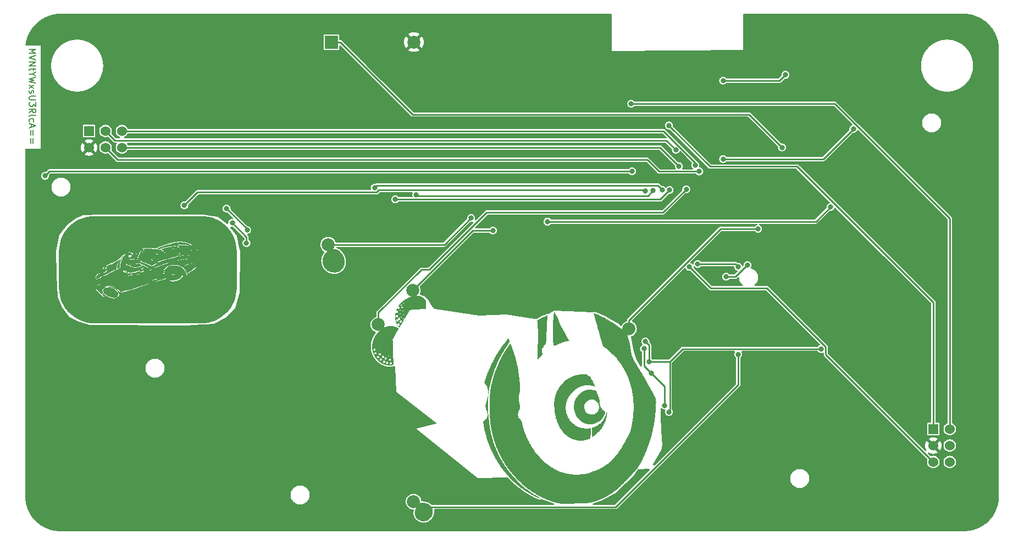
<source format=gbr>
%TF.GenerationSoftware,KiCad,Pcbnew,7.0.1-0*%
%TF.CreationDate,2023-04-14T08:17:47-04:00*%
%TF.ProjectId,WrightSpace,57726967-6874-4537-9061-63652e6b6963,v01*%
%TF.SameCoordinates,Original*%
%TF.FileFunction,Copper,L1,Top*%
%TF.FilePolarity,Positive*%
%FSLAX46Y46*%
G04 Gerber Fmt 4.6, Leading zero omitted, Abs format (unit mm)*
G04 Created by KiCad (PCBNEW 7.0.1-0) date 2023-04-14 08:17:47*
%MOMM*%
%LPD*%
G01*
G04 APERTURE LIST*
%ADD10C,0.200000*%
%TA.AperFunction,NonConductor*%
%ADD11C,0.200000*%
%TD*%
%TA.AperFunction,SMDPad,CuDef*%
%ADD12C,2.000000*%
%TD*%
%TA.AperFunction,ComponentPad*%
%ADD13R,1.524000X1.524000*%
%TD*%
%TA.AperFunction,ComponentPad*%
%ADD14C,1.524000*%
%TD*%
%TA.AperFunction,ComponentPad*%
%ADD15R,2.000000X2.000000*%
%TD*%
%TA.AperFunction,ComponentPad*%
%ADD16C,2.000000*%
%TD*%
%TA.AperFunction,ViaPad*%
%ADD17C,0.800000*%
%TD*%
%TA.AperFunction,Conductor*%
%ADD18C,0.250000*%
%TD*%
G04 APERTURE END LIST*
D10*
D11*
X90382322Y-62806258D02*
X91382322Y-62806258D01*
X91382322Y-62806258D02*
X90668037Y-63139591D01*
X90668037Y-63139591D02*
X91382322Y-63472924D01*
X91382322Y-63472924D02*
X90382322Y-63472924D01*
X91382322Y-63806258D02*
X90382322Y-64139591D01*
X90382322Y-64139591D02*
X91382322Y-64472924D01*
X90382322Y-64806258D02*
X91382322Y-64806258D01*
X91382322Y-64806258D02*
X90382322Y-65377686D01*
X90382322Y-65377686D02*
X91382322Y-65377686D01*
X91048989Y-65711020D02*
X91048989Y-66091972D01*
X91382322Y-65853877D02*
X90525180Y-65853877D01*
X90525180Y-65853877D02*
X90429942Y-65901496D01*
X90429942Y-65901496D02*
X90382322Y-65996734D01*
X90382322Y-65996734D02*
X90382322Y-66091972D01*
X90858513Y-66615782D02*
X90382322Y-66615782D01*
X91382322Y-66282449D02*
X90858513Y-66615782D01*
X90858513Y-66615782D02*
X91382322Y-66949115D01*
X91382322Y-67187211D02*
X90382322Y-67425306D01*
X90382322Y-67425306D02*
X91096608Y-67615782D01*
X91096608Y-67615782D02*
X90382322Y-67806258D01*
X90382322Y-67806258D02*
X91382322Y-68044354D01*
X90382322Y-68330068D02*
X91048989Y-68853877D01*
X91048989Y-68330068D02*
X90382322Y-68853877D01*
X90429942Y-69187211D02*
X90382322Y-69282449D01*
X90382322Y-69282449D02*
X90382322Y-69472925D01*
X90382322Y-69472925D02*
X90429942Y-69568163D01*
X90429942Y-69568163D02*
X90525180Y-69615782D01*
X90525180Y-69615782D02*
X90572799Y-69615782D01*
X90572799Y-69615782D02*
X90668037Y-69568163D01*
X90668037Y-69568163D02*
X90715656Y-69472925D01*
X90715656Y-69472925D02*
X90715656Y-69330068D01*
X90715656Y-69330068D02*
X90763275Y-69234830D01*
X90763275Y-69234830D02*
X90858513Y-69187211D01*
X90858513Y-69187211D02*
X90906132Y-69187211D01*
X90906132Y-69187211D02*
X91001370Y-69234830D01*
X91001370Y-69234830D02*
X91048989Y-69330068D01*
X91048989Y-69330068D02*
X91048989Y-69472925D01*
X91048989Y-69472925D02*
X91001370Y-69568163D01*
X91382322Y-70044354D02*
X90572799Y-70044354D01*
X90572799Y-70044354D02*
X90477561Y-70091973D01*
X90477561Y-70091973D02*
X90429942Y-70139592D01*
X90429942Y-70139592D02*
X90382322Y-70234830D01*
X90382322Y-70234830D02*
X90382322Y-70425306D01*
X90382322Y-70425306D02*
X90429942Y-70520544D01*
X90429942Y-70520544D02*
X90477561Y-70568163D01*
X90477561Y-70568163D02*
X90572799Y-70615782D01*
X90572799Y-70615782D02*
X91382322Y-70615782D01*
X91382322Y-70996735D02*
X91382322Y-71615782D01*
X91382322Y-71615782D02*
X91001370Y-71282449D01*
X91001370Y-71282449D02*
X91001370Y-71425306D01*
X91001370Y-71425306D02*
X90953751Y-71520544D01*
X90953751Y-71520544D02*
X90906132Y-71568163D01*
X90906132Y-71568163D02*
X90810894Y-71615782D01*
X90810894Y-71615782D02*
X90572799Y-71615782D01*
X90572799Y-71615782D02*
X90477561Y-71568163D01*
X90477561Y-71568163D02*
X90429942Y-71520544D01*
X90429942Y-71520544D02*
X90382322Y-71425306D01*
X90382322Y-71425306D02*
X90382322Y-71139592D01*
X90382322Y-71139592D02*
X90429942Y-71044354D01*
X90429942Y-71044354D02*
X90477561Y-70996735D01*
X90382322Y-72615782D02*
X90858513Y-72282449D01*
X90382322Y-72044354D02*
X91382322Y-72044354D01*
X91382322Y-72044354D02*
X91382322Y-72425306D01*
X91382322Y-72425306D02*
X91334703Y-72520544D01*
X91334703Y-72520544D02*
X91287084Y-72568163D01*
X91287084Y-72568163D02*
X91191846Y-72615782D01*
X91191846Y-72615782D02*
X91048989Y-72615782D01*
X91048989Y-72615782D02*
X90953751Y-72568163D01*
X90953751Y-72568163D02*
X90906132Y-72520544D01*
X90906132Y-72520544D02*
X90858513Y-72425306D01*
X90858513Y-72425306D02*
X90858513Y-72044354D01*
X90382322Y-73187211D02*
X90429942Y-73091973D01*
X90429942Y-73091973D02*
X90525180Y-73044354D01*
X90525180Y-73044354D02*
X91382322Y-73044354D01*
X90429942Y-73996735D02*
X90382322Y-73901497D01*
X90382322Y-73901497D02*
X90382322Y-73711021D01*
X90382322Y-73711021D02*
X90429942Y-73615783D01*
X90429942Y-73615783D02*
X90477561Y-73568164D01*
X90477561Y-73568164D02*
X90572799Y-73520545D01*
X90572799Y-73520545D02*
X90858513Y-73520545D01*
X90858513Y-73520545D02*
X90953751Y-73568164D01*
X90953751Y-73568164D02*
X91001370Y-73615783D01*
X91001370Y-73615783D02*
X91048989Y-73711021D01*
X91048989Y-73711021D02*
X91048989Y-73901497D01*
X91048989Y-73901497D02*
X91001370Y-73996735D01*
X90668037Y-74377688D02*
X90668037Y-74853878D01*
X90382322Y-74282450D02*
X91382322Y-74615783D01*
X91382322Y-74615783D02*
X90382322Y-74949116D01*
X90906132Y-75282450D02*
X90906132Y-76044355D01*
X90620418Y-76044355D02*
X90620418Y-75282450D01*
X90906132Y-76520545D02*
X90906132Y-77282450D01*
X90620418Y-77282450D02*
X90620418Y-76520545D01*
%TA.AperFunction,EtchedComponent*%
%TO.C,J1*%
G36*
X114318593Y-96860570D02*
G01*
X114350124Y-96928135D01*
X114291567Y-96830727D01*
X114318593Y-96860570D01*
G37*
%TD.AperFunction*%
%TA.AperFunction,EtchedComponent*%
G36*
X115349554Y-93853290D02*
G01*
X115348977Y-93851560D01*
X115349554Y-93850983D01*
X115349554Y-93853290D01*
G37*
%TD.AperFunction*%
%TA.AperFunction,EtchedComponent*%
G36*
X108464548Y-94235010D02*
G01*
X108479749Y-94247954D01*
X108461169Y-94235010D01*
X108461169Y-94234433D01*
X108464548Y-94235010D01*
G37*
%TD.AperFunction*%
%TA.AperFunction,EtchedComponent*%
G36*
X104582861Y-95218629D02*
G01*
X104398743Y-95616707D01*
X104285570Y-96039559D01*
X104273182Y-96281108D01*
X104307529Y-96520406D01*
X104309230Y-96523779D01*
X104256303Y-96511959D01*
X103911152Y-96689322D01*
X103894824Y-96437075D01*
X103948314Y-96192147D01*
X104165089Y-95731008D01*
X104428597Y-95253540D01*
X104552468Y-95027192D01*
X104580057Y-95008627D01*
X104595258Y-94956263D01*
X104696044Y-94805365D01*
X104854825Y-94639828D01*
X105044573Y-94510890D01*
X104582861Y-95218629D01*
G37*
%TD.AperFunction*%
%TA.AperFunction,EtchedComponent*%
G36*
X171585719Y-103991497D02*
G01*
X171874001Y-104539233D01*
X172162283Y-105231111D01*
X172565879Y-106009473D01*
X172854161Y-106614866D01*
X173228928Y-107306744D01*
X173574867Y-107767995D01*
X173027130Y-107883308D01*
X172508222Y-108027449D01*
X171845173Y-108315732D01*
X171268608Y-108575186D01*
X171153295Y-108517529D01*
X171095639Y-108200419D01*
X171037982Y-107883308D01*
X171066810Y-107450885D01*
X171009154Y-106874320D01*
X171037982Y-106268927D01*
X171037982Y-105173454D01*
X171095639Y-104077981D01*
X171182123Y-103357276D01*
X171585719Y-103991497D01*
G37*
%TD.AperFunction*%
%TA.AperFunction,EtchedComponent*%
G36*
X170144307Y-104250951D02*
G01*
X170115479Y-105086970D01*
X170057822Y-105922988D01*
X170028994Y-106874320D01*
X170000166Y-107739167D01*
X169942509Y-108315732D01*
X169740712Y-108402216D01*
X169625399Y-108604014D01*
X169567742Y-108719327D01*
X169423601Y-108892296D01*
X169308288Y-109094094D01*
X169365945Y-109295892D01*
X169365945Y-109613002D01*
X169423601Y-109728315D01*
X169538914Y-109728315D01*
X169308288Y-109987769D01*
X168991177Y-110304880D01*
X168674067Y-110679647D01*
X168674067Y-110131911D01*
X168645239Y-109526518D01*
X168645239Y-108805812D01*
X168702895Y-107883308D01*
X168731723Y-106989633D01*
X168731723Y-106297755D01*
X168674067Y-105605878D01*
X168616410Y-105000485D01*
X168587582Y-104654546D01*
X168991177Y-104395092D01*
X169394773Y-104135638D01*
X169740712Y-104049153D01*
X169942509Y-103991497D01*
X170201963Y-103847356D01*
X170144307Y-104250951D01*
G37*
%TD.AperFunction*%
%TA.AperFunction,EtchedComponent*%
G36*
X161066391Y-119128417D02*
G01*
X161044483Y-119150324D01*
X161044483Y-119122940D01*
X161066391Y-119128417D01*
G37*
%TD.AperFunction*%
%TA.AperFunction,EtchedComponent*%
G36*
X161132112Y-115688974D02*
G01*
X161125621Y-115728731D01*
X161109394Y-115831777D01*
X161088298Y-115973768D01*
X161067202Y-116115760D01*
X161050974Y-116218805D01*
X161044483Y-116258563D01*
X161066391Y-116302377D01*
X161088298Y-116324285D01*
X161066391Y-116565265D01*
X161064768Y-116648026D01*
X161060711Y-116759996D01*
X161055437Y-116893874D01*
X161050163Y-117042357D01*
X161046106Y-117198142D01*
X161044483Y-117353927D01*
X161039463Y-117480730D01*
X161035355Y-117599775D01*
X161032160Y-117713343D01*
X161029878Y-117823716D01*
X161028509Y-117933177D01*
X161028053Y-118044006D01*
X161028509Y-118158487D01*
X161029878Y-118278901D01*
X161032160Y-118407530D01*
X161035355Y-118546657D01*
X161039463Y-118698562D01*
X161044483Y-118865529D01*
X161044483Y-119007521D01*
X161044483Y-119110566D01*
X161044483Y-119122940D01*
X160978761Y-119106509D01*
X160956854Y-119084602D01*
X160951071Y-119006086D01*
X160931617Y-118919158D01*
X160895338Y-118810148D01*
X160839081Y-118665384D01*
X160759689Y-118471198D01*
X160714847Y-118349681D01*
X160680275Y-118238433D01*
X160658025Y-118123078D01*
X160650152Y-117989238D01*
X160645374Y-117904884D01*
X160646005Y-117823957D01*
X160652586Y-117741767D01*
X160665659Y-117653627D01*
X160685763Y-117554849D01*
X160713440Y-117440745D01*
X160749231Y-117306626D01*
X160793676Y-117147806D01*
X160847318Y-116959596D01*
X160894468Y-116783586D01*
X160934045Y-116632279D01*
X160966591Y-116501166D01*
X160992645Y-116385739D01*
X161012749Y-116281492D01*
X161027444Y-116183916D01*
X161037271Y-116088503D01*
X161042770Y-115990747D01*
X161044483Y-115886139D01*
X161044483Y-115667066D01*
X161088298Y-115667066D01*
X161132112Y-115688974D01*
G37*
%TD.AperFunction*%
%TA.AperFunction,EtchedComponent*%
G36*
X151037724Y-132760425D02*
G01*
X151155780Y-132772798D01*
X151295743Y-132798559D01*
X151421913Y-132824017D01*
X151538346Y-132856168D01*
X151646260Y-132894404D01*
X151746871Y-132938117D01*
X151841397Y-132986698D01*
X151931054Y-133039540D01*
X152039142Y-133114972D01*
X152136367Y-133197614D01*
X152222729Y-133287070D01*
X152298228Y-133382946D01*
X152362863Y-133484845D01*
X152416636Y-133592373D01*
X152459545Y-133705136D01*
X152491591Y-133822737D01*
X152512774Y-133944783D01*
X152523094Y-134070877D01*
X152522551Y-134200625D01*
X152509160Y-134326441D01*
X152486694Y-134449453D01*
X152455427Y-134569194D01*
X152415630Y-134685195D01*
X152367577Y-134796990D01*
X152311540Y-134904112D01*
X152247791Y-135006093D01*
X152176604Y-135102465D01*
X152098251Y-135192762D01*
X152013004Y-135276516D01*
X151921136Y-135353260D01*
X151822920Y-135422526D01*
X151718628Y-135483847D01*
X151608534Y-135536755D01*
X151492909Y-135580784D01*
X151388981Y-135604269D01*
X151250351Y-135621444D01*
X151100155Y-135631258D01*
X150961526Y-135632661D01*
X150857598Y-135624599D01*
X150735567Y-135593963D01*
X150616618Y-135552031D01*
X150501775Y-135499830D01*
X150392068Y-135438387D01*
X150288522Y-135368728D01*
X150192164Y-135291882D01*
X150104021Y-135208874D01*
X150025121Y-135120731D01*
X149961428Y-135037362D01*
X149902602Y-134943039D01*
X149849863Y-134841413D01*
X149804425Y-134736137D01*
X149767508Y-134630860D01*
X149740326Y-134529235D01*
X149725721Y-134409150D01*
X149725721Y-134313407D01*
X149740326Y-134178718D01*
X149768083Y-134028544D01*
X149799388Y-133892171D01*
X149835163Y-133767628D01*
X149876327Y-133652943D01*
X149923800Y-133546145D01*
X149978502Y-133445262D01*
X150041354Y-133348323D01*
X150113276Y-133253355D01*
X150195187Y-133158387D01*
X150288008Y-133061447D01*
X150463267Y-132886189D01*
X150638525Y-132820467D01*
X150741976Y-132791460D01*
X150838124Y-132770973D01*
X150934273Y-132760222D01*
X151037724Y-132760425D01*
G37*
%TD.AperFunction*%
%TA.AperFunction,EtchedComponent*%
G36*
X179368434Y-118862900D02*
G01*
X179382981Y-118908467D01*
X179379651Y-119001354D01*
X179357393Y-119162592D01*
X179315156Y-119413211D01*
X179292339Y-119529193D01*
X179265094Y-119646875D01*
X179233613Y-119765905D01*
X179198089Y-119885929D01*
X179158713Y-120006596D01*
X179115680Y-120127551D01*
X179069180Y-120248442D01*
X179019407Y-120368916D01*
X178966554Y-120488620D01*
X178910812Y-120607201D01*
X178852375Y-120724305D01*
X178791435Y-120839581D01*
X178728184Y-120952674D01*
X178662815Y-121063232D01*
X178595521Y-121170901D01*
X178526493Y-121275330D01*
X178464930Y-121360227D01*
X178392537Y-121452064D01*
X178310931Y-121549226D01*
X178221726Y-121650097D01*
X178126539Y-121753062D01*
X178026984Y-121856506D01*
X177924676Y-121958813D01*
X177821233Y-122058368D01*
X177718267Y-122153556D01*
X177617396Y-122242760D01*
X177520234Y-122324367D01*
X177428397Y-122396759D01*
X177343500Y-122458323D01*
X177200697Y-122552443D01*
X177091972Y-122612486D01*
X177036798Y-122633581D01*
X177035277Y-122619687D01*
X177031930Y-122558934D01*
X177028583Y-122455585D01*
X177027062Y-122313897D01*
X177029192Y-122138132D01*
X177036798Y-121932548D01*
X177058706Y-121209608D01*
X177233964Y-121143886D01*
X177340459Y-121105805D01*
X177447373Y-121062459D01*
X177554347Y-121014028D01*
X177661021Y-120960691D01*
X177767038Y-120902627D01*
X177872037Y-120840016D01*
X177975660Y-120773038D01*
X178077549Y-120701872D01*
X178177343Y-120626697D01*
X178274684Y-120547693D01*
X178369214Y-120465040D01*
X178460572Y-120378916D01*
X178548401Y-120289502D01*
X178676079Y-120157374D01*
X178764735Y-120053999D01*
X178816423Y-119975270D01*
X178833195Y-119917079D01*
X178857841Y-119826711D01*
X178898917Y-119719913D01*
X178949310Y-119641928D01*
X179004302Y-119544016D01*
X179060444Y-119433075D01*
X179114286Y-119316002D01*
X179162379Y-119199695D01*
X179201276Y-119091053D01*
X179227526Y-118996973D01*
X179265864Y-118871006D01*
X179337063Y-118843622D01*
X179368434Y-118862900D01*
G37*
%TD.AperFunction*%
%TA.AperFunction,EtchedComponent*%
G36*
X102513092Y-100948321D02*
G01*
X102253525Y-100801929D01*
X102023237Y-100612743D01*
X101859189Y-100407057D01*
X102711921Y-100407057D01*
X102747394Y-100490953D01*
X102874643Y-100547822D01*
X102999641Y-100487012D01*
X103000765Y-100485282D01*
X103002466Y-100483553D01*
X103003590Y-100480670D01*
X103005291Y-100475596D01*
X103005291Y-100475019D01*
X103005291Y-100473866D01*
X103005291Y-100473290D01*
X103005291Y-100472713D01*
X103005291Y-100472137D01*
X103005291Y-100471560D01*
X103005291Y-100470983D01*
X103005291Y-100470407D01*
X103005291Y-100469830D01*
X103005291Y-100469254D01*
X103005291Y-100468677D01*
X103004167Y-100464180D01*
X103002466Y-100460807D01*
X103001342Y-100459077D01*
X103000217Y-100457348D01*
X102999641Y-100456771D01*
X102970362Y-100456771D01*
X102897165Y-100505194D01*
X102810455Y-100491673D01*
X102755276Y-100423544D01*
X102760344Y-100336269D01*
X102760921Y-100335116D01*
X102762045Y-100332233D01*
X102762622Y-100328284D01*
X102762622Y-100327707D01*
X102762622Y-100327131D01*
X102762622Y-100326554D01*
X102762622Y-100325977D01*
X102762622Y-100325401D01*
X102762622Y-100324824D01*
X102762622Y-100324248D01*
X102762622Y-100323671D01*
X102762622Y-100323095D01*
X102761498Y-100319145D01*
X102760921Y-100316839D01*
X102759220Y-100313956D01*
X102758644Y-100313380D01*
X102757519Y-100311650D01*
X102756943Y-100311073D01*
X102755242Y-100309344D01*
X102753541Y-100308190D01*
X102752964Y-100307614D01*
X102742828Y-100305308D01*
X102740003Y-100305308D01*
X102740087Y-100307412D01*
X102725448Y-100316983D01*
X102724871Y-100316406D01*
X102711921Y-100407057D01*
X101859189Y-100407057D01*
X101839119Y-100381893D01*
X101719190Y-100108814D01*
X101703989Y-100035617D01*
X101749033Y-99986632D01*
X101780564Y-99853751D01*
X101881913Y-99755216D01*
X102161749Y-99631909D01*
X102458478Y-99592495D01*
X102468047Y-99592486D01*
X102776599Y-99614453D01*
X103081210Y-99679767D01*
X103372308Y-99789000D01*
X103636942Y-99948342D01*
X103862725Y-100163992D01*
X104016439Y-100406668D01*
X104072181Y-100554750D01*
X104087947Y-100711278D01*
X103986035Y-100948886D01*
X103779958Y-101108791D01*
X103459019Y-101178048D01*
X103129634Y-101142012D01*
X102874643Y-101061905D01*
X102513092Y-100948321D01*
G37*
%TD.AperFunction*%
%TA.AperFunction,EtchedComponent*%
G36*
X137392987Y-93652421D02*
G01*
X137510379Y-93668644D01*
X137625472Y-93694447D01*
X137740182Y-93729448D01*
X137856425Y-93773262D01*
X137976116Y-93825508D01*
X138075105Y-93878248D01*
X138169225Y-93955329D01*
X138282818Y-94066488D01*
X138373354Y-94161718D01*
X138457182Y-94259630D01*
X138534305Y-94360224D01*
X138604721Y-94463501D01*
X138668431Y-94569461D01*
X138725435Y-94678103D01*
X138775732Y-94789428D01*
X138819323Y-94903435D01*
X138856208Y-95020125D01*
X138886386Y-95139498D01*
X138909858Y-95261552D01*
X138926624Y-95386290D01*
X138936684Y-95513710D01*
X138940037Y-95643812D01*
X138936218Y-95772589D01*
X138924697Y-95896231D01*
X138905374Y-96015034D01*
X138878150Y-96129295D01*
X138842927Y-96239308D01*
X138799606Y-96345372D01*
X138748089Y-96447781D01*
X138688276Y-96546833D01*
X138620069Y-96642824D01*
X138543368Y-96736049D01*
X138458077Y-96826805D01*
X138368103Y-96904578D01*
X138273803Y-96976760D01*
X138175716Y-97042632D01*
X138074384Y-97101473D01*
X137970347Y-97152560D01*
X137864146Y-97195172D01*
X137756322Y-97228589D01*
X137647417Y-97252089D01*
X137537971Y-97264951D01*
X137417481Y-97275904D01*
X137362713Y-97286858D01*
X137277822Y-97248520D01*
X137143640Y-97243044D01*
X137030046Y-97236552D01*
X136921321Y-97220325D01*
X136836938Y-97199229D01*
X136723961Y-97164999D01*
X136615158Y-97123559D01*
X136510679Y-97075246D01*
X136410672Y-97020394D01*
X136315288Y-96959339D01*
X136224676Y-96892415D01*
X136138985Y-96819959D01*
X136058367Y-96742306D01*
X135982970Y-96659790D01*
X135912944Y-96572748D01*
X135848439Y-96481514D01*
X135789604Y-96386424D01*
X135736589Y-96287813D01*
X135689544Y-96186017D01*
X135648618Y-96081371D01*
X135613962Y-95974210D01*
X135585725Y-95864869D01*
X135564056Y-95753684D01*
X135549106Y-95640990D01*
X135541023Y-95527122D01*
X135539958Y-95412416D01*
X135546061Y-95297208D01*
X135559480Y-95181831D01*
X135580367Y-95066622D01*
X135608870Y-94951916D01*
X135645139Y-94838049D01*
X135689323Y-94725355D01*
X135741574Y-94614170D01*
X135809008Y-94494056D01*
X135880230Y-94381875D01*
X135955778Y-94277447D01*
X136036195Y-94180592D01*
X136122021Y-94091130D01*
X136213797Y-94008880D01*
X136312065Y-93933662D01*
X136417364Y-93865296D01*
X136530236Y-93803601D01*
X136655020Y-93745590D01*
X136771391Y-93702301D01*
X136886711Y-93672683D01*
X137008340Y-93655683D01*
X137143640Y-93650250D01*
X137271379Y-93646162D01*
X137392987Y-93652421D01*
G37*
%TD.AperFunction*%
%TA.AperFunction,EtchedComponent*%
G36*
X164221039Y-107468267D02*
G01*
X164264854Y-107627094D01*
X164302177Y-107739065D01*
X164329764Y-107836431D01*
X164352483Y-107889982D01*
X164341123Y-107960572D01*
X164276213Y-108074977D01*
X164177224Y-108218591D01*
X164125128Y-108291506D01*
X164069242Y-108372115D01*
X164009950Y-108459763D01*
X163947634Y-108553798D01*
X163882679Y-108653567D01*
X163815467Y-108758417D01*
X163746381Y-108867696D01*
X163675805Y-108980750D01*
X163604122Y-109096926D01*
X163531715Y-109215572D01*
X163458968Y-109336035D01*
X163386263Y-109457662D01*
X163313984Y-109579799D01*
X163242514Y-109701795D01*
X163172236Y-109822996D01*
X163103533Y-109942749D01*
X163036790Y-110060402D01*
X162972388Y-110175301D01*
X162910711Y-110286793D01*
X162852143Y-110394227D01*
X162797066Y-110496948D01*
X162739907Y-110609441D01*
X162683051Y-110724378D01*
X162626544Y-110841611D01*
X162570429Y-110960991D01*
X162514750Y-111082370D01*
X162459552Y-111205599D01*
X162404879Y-111330530D01*
X162350776Y-111457014D01*
X162297287Y-111584903D01*
X162244455Y-111714049D01*
X162192326Y-111844302D01*
X162140944Y-111975515D01*
X162090353Y-112107539D01*
X162040597Y-112240225D01*
X161991721Y-112373426D01*
X161943769Y-112506992D01*
X161896786Y-112640775D01*
X161850815Y-112774627D01*
X161805901Y-112908399D01*
X161762088Y-113041943D01*
X161719421Y-113175111D01*
X161677944Y-113307753D01*
X161637701Y-113439721D01*
X161598736Y-113570868D01*
X161561095Y-113701043D01*
X161524821Y-113830100D01*
X161489958Y-113957890D01*
X161456551Y-114084263D01*
X161424644Y-114209072D01*
X161394282Y-114332168D01*
X161365508Y-114453403D01*
X161338368Y-114572628D01*
X161312905Y-114689694D01*
X161289164Y-114804454D01*
X161267188Y-114916759D01*
X161247023Y-115026460D01*
X161228713Y-115133409D01*
X161212302Y-115237458D01*
X161197834Y-115338457D01*
X161161550Y-115505842D01*
X161121159Y-115609560D01*
X161080767Y-115643447D01*
X161044483Y-115601344D01*
X161031501Y-115525075D01*
X160999046Y-115400122D01*
X160956854Y-115250828D01*
X160924635Y-115106248D01*
X160879836Y-114956791D01*
X160826309Y-114809901D01*
X160767904Y-114673023D01*
X160708472Y-114553603D01*
X160651864Y-114459085D01*
X160601931Y-114396915D01*
X160562523Y-114374537D01*
X160520506Y-114366664D01*
X160493378Y-114340307D01*
X160481654Y-114291358D01*
X160485848Y-114215709D01*
X160506471Y-114109253D01*
X160544039Y-113967883D01*
X160599064Y-113787490D01*
X160672059Y-113563967D01*
X160715316Y-113438712D01*
X160759486Y-113313618D01*
X160804560Y-113188706D01*
X160850529Y-113063996D01*
X160897383Y-112939508D01*
X160945111Y-112815261D01*
X160993704Y-112691275D01*
X161043151Y-112567570D01*
X161093443Y-112444166D01*
X161144570Y-112321083D01*
X161196522Y-112198340D01*
X161249289Y-112075958D01*
X161302862Y-111953955D01*
X161357229Y-111832353D01*
X161412382Y-111711171D01*
X161468310Y-111590429D01*
X161525003Y-111470146D01*
X161582453Y-111350343D01*
X161640647Y-111231039D01*
X161699578Y-111112254D01*
X161759234Y-110994008D01*
X161819606Y-110876321D01*
X161880684Y-110759213D01*
X161942458Y-110642703D01*
X162004918Y-110526811D01*
X162068054Y-110411557D01*
X162131856Y-110296962D01*
X162196315Y-110183044D01*
X162261420Y-110069824D01*
X162327162Y-109957322D01*
X162393530Y-109845556D01*
X162460515Y-109734548D01*
X162528107Y-109624317D01*
X162596295Y-109514883D01*
X162665070Y-109406266D01*
X162734423Y-109298485D01*
X162804342Y-109191560D01*
X162874819Y-109085512D01*
X162945842Y-108980359D01*
X163017404Y-108876123D01*
X163089492Y-108772822D01*
X163162098Y-108670477D01*
X163235211Y-108569107D01*
X163335747Y-108431211D01*
X163438868Y-108292934D01*
X163542598Y-108156634D01*
X163644959Y-108024671D01*
X163743972Y-107899401D01*
X163837662Y-107783184D01*
X163924048Y-107678376D01*
X164001155Y-107587337D01*
X164067003Y-107512423D01*
X164119616Y-107455994D01*
X164157016Y-107420408D01*
X164177224Y-107408022D01*
X164221039Y-107468267D01*
G37*
%TD.AperFunction*%
%TA.AperFunction,EtchedComponent*%
G36*
X176877768Y-120660303D02*
G01*
X176759534Y-120663980D01*
X176640845Y-120661723D01*
X176521546Y-120653686D01*
X176401487Y-120640019D01*
X176283581Y-120616903D01*
X176167567Y-120588088D01*
X176053587Y-120553709D01*
X175941783Y-120513900D01*
X175832298Y-120468797D01*
X175725273Y-120418533D01*
X175620851Y-120363244D01*
X175519173Y-120303064D01*
X175420382Y-120238127D01*
X175324620Y-120168569D01*
X175232029Y-120094523D01*
X175142751Y-120016125D01*
X175056928Y-119933509D01*
X174974702Y-119846810D01*
X174896215Y-119756162D01*
X174821610Y-119661700D01*
X174751029Y-119563558D01*
X174684613Y-119461872D01*
X174622504Y-119356775D01*
X174564845Y-119248403D01*
X174511779Y-119136890D01*
X174463446Y-119022370D01*
X174419989Y-118904979D01*
X174381550Y-118784850D01*
X174348272Y-118662119D01*
X174320296Y-118536920D01*
X174299490Y-118417045D01*
X174283954Y-118292810D01*
X174273591Y-118165223D01*
X174268306Y-118035288D01*
X174268002Y-117904012D01*
X174271411Y-117806107D01*
X175820602Y-117806107D01*
X175831898Y-117989238D01*
X175846972Y-118127528D01*
X175870337Y-118257602D01*
X175902070Y-118379461D01*
X175942246Y-118493105D01*
X175990941Y-118598534D01*
X176048232Y-118695748D01*
X176114195Y-118784746D01*
X176188905Y-118865529D01*
X176272440Y-118938097D01*
X176364874Y-119002450D01*
X176466284Y-119058587D01*
X176576745Y-119106509D01*
X176680976Y-119147757D01*
X176794449Y-119173600D01*
X176914083Y-119185067D01*
X177036798Y-119183185D01*
X177159513Y-119168979D01*
X177279148Y-119143478D01*
X177392621Y-119107707D01*
X177496851Y-119062695D01*
X177609258Y-118994278D01*
X177709965Y-118920210D01*
X177799106Y-118840095D01*
X177876811Y-118753539D01*
X177943212Y-118660148D01*
X177998440Y-118559528D01*
X178042627Y-118451284D01*
X178075905Y-118335023D01*
X178098403Y-118210348D01*
X178110255Y-118076867D01*
X178114106Y-117930448D01*
X178108201Y-117800972D01*
X178091001Y-117684847D01*
X178060964Y-117578476D01*
X178016550Y-117478268D01*
X177956220Y-117380626D01*
X177878432Y-117281958D01*
X177781646Y-117178669D01*
X177684964Y-117089591D01*
X177586110Y-117013549D01*
X177485083Y-116950543D01*
X177381883Y-116900573D01*
X177276511Y-116863638D01*
X177168966Y-116839739D01*
X177059249Y-116828876D01*
X176947359Y-116831049D01*
X176833296Y-116846257D01*
X176717061Y-116874501D01*
X176598653Y-116915781D01*
X176504734Y-116957371D01*
X176405937Y-117014364D01*
X176305600Y-117083680D01*
X176207060Y-117162238D01*
X176113655Y-117246958D01*
X176028721Y-117334758D01*
X175955597Y-117422558D01*
X175897620Y-117507278D01*
X175847301Y-117604149D01*
X175823683Y-117690751D01*
X175820602Y-117806107D01*
X174271411Y-117806107D01*
X174272585Y-117772401D01*
X174281958Y-117641460D01*
X174296025Y-117512196D01*
X174314691Y-117385614D01*
X174337860Y-117262721D01*
X174365435Y-117144522D01*
X174397322Y-117032024D01*
X174433425Y-116926232D01*
X174473647Y-116828152D01*
X174528573Y-116721698D01*
X174589363Y-116616988D01*
X174655692Y-116514309D01*
X174727233Y-116413948D01*
X174803661Y-116316194D01*
X174884650Y-116221334D01*
X174969874Y-116129655D01*
X175059008Y-116041445D01*
X175151725Y-115956990D01*
X175247700Y-115876580D01*
X175346606Y-115800500D01*
X175448120Y-115729038D01*
X175551913Y-115662483D01*
X175657662Y-115601121D01*
X175765039Y-115545240D01*
X175873719Y-115495127D01*
X175983377Y-115451069D01*
X176093687Y-115413355D01*
X176204322Y-115382272D01*
X176309696Y-115359269D01*
X176426900Y-115342839D01*
X176553305Y-115332980D01*
X176686282Y-115329694D01*
X176823202Y-115332980D01*
X176961437Y-115342839D01*
X177098358Y-115359269D01*
X177231335Y-115382272D01*
X177357740Y-115411846D01*
X177474944Y-115447993D01*
X177627610Y-115501050D01*
X177710447Y-115543838D01*
X177752208Y-115598948D01*
X177781646Y-115688974D01*
X177804430Y-115761180D01*
X177842986Y-115867036D01*
X177892059Y-115998129D01*
X177946389Y-116146047D01*
X178000719Y-116302377D01*
X178059552Y-116443406D01*
X178105805Y-116559788D01*
X178141276Y-116659740D01*
X178167762Y-116751477D01*
X178187059Y-116843213D01*
X178200965Y-116943165D01*
X178211277Y-117059548D01*
X178219792Y-117200576D01*
X178236479Y-117362399D01*
X178254706Y-117505224D01*
X178276015Y-117632646D01*
X178301944Y-117748258D01*
X178334035Y-117855655D01*
X178373827Y-117958431D01*
X178422862Y-118060180D01*
X178482679Y-118164496D01*
X178544547Y-118253748D01*
X178634407Y-118360039D01*
X178740089Y-118471198D01*
X178849423Y-118575055D01*
X178950237Y-118659438D01*
X179030361Y-118712178D01*
X179074176Y-118750313D01*
X179074176Y-118812789D01*
X179030361Y-118953158D01*
X178993965Y-119067594D01*
X178950733Y-119180618D01*
X178901019Y-119291844D01*
X178845176Y-119400888D01*
X178783556Y-119507365D01*
X178716513Y-119610890D01*
X178644400Y-119711077D01*
X178567570Y-119807542D01*
X178486375Y-119899899D01*
X178401168Y-119987764D01*
X178312304Y-120070751D01*
X178220134Y-120148474D01*
X178125012Y-120220550D01*
X178027290Y-120286593D01*
X177927322Y-120346217D01*
X177825461Y-120399039D01*
X177705402Y-120455658D01*
X177586103Y-120505127D01*
X177467413Y-120547598D01*
X177349180Y-120583222D01*
X177231251Y-120612153D01*
X177113474Y-120634542D01*
X176995697Y-120650542D01*
X176914083Y-120657297D01*
X176877768Y-120660303D01*
G37*
%TD.AperFunction*%
%TA.AperFunction,EtchedComponent*%
G36*
X161064768Y-119132372D02*
G01*
X161082618Y-119189270D01*
X161099251Y-119279029D01*
X161115885Y-119403475D01*
X161133735Y-119564432D01*
X161154020Y-119763728D01*
X161161970Y-119889470D01*
X161171088Y-120015136D01*
X161181368Y-120140717D01*
X161192805Y-120266205D01*
X161205394Y-120391591D01*
X161219130Y-120516868D01*
X161234008Y-120642027D01*
X161250022Y-120767059D01*
X161267169Y-120891958D01*
X161285442Y-121016713D01*
X161304837Y-121141318D01*
X161325348Y-121265764D01*
X161346971Y-121390042D01*
X161369701Y-121514144D01*
X161393532Y-121638063D01*
X161418459Y-121761790D01*
X161444478Y-121885316D01*
X161471583Y-122008633D01*
X161499770Y-122131733D01*
X161529032Y-122254609D01*
X161559366Y-122377250D01*
X161590766Y-122499651D01*
X161623227Y-122621801D01*
X161656744Y-122743693D01*
X161691312Y-122865318D01*
X161726925Y-122986669D01*
X161763580Y-123107737D01*
X161801270Y-123228514D01*
X161839991Y-123348991D01*
X161879738Y-123469161D01*
X161920506Y-123589014D01*
X161962289Y-123708544D01*
X162005082Y-123827741D01*
X162048881Y-123946597D01*
X162093681Y-124065104D01*
X162139475Y-124183254D01*
X162186261Y-124301039D01*
X162234031Y-124418449D01*
X162282782Y-124535478D01*
X162332507Y-124652117D01*
X162383203Y-124768357D01*
X162434864Y-124884190D01*
X162487485Y-124999609D01*
X162541061Y-125114604D01*
X162595586Y-125229168D01*
X162651057Y-125343292D01*
X162707467Y-125456968D01*
X162764812Y-125570187D01*
X162823087Y-125682942D01*
X162882287Y-125795225D01*
X162942406Y-125907026D01*
X163003439Y-126018338D01*
X163065382Y-126129153D01*
X163128230Y-126239462D01*
X163191976Y-126349257D01*
X163256617Y-126458529D01*
X163322148Y-126567271D01*
X163388562Y-126675475D01*
X163455856Y-126783131D01*
X163524024Y-126890232D01*
X163593061Y-126996769D01*
X163662962Y-127102735D01*
X163733721Y-127208120D01*
X163805335Y-127312918D01*
X163877798Y-127417118D01*
X163951104Y-127520714D01*
X164025249Y-127623697D01*
X164100228Y-127726059D01*
X164176035Y-127827791D01*
X164252666Y-127928885D01*
X164330116Y-128029333D01*
X164408379Y-128129127D01*
X164487450Y-128228258D01*
X164567325Y-128326719D01*
X164647998Y-128424500D01*
X164729464Y-128521594D01*
X164811719Y-128617993D01*
X164894756Y-128713688D01*
X164978572Y-128808670D01*
X165063161Y-128902932D01*
X165148518Y-128996466D01*
X165234638Y-129089263D01*
X165321515Y-129181314D01*
X165409146Y-129272613D01*
X165497524Y-129363150D01*
X165586645Y-129452917D01*
X165676504Y-129541905D01*
X165767095Y-129630108D01*
X165858414Y-129717516D01*
X165950456Y-129804121D01*
X166043215Y-129889914D01*
X166136686Y-129974889D01*
X166230865Y-130059036D01*
X166325746Y-130142347D01*
X166421324Y-130224814D01*
X166517595Y-130306428D01*
X166614552Y-130387182D01*
X166712192Y-130467067D01*
X166810509Y-130546075D01*
X166909498Y-130624197D01*
X167009154Y-130701426D01*
X167109471Y-130777753D01*
X167210446Y-130853170D01*
X167312072Y-130927668D01*
X167414345Y-131001240D01*
X167517260Y-131073877D01*
X167620811Y-131145571D01*
X167724994Y-131216313D01*
X167829803Y-131286096D01*
X167935234Y-131354910D01*
X168041282Y-131422749D01*
X168147940Y-131489603D01*
X168255205Y-131555464D01*
X168363072Y-131620325D01*
X168471534Y-131684176D01*
X168580588Y-131747010D01*
X168742753Y-131842304D01*
X168871961Y-131921885D01*
X168967446Y-131986138D01*
X169028442Y-132035445D01*
X169054181Y-132070190D01*
X169043898Y-132090756D01*
X168996826Y-132097527D01*
X168951926Y-132095355D01*
X168876368Y-132072106D01*
X168774368Y-132030847D01*
X168650142Y-131974641D01*
X168507904Y-131906556D01*
X168351871Y-131829657D01*
X168186257Y-131747010D01*
X168071852Y-131688127D01*
X167958144Y-131628317D01*
X167845132Y-131567579D01*
X167732817Y-131505914D01*
X167621199Y-131443322D01*
X167510280Y-131379802D01*
X167400059Y-131315355D01*
X167290537Y-131249981D01*
X167181715Y-131183680D01*
X167073594Y-131116451D01*
X166966173Y-131048295D01*
X166859453Y-130979212D01*
X166753435Y-130909201D01*
X166648119Y-130838264D01*
X166543506Y-130766398D01*
X166439597Y-130693606D01*
X166336391Y-130619886D01*
X166233890Y-130545239D01*
X166132094Y-130469665D01*
X166031003Y-130393163D01*
X165930618Y-130315734D01*
X165830940Y-130237378D01*
X165731969Y-130158095D01*
X165633705Y-130077884D01*
X165536149Y-129996746D01*
X165439302Y-129914680D01*
X165343164Y-129831688D01*
X165247736Y-129747768D01*
X165153018Y-129662921D01*
X165059011Y-129577146D01*
X164965715Y-129490444D01*
X164873130Y-129402815D01*
X164781258Y-129314259D01*
X164690099Y-129224775D01*
X164599653Y-129134364D01*
X164509921Y-129043026D01*
X164420904Y-128950760D01*
X164332601Y-128857567D01*
X164245014Y-128763447D01*
X164158143Y-128668400D01*
X164071988Y-128572425D01*
X163986550Y-128475523D01*
X163901830Y-128377694D01*
X163817828Y-128278937D01*
X163734544Y-128179253D01*
X163651980Y-128078642D01*
X163570135Y-127977103D01*
X163489010Y-127874637D01*
X163408606Y-127771244D01*
X163328924Y-127666924D01*
X163249963Y-127561676D01*
X163171724Y-127455501D01*
X163094208Y-127348399D01*
X163017416Y-127240370D01*
X162941347Y-127131413D01*
X162866003Y-127021529D01*
X162791384Y-126910717D01*
X162717490Y-126798978D01*
X162644322Y-126686312D01*
X162571880Y-126572719D01*
X162500166Y-126458198D01*
X162429179Y-126342751D01*
X162358920Y-126226375D01*
X162293574Y-126115439D01*
X162228987Y-126003708D01*
X162165171Y-125891203D01*
X162102139Y-125777943D01*
X162039904Y-125663948D01*
X161978477Y-125549239D01*
X161917870Y-125433836D01*
X161858098Y-125317758D01*
X161799170Y-125201026D01*
X161741101Y-125083660D01*
X161683902Y-124965680D01*
X161627586Y-124847106D01*
X161572164Y-124727957D01*
X161517650Y-124608255D01*
X161464056Y-124488019D01*
X161411393Y-124367269D01*
X161359675Y-124246025D01*
X161308914Y-124124307D01*
X161259121Y-124002136D01*
X161210310Y-123879531D01*
X161162493Y-123756513D01*
X161115682Y-123633101D01*
X161069889Y-123509316D01*
X161025127Y-123385177D01*
X160981408Y-123260705D01*
X160938745Y-123135920D01*
X160897149Y-123010842D01*
X160856634Y-122885490D01*
X160817211Y-122759886D01*
X160778892Y-122634048D01*
X160741691Y-122507998D01*
X160705620Y-122381755D01*
X160670690Y-122255339D01*
X160636915Y-122128770D01*
X160604306Y-122002068D01*
X160572876Y-121875254D01*
X160542637Y-121748347D01*
X160513602Y-121621368D01*
X160485783Y-121494336D01*
X160459192Y-121367271D01*
X160433841Y-121240195D01*
X160409744Y-121113126D01*
X160386912Y-120986085D01*
X160365358Y-120859092D01*
X160255821Y-120267595D01*
X160518709Y-120026615D01*
X160619345Y-119933424D01*
X160707659Y-119835611D01*
X160783650Y-119734718D01*
X160847318Y-119632284D01*
X160898663Y-119529850D01*
X160937685Y-119428957D01*
X160964385Y-119331144D01*
X160978761Y-119237953D01*
X160995192Y-119139370D01*
X161044483Y-119106509D01*
X161064768Y-119132372D01*
G37*
%TD.AperFunction*%
%TA.AperFunction,EtchedComponent*%
G36*
X176037175Y-112949414D02*
G01*
X176169385Y-112963785D01*
X176270555Y-112989652D01*
X176346432Y-113028165D01*
X176402765Y-113080474D01*
X176445302Y-113147729D01*
X176505547Y-113243573D01*
X176598653Y-113257265D01*
X176645797Y-113252358D01*
X176691890Y-113275843D01*
X176751653Y-113345596D01*
X176839808Y-113479493D01*
X176971077Y-113695411D01*
X177034198Y-113806412D01*
X177102356Y-113932721D01*
X177172982Y-114069003D01*
X177243510Y-114209928D01*
X177311372Y-114350161D01*
X177373999Y-114484369D01*
X177428825Y-114607221D01*
X177473282Y-114713384D01*
X177504801Y-114797523D01*
X177520816Y-114854308D01*
X177518759Y-114878404D01*
X177472510Y-114864611D01*
X177353237Y-114826476D01*
X177190149Y-114768868D01*
X177083002Y-114734940D01*
X176974871Y-114706133D01*
X176865876Y-114682375D01*
X176756137Y-114663593D01*
X176645773Y-114649715D01*
X176534904Y-114640670D01*
X176423650Y-114636384D01*
X176312131Y-114636787D01*
X176200466Y-114641806D01*
X176088775Y-114651368D01*
X175977178Y-114665402D01*
X175865794Y-114683835D01*
X175754744Y-114706596D01*
X175644146Y-114733612D01*
X175534121Y-114764811D01*
X175424789Y-114800121D01*
X175316268Y-114839470D01*
X175208680Y-114882786D01*
X175102143Y-114929996D01*
X174996777Y-114981029D01*
X174892702Y-115035812D01*
X174790038Y-115094274D01*
X174688904Y-115156341D01*
X174589421Y-115221943D01*
X174491707Y-115291006D01*
X174395883Y-115363460D01*
X174302069Y-115439231D01*
X174210383Y-115518247D01*
X174120946Y-115600437D01*
X174033878Y-115685728D01*
X173949298Y-115774048D01*
X173867326Y-115865326D01*
X173788082Y-115959488D01*
X173711685Y-116056463D01*
X173638255Y-116156179D01*
X173567912Y-116258563D01*
X173500775Y-116363544D01*
X173436965Y-116471048D01*
X173376601Y-116581006D01*
X173319803Y-116693343D01*
X173266690Y-116807988D01*
X173217382Y-116924869D01*
X173172000Y-117043913D01*
X173130662Y-117165049D01*
X173093488Y-117288205D01*
X173070145Y-117381538D01*
X173050631Y-117488093D01*
X173034886Y-117605537D01*
X173022850Y-117731536D01*
X173014464Y-117863757D01*
X173009668Y-117999868D01*
X173008401Y-118137533D01*
X173010605Y-118274422D01*
X173016219Y-118408199D01*
X173025183Y-118536531D01*
X173037438Y-118657086D01*
X173052924Y-118767530D01*
X173071581Y-118865529D01*
X173108385Y-118987042D01*
X173148694Y-119106217D01*
X173192509Y-119223056D01*
X173239828Y-119337558D01*
X173290653Y-119449723D01*
X173344983Y-119559552D01*
X173402819Y-119667044D01*
X173464159Y-119772199D01*
X173529005Y-119875017D01*
X173597355Y-119975498D01*
X173669211Y-120073643D01*
X173744572Y-120169451D01*
X173823438Y-120262922D01*
X173905810Y-120354056D01*
X173991686Y-120442853D01*
X174093747Y-120538490D01*
X174196300Y-120628277D01*
X174299511Y-120712280D01*
X174403543Y-120790566D01*
X174508561Y-120863199D01*
X174614729Y-120930247D01*
X174722212Y-120991773D01*
X174831173Y-121047845D01*
X174941778Y-121098527D01*
X175054189Y-121143886D01*
X175168573Y-121183988D01*
X175285092Y-121218897D01*
X175403912Y-121248680D01*
X175525196Y-121273402D01*
X175649109Y-121293130D01*
X175775815Y-121307928D01*
X175905479Y-121317863D01*
X176038265Y-121323000D01*
X176174336Y-121323406D01*
X176313858Y-121319145D01*
X176491170Y-121315379D01*
X176647944Y-121305453D01*
X176763642Y-121291418D01*
X176817726Y-121275330D01*
X176833885Y-121274117D01*
X176845062Y-121295130D01*
X176851640Y-121347183D01*
X176854004Y-121439092D01*
X176852535Y-121579669D01*
X176847617Y-121777728D01*
X176839633Y-122042085D01*
X176830244Y-122278977D01*
X176820855Y-122467201D01*
X176811466Y-122611738D01*
X176802078Y-122717570D01*
X176792689Y-122789679D01*
X176783300Y-122833046D01*
X176773911Y-122852654D01*
X176699056Y-122893786D01*
X176593543Y-122940283D01*
X176466954Y-122989463D01*
X176328867Y-123038643D01*
X176188865Y-123085140D01*
X176056527Y-123126272D01*
X175941434Y-123159356D01*
X175830700Y-123167486D01*
X175700454Y-123175102D01*
X175557886Y-123181691D01*
X175410183Y-123186740D01*
X175264534Y-123189735D01*
X175128127Y-123190163D01*
X175008150Y-123187510D01*
X174911792Y-123181263D01*
X174792883Y-123160959D01*
X174675465Y-123137136D01*
X174559561Y-123109818D01*
X174445192Y-123079030D01*
X174332381Y-123044797D01*
X174221149Y-123007142D01*
X174111520Y-122966090D01*
X174003515Y-122921666D01*
X173897157Y-122873893D01*
X173792467Y-122822797D01*
X173689468Y-122768401D01*
X173588182Y-122710731D01*
X173488630Y-122649809D01*
X173390836Y-122585661D01*
X173294821Y-122518311D01*
X173200608Y-122447784D01*
X173108219Y-122374104D01*
X173017675Y-122297294D01*
X172928999Y-122217380D01*
X172842213Y-122134387D01*
X172757340Y-122048337D01*
X172674401Y-121959256D01*
X172593419Y-121867168D01*
X172514416Y-121772098D01*
X172437413Y-121674069D01*
X172362434Y-121573107D01*
X172289500Y-121469235D01*
X172218633Y-121362478D01*
X172149856Y-121252860D01*
X172083190Y-121140406D01*
X172018659Y-121025140D01*
X171956283Y-120907087D01*
X171896086Y-120786270D01*
X171838089Y-120662715D01*
X171782315Y-120536445D01*
X171728785Y-120407485D01*
X171677522Y-120275859D01*
X171628548Y-120141592D01*
X171581885Y-120004708D01*
X171536874Y-119862176D01*
X171493239Y-119709892D01*
X171451578Y-119551326D01*
X171412490Y-119389948D01*
X171376573Y-119229228D01*
X171344425Y-119072636D01*
X171316645Y-118923643D01*
X171293830Y-118785718D01*
X171276579Y-118662331D01*
X171265491Y-118556953D01*
X171261164Y-118473053D01*
X171264195Y-118414102D01*
X171275183Y-118383569D01*
X171288977Y-118322715D01*
X171283297Y-118203443D01*
X171253276Y-118054960D01*
X171238061Y-117939069D01*
X171227364Y-117819517D01*
X171221029Y-117696732D01*
X171218900Y-117571143D01*
X171220821Y-117443179D01*
X171226637Y-117313267D01*
X171236192Y-117181836D01*
X171249330Y-117049315D01*
X171265895Y-116916132D01*
X171285731Y-116782715D01*
X171308684Y-116649493D01*
X171334596Y-116516894D01*
X171363312Y-116385346D01*
X171394677Y-116255278D01*
X171428534Y-116127119D01*
X171466280Y-116012024D01*
X171508227Y-115896890D01*
X171554245Y-115781908D01*
X171604198Y-115667269D01*
X171657956Y-115553162D01*
X171715383Y-115439778D01*
X171776347Y-115327307D01*
X171840716Y-115215939D01*
X171908355Y-115105863D01*
X171979132Y-114997271D01*
X172052914Y-114890353D01*
X172129567Y-114785298D01*
X172208959Y-114682297D01*
X172290956Y-114581540D01*
X172375425Y-114483217D01*
X172462234Y-114387519D01*
X172551248Y-114294635D01*
X172642335Y-114204755D01*
X172735361Y-114118071D01*
X172830195Y-114034771D01*
X172926702Y-113955047D01*
X173024749Y-113879087D01*
X173124203Y-113807084D01*
X173224931Y-113739226D01*
X173339805Y-113665609D01*
X173454498Y-113595886D01*
X173569158Y-113530008D01*
X173683933Y-113467926D01*
X173798971Y-113409590D01*
X173914419Y-113354950D01*
X174030427Y-113303958D01*
X174147140Y-113256564D01*
X174264709Y-113212720D01*
X174383279Y-113172375D01*
X174503000Y-113135480D01*
X174624018Y-113101987D01*
X174746483Y-113071845D01*
X174870541Y-113045006D01*
X174996341Y-113021420D01*
X175124030Y-113001038D01*
X175253757Y-112983811D01*
X175385669Y-112969689D01*
X175519914Y-112958623D01*
X175656640Y-112950564D01*
X175868176Y-112945390D01*
X176037175Y-112949414D01*
G37*
%TD.AperFunction*%
%TA.AperFunction,EtchedComponent*%
G36*
X147916374Y-104848640D02*
G01*
X147826237Y-105007955D01*
X147741532Y-105157169D01*
X147663161Y-105294713D01*
X147592026Y-105419014D01*
X147573460Y-105451281D01*
X147529028Y-105528503D01*
X147475068Y-105621608D01*
X147431047Y-105696757D01*
X147397868Y-105752381D01*
X147376431Y-105786907D01*
X147367638Y-105798765D01*
X147284281Y-105731047D01*
X147284416Y-105730949D01*
X147201713Y-105632087D01*
X147128047Y-105523194D01*
X147103929Y-105464150D01*
X147164618Y-105475047D01*
X147259857Y-105486042D01*
X147341681Y-105452293D01*
X147399501Y-105385951D01*
X147422727Y-105299166D01*
X147400767Y-105204090D01*
X147312155Y-105137375D01*
X147182984Y-105133720D01*
X147094135Y-105189895D01*
X147063702Y-105290679D01*
X147057369Y-105337412D01*
X147039845Y-105342683D01*
X147030396Y-105331725D01*
X147013340Y-105311945D01*
X146980064Y-105250648D01*
X146942226Y-105164245D01*
X146902038Y-105058187D01*
X146861710Y-104937927D01*
X146823451Y-104808915D01*
X146789472Y-104676604D01*
X146777909Y-104621856D01*
X146886333Y-104621856D01*
X146901967Y-104718620D01*
X146954994Y-104790501D01*
X147030396Y-104825323D01*
X147113896Y-104820399D01*
X147118771Y-104817413D01*
X147388991Y-104817413D01*
X147426543Y-104905865D01*
X147495663Y-104966596D01*
X147573460Y-104984962D01*
X147658644Y-104960659D01*
X147728643Y-104897149D01*
X147748372Y-104790045D01*
X147732462Y-104725309D01*
X147724565Y-104693181D01*
X147654713Y-104637952D01*
X147617752Y-104634132D01*
X147541169Y-104626217D01*
X147453920Y-104659014D01*
X147400655Y-104728938D01*
X147388991Y-104817413D01*
X147118771Y-104817413D01*
X147191215Y-104773042D01*
X147191212Y-104773047D01*
X147232760Y-104716353D01*
X147243878Y-104648636D01*
X147243878Y-104576894D01*
X147315444Y-104586494D01*
X147385691Y-104584040D01*
X147450577Y-104532528D01*
X147506082Y-104451305D01*
X147511743Y-104369027D01*
X147510578Y-104366855D01*
X147917355Y-104366855D01*
X147982602Y-104411308D01*
X148033051Y-104389687D01*
X148054672Y-104317959D01*
X148020442Y-104269508D01*
X148009042Y-104253371D01*
X147934755Y-104276963D01*
X147917355Y-104366855D01*
X147510578Y-104366855D01*
X147471100Y-104293280D01*
X147467499Y-104286568D01*
X147413426Y-104240785D01*
X147331548Y-104231131D01*
X147232268Y-104249327D01*
X147173280Y-104304405D01*
X147153793Y-104397104D01*
X147153793Y-104474629D01*
X147077015Y-104468518D01*
X146982693Y-104484184D01*
X146979019Y-104487240D01*
X146916187Y-104539504D01*
X146886333Y-104621856D01*
X146777909Y-104621856D01*
X146761983Y-104546446D01*
X146749071Y-104453370D01*
X146739898Y-104338965D01*
X146734454Y-104210347D01*
X146732730Y-104074634D01*
X146734482Y-103954962D01*
X146803442Y-103954962D01*
X146805773Y-104030905D01*
X146836060Y-104101106D01*
X146893932Y-104153479D01*
X146979019Y-104175937D01*
X147064068Y-104149876D01*
X147064062Y-104149865D01*
X147122290Y-104096997D01*
X147587286Y-104096997D01*
X147617752Y-104157611D01*
X147711704Y-104142218D01*
X147728807Y-104066376D01*
X147695501Y-104015551D01*
X147614523Y-104025209D01*
X147587286Y-104096997D01*
X147122290Y-104096997D01*
X147134725Y-104085707D01*
X147157393Y-103987893D01*
X147136101Y-103890320D01*
X147072697Y-103831988D01*
X146967891Y-103813552D01*
X146884130Y-103834199D01*
X146829437Y-103885365D01*
X146803442Y-103954962D01*
X146734482Y-103954962D01*
X146734717Y-103938941D01*
X146740404Y-103810386D01*
X146746190Y-103739881D01*
X147916865Y-103739881D01*
X147945520Y-103819499D01*
X148020442Y-103835122D01*
X148054669Y-103764238D01*
X148054672Y-103764241D01*
X148024311Y-103691886D01*
X148019822Y-103691092D01*
X147963326Y-103681106D01*
X147942963Y-103706866D01*
X147916865Y-103739881D01*
X146746190Y-103739881D01*
X146749784Y-103696085D01*
X146762847Y-103603155D01*
X146770158Y-103567903D01*
X147416876Y-103567903D01*
X147421611Y-103639464D01*
X147471100Y-103673536D01*
X147531247Y-103646645D01*
X147531255Y-103646645D01*
X147546967Y-103570068D01*
X147487543Y-103519432D01*
X147485514Y-103520824D01*
X147416876Y-103567903D01*
X146770158Y-103567903D01*
X146785454Y-103494153D01*
X146800220Y-103443446D01*
X146857839Y-103472341D01*
X146949953Y-103508486D01*
X147050660Y-103496515D01*
X147130554Y-103439923D01*
X147152408Y-103335788D01*
X147136320Y-103223435D01*
X147057718Y-103166856D01*
X146937564Y-103156977D01*
X146866027Y-103168422D01*
X146902168Y-103067736D01*
X147421339Y-103067736D01*
X147432986Y-103149998D01*
X147485514Y-103184445D01*
X147500455Y-103176515D01*
X147822083Y-103176515D01*
X147848752Y-103229858D01*
X147942960Y-103236546D01*
X147942963Y-103236555D01*
X147964167Y-103160560D01*
X147925262Y-103094253D01*
X147853192Y-103113625D01*
X147822083Y-103176515D01*
X147500455Y-103176515D01*
X147531244Y-103160174D01*
X147531255Y-103160168D01*
X147546967Y-103083592D01*
X147491764Y-103027267D01*
X147421339Y-103067736D01*
X146902168Y-103067736D01*
X146912973Y-103037634D01*
X146959231Y-102919272D01*
X147004509Y-102818358D01*
X147049092Y-102729872D01*
X147093144Y-102786157D01*
X147160951Y-102843265D01*
X147235262Y-102861135D01*
X147307310Y-102845850D01*
X147368328Y-102803492D01*
X147409552Y-102740145D01*
X147421847Y-102664169D01*
X147626680Y-102664169D01*
X147652069Y-102720731D01*
X147732462Y-102750427D01*
X147838409Y-102688524D01*
X147905664Y-102604008D01*
X147888910Y-102541073D01*
X147800185Y-102521100D01*
X147690575Y-102586169D01*
X147672463Y-102608279D01*
X147626680Y-102664169D01*
X147421847Y-102664169D01*
X147422216Y-102661889D01*
X147397553Y-102574808D01*
X147345477Y-102516183D01*
X147251273Y-102501449D01*
X147189684Y-102487698D01*
X147211809Y-102442291D01*
X147269080Y-102356496D01*
X147323189Y-102283092D01*
X147586213Y-102283092D01*
X147614560Y-102341895D01*
X147672463Y-102349625D01*
X147719215Y-102300851D01*
X147719215Y-102300845D01*
X147722181Y-102222311D01*
X147660778Y-102195135D01*
X147603738Y-102215805D01*
X147586213Y-102283092D01*
X147323189Y-102283092D01*
X147347839Y-102249652D01*
X147434427Y-102141099D01*
X147514839Y-102048285D01*
X147598833Y-101958150D01*
X147618241Y-101938755D01*
X147912207Y-101938755D01*
X147940429Y-102000014D01*
X148019833Y-102014300D01*
X148055291Y-101942364D01*
X148017227Y-101870016D01*
X147945157Y-101881172D01*
X147912207Y-101938755D01*
X147618241Y-101938755D01*
X147686257Y-101870783D01*
X147776960Y-101786273D01*
X147870791Y-101704709D01*
X147967599Y-101626179D01*
X148067233Y-101550774D01*
X148169541Y-101478581D01*
X148274372Y-101409690D01*
X148381576Y-101344189D01*
X148491000Y-101282169D01*
X148602494Y-101223717D01*
X148715907Y-101168923D01*
X148831087Y-101117875D01*
X148947884Y-101070663D01*
X149066145Y-101027376D01*
X149185720Y-100988103D01*
X149306458Y-100952932D01*
X149428208Y-100921953D01*
X149550817Y-100895255D01*
X149668348Y-100875878D01*
X149796146Y-100861996D01*
X149929809Y-100853615D01*
X150064933Y-100850738D01*
X150197113Y-100853372D01*
X150321947Y-100861522D01*
X150435029Y-100875193D01*
X150531957Y-100894390D01*
X150655055Y-100929945D01*
X150767498Y-100972475D01*
X150870959Y-101022900D01*
X150967115Y-101082138D01*
X151057638Y-101151110D01*
X151144203Y-101230735D01*
X151223881Y-101312876D01*
X151293869Y-101389131D01*
X151339015Y-101442992D01*
X151435662Y-101510559D01*
X151481992Y-101510559D01*
X151473776Y-102190724D01*
X151471122Y-102372076D01*
X151467825Y-102537438D01*
X151464093Y-102679905D01*
X151460133Y-102792573D01*
X151456151Y-102868537D01*
X151452356Y-102900893D01*
X151437247Y-102914382D01*
X151394472Y-102923283D01*
X151306587Y-102928664D01*
X151156148Y-102931592D01*
X150925711Y-102933134D01*
X150761397Y-102934221D01*
X150613633Y-102935975D01*
X150491854Y-102938211D01*
X150405498Y-102940747D01*
X150364001Y-102943397D01*
X150294014Y-102950033D01*
X150156932Y-102959718D01*
X149982425Y-102970352D01*
X149800051Y-102981515D01*
X149631107Y-102993449D01*
X149477468Y-103005963D01*
X149341009Y-103018864D01*
X149223604Y-103031962D01*
X149127128Y-103045063D01*
X149053455Y-103057976D01*
X149004462Y-103070510D01*
X148930079Y-103107034D01*
X148876816Y-103156542D01*
X148864538Y-103176065D01*
X148839755Y-103217952D01*
X148803399Y-103280561D01*
X148756405Y-103362254D01*
X148699703Y-103461390D01*
X148634228Y-103576330D01*
X148560910Y-103705433D01*
X148480684Y-103847059D01*
X148394482Y-103999568D01*
X148303235Y-104161321D01*
X148207878Y-104330677D01*
X148109342Y-104505997D01*
X148011043Y-104680798D01*
X147982602Y-104731223D01*
X147916374Y-104848640D01*
G37*
%TD.AperFunction*%
%TA.AperFunction,EtchedComponent*%
G36*
X143670420Y-110323512D02*
G01*
X143638031Y-110272133D01*
X143918930Y-110272133D01*
X143940552Y-110333393D01*
X144014224Y-110400659D01*
X144107115Y-110429487D01*
X144200006Y-110419878D01*
X144259914Y-110341951D01*
X144268473Y-110250512D01*
X144253360Y-110218080D01*
X144690086Y-110218080D01*
X144700896Y-110340600D01*
X144776570Y-110419878D01*
X144852244Y-110430688D01*
X144949540Y-110419878D01*
X145009272Y-110339851D01*
X145019189Y-110250137D01*
X144984826Y-110168726D01*
X144935576Y-110131595D01*
X145641417Y-110131595D01*
X145699074Y-110218080D01*
X145785559Y-110189252D01*
X145821594Y-110156820D01*
X145814387Y-110102767D01*
X145727902Y-110045111D01*
X145670246Y-110073939D01*
X145641417Y-110131595D01*
X144935576Y-110131595D01*
X144911717Y-110113607D01*
X144805399Y-110102767D01*
X144726121Y-110138802D01*
X144690086Y-110218080D01*
X144253360Y-110218080D01*
X144228383Y-110164478D01*
X144142349Y-110102767D01*
X144030640Y-110113578D01*
X143940552Y-110189252D01*
X143918930Y-110272133D01*
X143638031Y-110272133D01*
X143601849Y-110214736D01*
X143538077Y-110102673D01*
X143479300Y-109987454D01*
X143427309Y-109872141D01*
X144200006Y-109872141D01*
X144221627Y-109965833D01*
X144286490Y-110016282D01*
X144347750Y-110016282D01*
X144430632Y-110016282D01*
X145266650Y-110016282D01*
X145288272Y-110081146D01*
X145353135Y-110102767D01*
X145381963Y-110073939D01*
X145403584Y-110016282D01*
X145381963Y-109958626D01*
X145295479Y-109958626D01*
X145266650Y-110016282D01*
X144430632Y-110016282D01*
X144495495Y-109955022D01*
X144517116Y-109872141D01*
X144495495Y-109778450D01*
X144430632Y-109728000D01*
X144318922Y-109724397D01*
X144228834Y-109785657D01*
X144200006Y-109872141D01*
X143427309Y-109872141D01*
X143426430Y-109870192D01*
X143377979Y-109754099D01*
X143335067Y-109641515D01*
X143533353Y-109641515D01*
X143536956Y-109728000D01*
X143572992Y-109807278D01*
X143652269Y-109843313D01*
X143709926Y-109854124D01*
X143767582Y-109843313D01*
X143832446Y-109782053D01*
X143854067Y-109699172D01*
X143836049Y-109627101D01*
X143796410Y-109555031D01*
X143681097Y-109526203D01*
X143594613Y-109555031D01*
X143536956Y-109636428D01*
X143533353Y-109641515D01*
X143335067Y-109641515D01*
X143334076Y-109638916D01*
X143294851Y-109524383D01*
X143260435Y-109410240D01*
X143230957Y-109296226D01*
X143206547Y-109182083D01*
X143198988Y-109137021D01*
X143371194Y-109137021D01*
X143392815Y-109237920D01*
X143454075Y-109291973D01*
X143536956Y-109324405D01*
X143594613Y-109266748D01*
X143659476Y-109216299D01*
X143681097Y-109122607D01*
X143659476Y-109028915D01*
X143594613Y-108978466D01*
X143472093Y-108974863D01*
X143392815Y-109036123D01*
X143371194Y-109137021D01*
X143198988Y-109137021D01*
X143187335Y-109067550D01*
X143173452Y-108952367D01*
X143165027Y-108836274D01*
X143162189Y-108719012D01*
X143164587Y-108598909D01*
X143171759Y-108478895D01*
X143183677Y-108359059D01*
X143200311Y-108239490D01*
X143221630Y-108120277D01*
X143247606Y-108001509D01*
X143278209Y-107883275D01*
X143313409Y-107765663D01*
X143353176Y-107648764D01*
X143397481Y-107532665D01*
X143446295Y-107417456D01*
X143499586Y-107303225D01*
X143557327Y-107190063D01*
X143619487Y-107078057D01*
X143686036Y-106967296D01*
X143756945Y-106857871D01*
X143832184Y-106749869D01*
X143911723Y-106643379D01*
X143984328Y-106558763D01*
X144079354Y-106456530D01*
X144185592Y-106347890D01*
X144291829Y-106244055D01*
X144386855Y-106156235D01*
X144459460Y-106095643D01*
X144566327Y-106022615D01*
X144671167Y-105954655D01*
X144774656Y-105891424D01*
X144877469Y-105832585D01*
X144980282Y-105777800D01*
X145083771Y-105726731D01*
X145188611Y-105679041D01*
X145295479Y-105634391D01*
X145416797Y-105595820D01*
X145526104Y-105566057D01*
X145630607Y-105544303D01*
X145737512Y-105529755D01*
X145854026Y-105521614D01*
X145987356Y-105519078D01*
X146112679Y-105521480D01*
X146230795Y-105528687D01*
X146344106Y-105540699D01*
X146455014Y-105557516D01*
X146565923Y-105579137D01*
X146679234Y-105605563D01*
X146802388Y-105646153D01*
X146924159Y-105695046D01*
X147036243Y-105746706D01*
X147130338Y-105795598D01*
X147198142Y-105836189D01*
X147255799Y-105865017D01*
X147284627Y-105865017D01*
X147275393Y-105883260D01*
X147248591Y-105935286D01*
X147205574Y-106017041D01*
X147147693Y-106124471D01*
X147076298Y-106253522D01*
X146992741Y-106400141D01*
X146898373Y-106560273D01*
X146794547Y-106729864D01*
X146698997Y-106908971D01*
X146608515Y-107076253D01*
X146525464Y-107227995D01*
X146452212Y-107360481D01*
X146391120Y-107469995D01*
X146344556Y-107552820D01*
X146314883Y-107605240D01*
X146304467Y-107623539D01*
X146333295Y-107681196D01*
X146349961Y-107708222D01*
X146358520Y-107767680D01*
X146361673Y-107892002D01*
X146362123Y-108113619D01*
X146365883Y-108234744D01*
X146369644Y-108357390D01*
X146373404Y-108481444D01*
X146377164Y-108606791D01*
X146380924Y-108733318D01*
X146384684Y-108860912D01*
X146388445Y-108989458D01*
X146392205Y-109118842D01*
X146395965Y-109248952D01*
X146399725Y-109379673D01*
X146403486Y-109510892D01*
X146407246Y-109642494D01*
X146411006Y-109774367D01*
X146414766Y-109906395D01*
X146418526Y-110038467D01*
X146422287Y-110170467D01*
X146426047Y-110302283D01*
X146429807Y-110433800D01*
X146433567Y-110564905D01*
X146437327Y-110695484D01*
X146441088Y-110825423D01*
X146444848Y-110954609D01*
X146448608Y-111082927D01*
X146453112Y-111247789D01*
X146463022Y-111385624D01*
X146472932Y-111480216D01*
X146477436Y-111515351D01*
X146437797Y-111518954D01*
X146333295Y-111544179D01*
X146229052Y-111575083D01*
X146101285Y-111597684D01*
X146073841Y-111600343D01*
X145967984Y-111610599D01*
X145847136Y-111612444D01*
X145756730Y-111601835D01*
X145699074Y-111594430D01*
X145640350Y-111586887D01*
X145554933Y-111570189D01*
X145498344Y-111559127D01*
X145381963Y-111544179D01*
X145261566Y-111511120D01*
X145239958Y-111504114D01*
X145142660Y-111472570D01*
X145093681Y-111454221D01*
X145025441Y-111428657D01*
X144910103Y-111379512D01*
X144852244Y-111351801D01*
X144796840Y-111325264D01*
X144685848Y-111266044D01*
X144583876Y-111205851D01*
X145327074Y-111205851D01*
X145359823Y-111287262D01*
X145439620Y-111342381D01*
X145554933Y-111342381D01*
X145641417Y-111281522D01*
X145648857Y-111255897D01*
X145900872Y-111255897D01*
X145920090Y-111339178D01*
X145977747Y-111403241D01*
X146073841Y-111428866D01*
X146160326Y-111400038D01*
X146225189Y-111338778D01*
X146246810Y-111255897D01*
X146227592Y-111172615D01*
X146169935Y-111108552D01*
X146073841Y-111082927D01*
X145990559Y-111102146D01*
X145926497Y-111159802D01*
X145903007Y-111247889D01*
X145900872Y-111255897D01*
X145648857Y-111255897D01*
X145670246Y-111182224D01*
X145641417Y-111082927D01*
X145580157Y-111032478D01*
X145497276Y-111025271D01*
X145397185Y-111052715D01*
X145339989Y-111120289D01*
X145327074Y-111205851D01*
X144583876Y-111205851D01*
X144577320Y-111201981D01*
X144503236Y-111153852D01*
X144471452Y-111133204D01*
X144368438Y-111059843D01*
X144324025Y-111025271D01*
X144863055Y-111025271D01*
X144884676Y-111108152D01*
X144949540Y-111169412D01*
X145010800Y-111169412D01*
X145093681Y-111169412D01*
X145162598Y-111108152D01*
X145190976Y-111025271D01*
X145170706Y-110942389D01*
X145093681Y-110881129D01*
X145010800Y-110859508D01*
X144949540Y-110881129D01*
X144884676Y-110942389D01*
X144863055Y-111025271D01*
X144324025Y-111025271D01*
X144268473Y-110982028D01*
X144171750Y-110899889D01*
X144107115Y-110840070D01*
X144078466Y-110813556D01*
X143988814Y-110723158D01*
X143944083Y-110673993D01*
X144343079Y-110673993D01*
X144372975Y-110765817D01*
X144425293Y-110819202D01*
X144503236Y-110846963D01*
X144574773Y-110823473D01*
X144639636Y-110762213D01*
X144661257Y-110679332D01*
X144639636Y-110596451D01*
X144574773Y-110535191D01*
X144502702Y-110513570D01*
X144430632Y-110535191D01*
X144364433Y-110588576D01*
X144343079Y-110673993D01*
X143944083Y-110673993D01*
X143902988Y-110628825D01*
X143821185Y-110530686D01*
X143772442Y-110466724D01*
X145100888Y-110466724D01*
X145122509Y-110564019D01*
X145168421Y-110650504D01*
X145239958Y-110679332D01*
X145756730Y-110679332D01*
X145785559Y-110765817D01*
X145831470Y-110825608D01*
X145903007Y-110840556D01*
X145987356Y-110823473D01*
X146052220Y-110762213D01*
X146073841Y-110679332D01*
X146039674Y-110577899D01*
X145954257Y-110521310D01*
X145843215Y-110535191D01*
X145778352Y-110585640D01*
X145756730Y-110679332D01*
X145239958Y-110679332D01*
X145324307Y-110650504D01*
X145390505Y-110576831D01*
X145411859Y-110483940D01*
X145381963Y-110391050D01*
X145353135Y-110370293D01*
X145301885Y-110333393D01*
X145202588Y-110333393D01*
X145122509Y-110391050D01*
X145100888Y-110466724D01*
X143772442Y-110466724D01*
X143743597Y-110428872D01*
X143709926Y-110380392D01*
X143670420Y-110323512D01*
G37*
%TD.AperFunction*%
%TA.AperFunction,EtchedComponent*%
G36*
X177376318Y-103552084D02*
G01*
X177435435Y-103568803D01*
X177512939Y-103595470D01*
X177606746Y-103631123D01*
X177714769Y-103674799D01*
X177834922Y-103725534D01*
X177965119Y-103782367D01*
X178103275Y-103844334D01*
X178247304Y-103910473D01*
X178395119Y-103979821D01*
X178544635Y-104051416D01*
X178693766Y-104124294D01*
X178840427Y-104197493D01*
X178982530Y-104270050D01*
X179117990Y-104341002D01*
X179230162Y-104401299D01*
X179344393Y-104464209D01*
X179460396Y-104529534D01*
X179577888Y-104597074D01*
X179696581Y-104666629D01*
X179816190Y-104738001D01*
X179936430Y-104810990D01*
X180057015Y-104885396D01*
X180177659Y-104961020D01*
X180298077Y-105037663D01*
X180417982Y-105115125D01*
X180537090Y-105193206D01*
X180655115Y-105271708D01*
X180771771Y-105350431D01*
X180886772Y-105429176D01*
X180999834Y-105507743D01*
X181110669Y-105585932D01*
X181218993Y-105663545D01*
X181324519Y-105740382D01*
X181426963Y-105816243D01*
X181526039Y-105890929D01*
X181621460Y-105964241D01*
X181712942Y-106035979D01*
X181800198Y-106105945D01*
X181882943Y-106173937D01*
X181960892Y-106239758D01*
X182033759Y-106303207D01*
X182101257Y-106364086D01*
X182163102Y-106422194D01*
X182239043Y-106501520D01*
X182301188Y-106576631D01*
X182354519Y-106656723D01*
X182404018Y-106750995D01*
X182454667Y-106868643D01*
X182511447Y-107018864D01*
X182579340Y-107210856D01*
X182621448Y-107339262D01*
X182660323Y-107462293D01*
X182696238Y-107581001D01*
X182729465Y-107696438D01*
X182760278Y-107809655D01*
X182788949Y-107921704D01*
X182815751Y-108033635D01*
X182840956Y-108146501D01*
X182864836Y-108261354D01*
X182887665Y-108379244D01*
X182909715Y-108501224D01*
X182931259Y-108628345D01*
X182952569Y-108761658D01*
X182973918Y-108902215D01*
X182995579Y-109051068D01*
X183015396Y-109186883D01*
X183035094Y-109314888D01*
X183055051Y-109435967D01*
X183075646Y-109551008D01*
X183097256Y-109660896D01*
X183120260Y-109766516D01*
X183145035Y-109868755D01*
X183171961Y-109968498D01*
X183201414Y-110066631D01*
X183233773Y-110164041D01*
X183269417Y-110261613D01*
X183308723Y-110360232D01*
X183352070Y-110460786D01*
X183399835Y-110564159D01*
X183452396Y-110671238D01*
X183510133Y-110782908D01*
X183573422Y-110900055D01*
X183642642Y-111023566D01*
X183718172Y-111154325D01*
X183800388Y-111293219D01*
X183889670Y-111441134D01*
X183986396Y-111598956D01*
X184090943Y-111767570D01*
X184172643Y-111900613D01*
X184253429Y-112032720D01*
X184333284Y-112163857D01*
X184412193Y-112293987D01*
X184490138Y-112423074D01*
X184567105Y-112551082D01*
X184643077Y-112677975D01*
X184718039Y-112803716D01*
X184791973Y-112928270D01*
X184864865Y-113051601D01*
X184936697Y-113173672D01*
X185007455Y-113294448D01*
X185077121Y-113413892D01*
X185145680Y-113531968D01*
X185213116Y-113648639D01*
X185279413Y-113763871D01*
X185344554Y-113877627D01*
X185408525Y-113989870D01*
X185471307Y-114100565D01*
X185532887Y-114209676D01*
X185593247Y-114317166D01*
X185652371Y-114422999D01*
X185710244Y-114527140D01*
X185766850Y-114629551D01*
X185822172Y-114730198D01*
X185876194Y-114829043D01*
X185928900Y-114926052D01*
X185980275Y-115021187D01*
X186030301Y-115114412D01*
X186078964Y-115205692D01*
X186126247Y-115294991D01*
X186172135Y-115382272D01*
X186261090Y-115551112D01*
X186345681Y-115710196D01*
X186423598Y-115855931D01*
X186492529Y-115984722D01*
X186550164Y-116092975D01*
X186594192Y-116177095D01*
X186622304Y-116233489D01*
X186632187Y-116258563D01*
X186667077Y-116306434D01*
X186721439Y-116393252D01*
X186785538Y-116499543D01*
X186810367Y-116553821D01*
X186832274Y-116612461D01*
X186851260Y-116676904D01*
X186867326Y-116748591D01*
X186880470Y-116828964D01*
X186890693Y-116919462D01*
X186897996Y-117021527D01*
X186902377Y-117136600D01*
X186903838Y-117266122D01*
X186902377Y-117411535D01*
X186897996Y-117574278D01*
X186890693Y-117755794D01*
X186880470Y-117957523D01*
X186867326Y-118180906D01*
X186851260Y-118427384D01*
X186842785Y-118557573D01*
X186833500Y-118687561D01*
X186823406Y-118817349D01*
X186812503Y-118946936D01*
X186800791Y-119076323D01*
X186788269Y-119205512D01*
X186774939Y-119334503D01*
X186760799Y-119463296D01*
X186745850Y-119591893D01*
X186730093Y-119720294D01*
X186713526Y-119848500D01*
X186696149Y-119976512D01*
X186677964Y-120104329D01*
X186658970Y-120231954D01*
X186639166Y-120359386D01*
X186618554Y-120486627D01*
X186597132Y-120613676D01*
X186574901Y-120740536D01*
X186551861Y-120867206D01*
X186528012Y-120993687D01*
X186503353Y-121119980D01*
X186477886Y-121246085D01*
X186451609Y-121372004D01*
X186424523Y-121497737D01*
X186396629Y-121623285D01*
X186367925Y-121748648D01*
X186338411Y-121873828D01*
X186308089Y-121998824D01*
X186276958Y-122123638D01*
X186245017Y-122248270D01*
X186212268Y-122372721D01*
X186178709Y-122496992D01*
X186144341Y-122621084D01*
X186109164Y-122744996D01*
X186073178Y-122868730D01*
X186036382Y-122992287D01*
X185998778Y-123115667D01*
X185960364Y-123238871D01*
X185921141Y-123361900D01*
X185881110Y-123484754D01*
X185840269Y-123607435D01*
X185798618Y-123729942D01*
X185756159Y-123852277D01*
X185712891Y-123974440D01*
X185668813Y-124096431D01*
X185623927Y-124218253D01*
X185578231Y-124339905D01*
X185531726Y-124461388D01*
X185484412Y-124582702D01*
X185436289Y-124703850D01*
X185387356Y-124824830D01*
X185337615Y-124945644D01*
X185287064Y-125066293D01*
X185235704Y-125186778D01*
X185183536Y-125307098D01*
X185130558Y-125427255D01*
X185076771Y-125547250D01*
X185007408Y-125700563D01*
X184941014Y-125845447D01*
X184877195Y-125982515D01*
X184815554Y-126112383D01*
X184755697Y-126235664D01*
X184697228Y-126352972D01*
X184639752Y-126464921D01*
X184582873Y-126572126D01*
X184526196Y-126675201D01*
X184469325Y-126774758D01*
X184411866Y-126871414D01*
X184353422Y-126965782D01*
X184293599Y-127058475D01*
X184232001Y-127150108D01*
X184168232Y-127241296D01*
X184101897Y-127332652D01*
X184032602Y-127424790D01*
X183959949Y-127518324D01*
X183883545Y-127613870D01*
X183802994Y-127712040D01*
X183717899Y-127813448D01*
X183627867Y-127918710D01*
X183532501Y-128028438D01*
X183431407Y-128143248D01*
X183324188Y-128263752D01*
X183203036Y-128397461D01*
X183083321Y-128528547D01*
X182965003Y-128657042D01*
X182848041Y-128782974D01*
X182732395Y-128906372D01*
X182618026Y-129027265D01*
X182504892Y-129145683D01*
X182392953Y-129261656D01*
X182282169Y-129375211D01*
X182172500Y-129486380D01*
X182063906Y-129595189D01*
X181956346Y-129701670D01*
X181849779Y-129805851D01*
X181744167Y-129907761D01*
X181639467Y-130007430D01*
X181535641Y-130104887D01*
X181432647Y-130200161D01*
X181330445Y-130293282D01*
X181228996Y-130384278D01*
X181128259Y-130473178D01*
X181028193Y-130560013D01*
X180928758Y-130644811D01*
X180829915Y-130727601D01*
X180731622Y-130808414D01*
X180633839Y-130887277D01*
X180536526Y-130964220D01*
X180439644Y-131039273D01*
X180343150Y-131112464D01*
X180247006Y-131183824D01*
X180151171Y-131253380D01*
X180055604Y-131321163D01*
X179960266Y-131387201D01*
X179865116Y-131451525D01*
X179770114Y-131514162D01*
X179675218Y-131575142D01*
X179580391Y-131634495D01*
X179485590Y-131692250D01*
X179390775Y-131748436D01*
X179295907Y-131803082D01*
X179200945Y-131856217D01*
X179105848Y-131907871D01*
X179010577Y-131958073D01*
X178915091Y-132006852D01*
X178819350Y-132054238D01*
X178723313Y-132100259D01*
X178626941Y-132144945D01*
X178530192Y-132188325D01*
X178433028Y-132230428D01*
X178335406Y-132271283D01*
X178237288Y-132310921D01*
X178138632Y-132349369D01*
X178039399Y-132386658D01*
X177939548Y-132422816D01*
X177839039Y-132457873D01*
X177737831Y-132491858D01*
X177612657Y-132533294D01*
X177494378Y-132571739D01*
X177382112Y-132607312D01*
X177274977Y-132640133D01*
X177172089Y-132670322D01*
X177072566Y-132697997D01*
X176975526Y-132723280D01*
X176880087Y-132746289D01*
X176785366Y-132767144D01*
X176690480Y-132785966D01*
X176594547Y-132802872D01*
X176496685Y-132817984D01*
X176396010Y-132831420D01*
X176291642Y-132843301D01*
X176182696Y-132853746D01*
X176068291Y-132862875D01*
X175947544Y-132870808D01*
X175819573Y-132877663D01*
X175683495Y-132883561D01*
X175538428Y-132888622D01*
X175383489Y-132892964D01*
X175217796Y-132896708D01*
X175040466Y-132899974D01*
X174850617Y-132902881D01*
X174647367Y-132905548D01*
X174429832Y-132908096D01*
X174256237Y-132915378D01*
X174083980Y-132921776D01*
X173913943Y-132927319D01*
X173747010Y-132932032D01*
X173584063Y-132935943D01*
X173425985Y-132939077D01*
X173273660Y-132941463D01*
X173127970Y-132943126D01*
X172989797Y-132944094D01*
X172860026Y-132944393D01*
X172739538Y-132944049D01*
X172629217Y-132943090D01*
X172529945Y-132941543D01*
X172442606Y-132939434D01*
X172368082Y-132936790D01*
X172307256Y-132933637D01*
X172261011Y-132930003D01*
X172182675Y-132920033D01*
X172095054Y-132905728D01*
X171998873Y-132887303D01*
X171894852Y-132864972D01*
X171783715Y-132838950D01*
X171666184Y-132809448D01*
X171542980Y-132776683D01*
X171414827Y-132740868D01*
X171282447Y-132702217D01*
X171146562Y-132660944D01*
X171007895Y-132617264D01*
X170867168Y-132571389D01*
X170725103Y-132523535D01*
X170582422Y-132473914D01*
X170439849Y-132422742D01*
X170298104Y-132370233D01*
X170157912Y-132316599D01*
X170046814Y-132272042D01*
X169935733Y-132226006D01*
X169824688Y-132178505D01*
X169713697Y-132129551D01*
X169602776Y-132079157D01*
X169491944Y-132027334D01*
X169381218Y-131974095D01*
X169270616Y-131919453D01*
X169160157Y-131863420D01*
X169049857Y-131806009D01*
X168939735Y-131747232D01*
X168829807Y-131687100D01*
X168720093Y-131625628D01*
X168610609Y-131562827D01*
X168501374Y-131498709D01*
X168392404Y-131433287D01*
X168283719Y-131366574D01*
X168175335Y-131298581D01*
X168067271Y-131229322D01*
X167959543Y-131158809D01*
X167852171Y-131087053D01*
X167745171Y-131014068D01*
X167638561Y-130939866D01*
X167532360Y-130864460D01*
X167426584Y-130787861D01*
X167321252Y-130710082D01*
X167216381Y-130631136D01*
X167111989Y-130551035D01*
X167008094Y-130469791D01*
X166904713Y-130387417D01*
X166801864Y-130303926D01*
X166699566Y-130219329D01*
X166597835Y-130133639D01*
X166496690Y-130046869D01*
X166396148Y-129959031D01*
X166296227Y-129870137D01*
X166196945Y-129780200D01*
X166098319Y-129689233D01*
X166000367Y-129597246D01*
X165903107Y-129504254D01*
X165806557Y-129410269D01*
X165710734Y-129315302D01*
X165618165Y-129222789D01*
X165526528Y-129129614D01*
X165435825Y-129035782D01*
X165346056Y-128941296D01*
X165257223Y-128846160D01*
X165169327Y-128750377D01*
X165082369Y-128653952D01*
X164996350Y-128556888D01*
X164911271Y-128459189D01*
X164827134Y-128360858D01*
X164743940Y-128261900D01*
X164661689Y-128162318D01*
X164580383Y-128062116D01*
X164500024Y-127961297D01*
X164420611Y-127859866D01*
X164342147Y-127757825D01*
X164264633Y-127655180D01*
X164188069Y-127551933D01*
X164112457Y-127448088D01*
X164037798Y-127343649D01*
X163964093Y-127238620D01*
X163891344Y-127133005D01*
X163819551Y-127026806D01*
X163748716Y-126920029D01*
X163678839Y-126812677D01*
X163609922Y-126704753D01*
X163541967Y-126596261D01*
X163474973Y-126487205D01*
X163408943Y-126377589D01*
X163343878Y-126267417D01*
X163279778Y-126156691D01*
X163216645Y-126045417D01*
X163154480Y-125933597D01*
X163093284Y-125821236D01*
X163033059Y-125708337D01*
X162973805Y-125594903D01*
X162915523Y-125480940D01*
X162858215Y-125366449D01*
X162801882Y-125251436D01*
X162746525Y-125135904D01*
X162692145Y-125019857D01*
X162638744Y-124903297D01*
X162586322Y-124786230D01*
X162534881Y-124668659D01*
X162484421Y-124550588D01*
X162434945Y-124432019D01*
X162386453Y-124312958D01*
X162338945Y-124193408D01*
X162292425Y-124073372D01*
X162246892Y-123952855D01*
X162202347Y-123831859D01*
X162158792Y-123710390D01*
X162116229Y-123588449D01*
X162074657Y-123466043D01*
X162034079Y-123343173D01*
X161994496Y-123219844D01*
X161955908Y-123096059D01*
X161918316Y-122971823D01*
X161881723Y-122847139D01*
X161846129Y-122722011D01*
X161811535Y-122596442D01*
X161777942Y-122470436D01*
X161745352Y-122343997D01*
X161713765Y-122217129D01*
X161683184Y-122089835D01*
X161653608Y-121962120D01*
X161625039Y-121833987D01*
X161597479Y-121705439D01*
X161570928Y-121576481D01*
X161545388Y-121447115D01*
X161520860Y-121317347D01*
X161497344Y-121187180D01*
X161474842Y-121056616D01*
X161453356Y-120925661D01*
X161432886Y-120794318D01*
X161413434Y-120662591D01*
X161395000Y-120530483D01*
X161385148Y-120451962D01*
X161375812Y-120365011D01*
X161366990Y-120270098D01*
X161358680Y-120167693D01*
X161350880Y-120058266D01*
X161343587Y-119942286D01*
X161336799Y-119820224D01*
X161330515Y-119692550D01*
X161324731Y-119559732D01*
X161319446Y-119422241D01*
X161314657Y-119280546D01*
X161310362Y-119135117D01*
X161306559Y-118986425D01*
X161303246Y-118834938D01*
X161300421Y-118681127D01*
X161298080Y-118525461D01*
X161296223Y-118368411D01*
X161294846Y-118210445D01*
X161293949Y-118052033D01*
X161293527Y-117893646D01*
X161293580Y-117735754D01*
X161294105Y-117578825D01*
X161295099Y-117423330D01*
X161296562Y-117269738D01*
X161298489Y-117118519D01*
X161300880Y-116970144D01*
X161303731Y-116825081D01*
X161307041Y-116683801D01*
X161310808Y-116546773D01*
X161315029Y-116414467D01*
X161319702Y-116287352D01*
X161324824Y-116165900D01*
X161330395Y-116050578D01*
X161336410Y-115941858D01*
X161342869Y-115840209D01*
X161349769Y-115746100D01*
X161357108Y-115660002D01*
X161364883Y-115582384D01*
X161373092Y-115513715D01*
X161391265Y-115395065D01*
X161410721Y-115275741D01*
X161431447Y-115155780D01*
X161453428Y-115035221D01*
X161476649Y-114914105D01*
X161501096Y-114792469D01*
X161526755Y-114670353D01*
X161553611Y-114547796D01*
X161581650Y-114424836D01*
X161610857Y-114301512D01*
X161641218Y-114177865D01*
X161672719Y-114053931D01*
X161705345Y-113929751D01*
X161739082Y-113805363D01*
X161773915Y-113680806D01*
X161809829Y-113556120D01*
X161846811Y-113431342D01*
X161884847Y-113306513D01*
X161923920Y-113181671D01*
X161964018Y-113056854D01*
X162005126Y-112932103D01*
X162047229Y-112807455D01*
X162090312Y-112682951D01*
X162134362Y-112558628D01*
X162179365Y-112434525D01*
X162225304Y-112310683D01*
X162272167Y-112187139D01*
X162319939Y-112063932D01*
X162368605Y-111941102D01*
X162418151Y-111818687D01*
X162468562Y-111696727D01*
X162519825Y-111575260D01*
X162571924Y-111454325D01*
X162624845Y-111333962D01*
X162678574Y-111214209D01*
X162733096Y-111095105D01*
X162788398Y-110976688D01*
X162844464Y-110858999D01*
X162901279Y-110742076D01*
X162958831Y-110625958D01*
X163017104Y-110510683D01*
X163076083Y-110396291D01*
X163135755Y-110282822D01*
X163196105Y-110170312D01*
X163257119Y-110058803D01*
X163332618Y-109924767D01*
X163412423Y-109786539D01*
X163495563Y-109645607D01*
X163581070Y-109503457D01*
X163667974Y-109361579D01*
X163755306Y-109221458D01*
X163842098Y-109084582D01*
X163927379Y-108952440D01*
X164010181Y-108826518D01*
X164089535Y-108708304D01*
X164164471Y-108599286D01*
X164234021Y-108500951D01*
X164297215Y-108414787D01*
X164353084Y-108342281D01*
X164400658Y-108284921D01*
X164438970Y-108244195D01*
X164467049Y-108221589D01*
X164483926Y-108218591D01*
X164500599Y-108242035D01*
X164522637Y-108283799D01*
X164549581Y-108342542D01*
X164580971Y-108416922D01*
X164616347Y-108505599D01*
X164655250Y-108607230D01*
X164697218Y-108720475D01*
X164741793Y-108843991D01*
X164788514Y-108976438D01*
X164836921Y-109116473D01*
X164886555Y-109262756D01*
X164936956Y-109413945D01*
X164987663Y-109568698D01*
X165038217Y-109725674D01*
X165088157Y-109883532D01*
X165137025Y-110040929D01*
X165184359Y-110196526D01*
X165229700Y-110348979D01*
X165272588Y-110496948D01*
X165308276Y-110627080D01*
X165343337Y-110760668D01*
X165377742Y-110897443D01*
X165411460Y-111037134D01*
X165444461Y-111179472D01*
X165476716Y-111324187D01*
X165508193Y-111471011D01*
X165538863Y-111619672D01*
X165568696Y-111769902D01*
X165597661Y-111921430D01*
X165625729Y-112073987D01*
X165652868Y-112227304D01*
X165679050Y-112381110D01*
X165704243Y-112535137D01*
X165728418Y-112689113D01*
X165751544Y-112842771D01*
X165773592Y-112995839D01*
X165794531Y-113148048D01*
X165814331Y-113299130D01*
X165832962Y-113448813D01*
X165850393Y-113596828D01*
X165866595Y-113742906D01*
X165881537Y-113886777D01*
X165895190Y-114028172D01*
X165907522Y-114166820D01*
X165918504Y-114302452D01*
X165928106Y-114434798D01*
X165936298Y-114563588D01*
X165943049Y-114688554D01*
X165948329Y-114809425D01*
X165952108Y-114925931D01*
X165954357Y-115037804D01*
X165955043Y-115144772D01*
X165954139Y-115246568D01*
X165951613Y-115342920D01*
X165947435Y-115433559D01*
X165941575Y-115518216D01*
X165934003Y-115596620D01*
X165924689Y-115668503D01*
X165913603Y-115733595D01*
X165900714Y-115791625D01*
X165885992Y-115842325D01*
X165855439Y-115943620D01*
X165829601Y-116050241D01*
X165808632Y-116162034D01*
X165792684Y-116278847D01*
X165781907Y-116400529D01*
X165776456Y-116526927D01*
X165776481Y-116657889D01*
X165782136Y-116793263D01*
X165793571Y-116932896D01*
X165810940Y-117076637D01*
X165834394Y-117224334D01*
X165864085Y-117375834D01*
X165898918Y-117547390D01*
X165924549Y-117696732D01*
X165940980Y-117827935D01*
X165948209Y-117945073D01*
X165946237Y-118052221D01*
X165935065Y-118153455D01*
X165914691Y-118252848D01*
X165885116Y-118354476D01*
X165846340Y-118462413D01*
X165798363Y-118580735D01*
X165732514Y-118737279D01*
X165684675Y-118872746D01*
X165654082Y-118992885D01*
X165639967Y-119103444D01*
X165641563Y-119210170D01*
X165658106Y-119318812D01*
X165688827Y-119435118D01*
X165731239Y-119537820D01*
X165781013Y-119636315D01*
X165840250Y-119731655D01*
X165911054Y-119824893D01*
X165995529Y-119917079D01*
X166078112Y-119993914D01*
X166141152Y-120062318D01*
X166189245Y-120132639D01*
X166226992Y-120215222D01*
X166258991Y-120320415D01*
X166289840Y-120458565D01*
X166324138Y-120640019D01*
X166348280Y-120755898D01*
X166374501Y-120872579D01*
X166402766Y-120989999D01*
X166433043Y-121108097D01*
X166465296Y-121226809D01*
X166499494Y-121346075D01*
X166535601Y-121465831D01*
X166573585Y-121586015D01*
X166613411Y-121706565D01*
X166655046Y-121827418D01*
X166698456Y-121948513D01*
X166743607Y-122069787D01*
X166790465Y-122191178D01*
X166838997Y-122312623D01*
X166889170Y-122434061D01*
X166940948Y-122555428D01*
X166994299Y-122676663D01*
X167049189Y-122797703D01*
X167105584Y-122918487D01*
X167163451Y-123038951D01*
X167222755Y-123159034D01*
X167283463Y-123278673D01*
X167345541Y-123397806D01*
X167408955Y-123516371D01*
X167473672Y-123634305D01*
X167539658Y-123751546D01*
X167606880Y-123868033D01*
X167675303Y-123983701D01*
X167744893Y-124098491D01*
X167815618Y-124212338D01*
X167887442Y-124325180D01*
X167960334Y-124436957D01*
X168034258Y-124547604D01*
X168109181Y-124657061D01*
X168185070Y-124765264D01*
X168261890Y-124872151D01*
X168339608Y-124977660D01*
X168402113Y-125056905D01*
X168471537Y-125141919D01*
X168547150Y-125231915D01*
X168628226Y-125326107D01*
X168714034Y-125423711D01*
X168803848Y-125523940D01*
X168896939Y-125626009D01*
X168992578Y-125729132D01*
X169090038Y-125832523D01*
X169188591Y-125935397D01*
X169287507Y-126036968D01*
X169386060Y-126136450D01*
X169483520Y-126233057D01*
X169579159Y-126326004D01*
X169672250Y-126414505D01*
X169762064Y-126497775D01*
X169847873Y-126575027D01*
X169928948Y-126645475D01*
X170004561Y-126708336D01*
X170110044Y-126794308D01*
X170216177Y-126878065D01*
X170322956Y-126959608D01*
X170430373Y-127038938D01*
X170538423Y-127116059D01*
X170647099Y-127190972D01*
X170756395Y-127263679D01*
X170866306Y-127334183D01*
X170976824Y-127402485D01*
X171087945Y-127468587D01*
X171199661Y-127532491D01*
X171311966Y-127594200D01*
X171424854Y-127653716D01*
X171538320Y-127711040D01*
X171652357Y-127766175D01*
X171766958Y-127819122D01*
X171882118Y-127869885D01*
X171997831Y-127918464D01*
X172114090Y-127964862D01*
X172230889Y-128009080D01*
X172348222Y-128051122D01*
X172466082Y-128090989D01*
X172584465Y-128128683D01*
X172703363Y-128164206D01*
X172822770Y-128197560D01*
X172942681Y-128228747D01*
X173063088Y-128257770D01*
X173183987Y-128284630D01*
X173305370Y-128309330D01*
X173427232Y-128331870D01*
X173549566Y-128352255D01*
X173672366Y-128370485D01*
X173795626Y-128386562D01*
X173919340Y-128400489D01*
X174043502Y-128412268D01*
X174168106Y-128421901D01*
X174293145Y-128429390D01*
X174418613Y-128434736D01*
X174544504Y-128437942D01*
X174670812Y-128439011D01*
X174819663Y-128437223D01*
X174973157Y-128432009D01*
X175129851Y-128423594D01*
X175288303Y-128412205D01*
X175447071Y-128398066D01*
X175604711Y-128381403D01*
X175759783Y-128362440D01*
X175910842Y-128341405D01*
X176056448Y-128318521D01*
X176195156Y-128294014D01*
X176325525Y-128268110D01*
X176446113Y-128241034D01*
X176555477Y-128213011D01*
X176652174Y-128184267D01*
X176734762Y-128155027D01*
X176801798Y-128125517D01*
X176851841Y-128095962D01*
X176883447Y-128066587D01*
X176931319Y-128023584D01*
X177018137Y-127985449D01*
X177124428Y-127957051D01*
X177214085Y-127936887D01*
X177309721Y-127911166D01*
X177410762Y-127880156D01*
X177516631Y-127844125D01*
X177626755Y-127803342D01*
X177740559Y-127758074D01*
X177857467Y-127708590D01*
X177976905Y-127655159D01*
X178098297Y-127598048D01*
X178221069Y-127537526D01*
X178344646Y-127473861D01*
X178468453Y-127407321D01*
X178591915Y-127338175D01*
X178714457Y-127266692D01*
X178835505Y-127193138D01*
X178954482Y-127117784D01*
X179070815Y-127040896D01*
X179183929Y-126962743D01*
X179293248Y-126883594D01*
X179379498Y-126817126D01*
X179465133Y-126749156D01*
X179550166Y-126679665D01*
X179634608Y-126608638D01*
X179718470Y-126536056D01*
X179801763Y-126461903D01*
X179884500Y-126386160D01*
X179966691Y-126308813D01*
X180048348Y-126229842D01*
X180129483Y-126149231D01*
X180210106Y-126066962D01*
X180290230Y-125983019D01*
X180369866Y-125897385D01*
X180449024Y-125810041D01*
X180527718Y-125720972D01*
X180605957Y-125630160D01*
X180683754Y-125537587D01*
X180761120Y-125443236D01*
X180838067Y-125347092D01*
X180914605Y-125249135D01*
X180990747Y-125149349D01*
X181066503Y-125047717D01*
X181141886Y-124944222D01*
X181216906Y-124838846D01*
X181291575Y-124731573D01*
X181365905Y-124622385D01*
X181439907Y-124511265D01*
X181513592Y-124398196D01*
X181586972Y-124283161D01*
X181660059Y-124166142D01*
X181732863Y-124047122D01*
X181805396Y-123926085D01*
X181877670Y-123803013D01*
X181949696Y-123677889D01*
X182021485Y-123550695D01*
X182093050Y-123421415D01*
X182164401Y-123290032D01*
X182235549Y-123156527D01*
X182306507Y-123020885D01*
X182377286Y-122883087D01*
X182447897Y-122743118D01*
X182530672Y-122578909D01*
X182608465Y-122427346D01*
X182678977Y-122293029D01*
X182739909Y-122180554D01*
X182788961Y-122094522D01*
X182823833Y-122039530D01*
X182842228Y-122020178D01*
X182857897Y-122005462D01*
X182878201Y-121963212D01*
X182902517Y-121896270D01*
X182930220Y-121807479D01*
X182960689Y-121699682D01*
X182993300Y-121575723D01*
X183027430Y-121438444D01*
X183062456Y-121290688D01*
X183097754Y-121135299D01*
X183132702Y-120975119D01*
X183166676Y-120812992D01*
X183199054Y-120651761D01*
X183229211Y-120494269D01*
X183256525Y-120343359D01*
X183280373Y-120201873D01*
X183300284Y-120066493D01*
X183318939Y-119931454D01*
X183336340Y-119796754D01*
X183352485Y-119662394D01*
X183367375Y-119528371D01*
X183381010Y-119394684D01*
X183393390Y-119261333D01*
X183404515Y-119128315D01*
X183414384Y-118995630D01*
X183422999Y-118863277D01*
X183430358Y-118731255D01*
X183436463Y-118599561D01*
X183441312Y-118468196D01*
X183444906Y-118337157D01*
X183447245Y-118206444D01*
X183448329Y-118076056D01*
X183448158Y-117945991D01*
X183446732Y-117816248D01*
X183444051Y-117686825D01*
X183440114Y-117557723D01*
X183434922Y-117428939D01*
X183428476Y-117300472D01*
X183420774Y-117172322D01*
X183411817Y-117044487D01*
X183401605Y-116916965D01*
X183390138Y-116789756D01*
X183377416Y-116662858D01*
X183363439Y-116536271D01*
X183348206Y-116409992D01*
X183331719Y-116284022D01*
X183313976Y-116158358D01*
X183294978Y-116032999D01*
X183274726Y-115907945D01*
X183253218Y-115783194D01*
X183230455Y-115658744D01*
X183206436Y-115534596D01*
X183181163Y-115410747D01*
X183154635Y-115287196D01*
X183126851Y-115163942D01*
X183097813Y-115040985D01*
X183067519Y-114918322D01*
X183035970Y-114795952D01*
X183003166Y-114673875D01*
X182969108Y-114552090D01*
X182933793Y-114430594D01*
X182897224Y-114309387D01*
X182859400Y-114188468D01*
X182820321Y-114067835D01*
X182779292Y-113944662D01*
X182736692Y-113821950D01*
X182692538Y-113699723D01*
X182646847Y-113578004D01*
X182599635Y-113456818D01*
X182550920Y-113336186D01*
X182500717Y-113216133D01*
X182449044Y-113096683D01*
X182395918Y-112977858D01*
X182341354Y-112859682D01*
X182285371Y-112742179D01*
X182227984Y-112625372D01*
X182169211Y-112509284D01*
X182109068Y-112393940D01*
X182047573Y-112279362D01*
X181984741Y-112165573D01*
X181920589Y-112052598D01*
X181855135Y-111940460D01*
X181788395Y-111829182D01*
X181720385Y-111718788D01*
X181651123Y-111609301D01*
X181580626Y-111500745D01*
X181508909Y-111393143D01*
X181435991Y-111286519D01*
X181361887Y-111180895D01*
X181286614Y-111076296D01*
X181210189Y-110972746D01*
X181132630Y-110870266D01*
X181053952Y-110768882D01*
X180974172Y-110668615D01*
X180893307Y-110569491D01*
X180811375Y-110471532D01*
X180728391Y-110374762D01*
X180644372Y-110279204D01*
X180559336Y-110184881D01*
X180473298Y-110091818D01*
X180386277Y-110000037D01*
X180298288Y-109909563D01*
X180209347Y-109820418D01*
X180119473Y-109732626D01*
X180028682Y-109646210D01*
X179936990Y-109561194D01*
X179844415Y-109477602D01*
X179750972Y-109395457D01*
X179656679Y-109314781D01*
X179561553Y-109235600D01*
X179465610Y-109157936D01*
X179368867Y-109081812D01*
X179271341Y-109007253D01*
X179143578Y-108908057D01*
X179027382Y-108823582D01*
X178929062Y-108758036D01*
X178854927Y-108715623D01*
X178811288Y-108700551D01*
X178804475Y-108697633D01*
X178796318Y-108688758D01*
X178786757Y-108673745D01*
X178775732Y-108652415D01*
X178763182Y-108624586D01*
X178749048Y-108590079D01*
X178733270Y-108548712D01*
X178715786Y-108500305D01*
X178696538Y-108444678D01*
X178675464Y-108381649D01*
X178652505Y-108311040D01*
X178627601Y-108232668D01*
X178600691Y-108146354D01*
X178571715Y-108051917D01*
X178540613Y-107949176D01*
X178507325Y-107837952D01*
X178471790Y-107718063D01*
X178433949Y-107589329D01*
X178393741Y-107451569D01*
X178351107Y-107304604D01*
X178305985Y-107148252D01*
X178258317Y-106982333D01*
X178208040Y-106806666D01*
X178155097Y-106621071D01*
X178099425Y-106425368D01*
X178040966Y-106219375D01*
X177979659Y-106002913D01*
X177915443Y-105775801D01*
X177848259Y-105537858D01*
X177778046Y-105288904D01*
X177704745Y-105028758D01*
X177628295Y-104757241D01*
X177576528Y-104569714D01*
X177526996Y-104390075D01*
X177480618Y-104220950D01*
X177438315Y-104064971D01*
X177401007Y-103924764D01*
X177369614Y-103802960D01*
X177345056Y-103702186D01*
X177328253Y-103625072D01*
X177320125Y-103574248D01*
X177321593Y-103552340D01*
X177337676Y-103546275D01*
X177376318Y-103552084D01*
G37*
%TD.AperFunction*%
%TA.AperFunction,EtchedComponent*%
G36*
X103375690Y-105086130D02*
G01*
X101835732Y-105086130D01*
X100386450Y-105086130D01*
X99827903Y-105057965D01*
X99285685Y-104975761D01*
X98762610Y-104841753D01*
X98262057Y-104659325D01*
X97785152Y-104430726D01*
X97336400Y-104158210D01*
X96916927Y-103845152D01*
X96530111Y-103493808D01*
X96179330Y-103107556D01*
X95865710Y-102688082D01*
X95593756Y-102238768D01*
X95364594Y-101762990D01*
X95182166Y-101261875D01*
X95048159Y-100739363D01*
X94965954Y-100197144D01*
X94937800Y-99638597D01*
X94937800Y-99510816D01*
X100522684Y-99510816D01*
X100524385Y-99627931D01*
X100621230Y-99847518D01*
X100947237Y-100244471D01*
X101316598Y-100610454D01*
X101720869Y-100937024D01*
X101835732Y-101001213D01*
X101957351Y-100979822D01*
X101995639Y-100893112D01*
X101950031Y-100814847D01*
X101893163Y-100832864D01*
X101907802Y-100886917D01*
X101903861Y-100914506D01*
X101823345Y-100904935D01*
X101645984Y-100776560D01*
X101340247Y-100519810D01*
X101362770Y-100471387D01*
X101364471Y-100472540D01*
X101354351Y-100429726D01*
X101305914Y-100224799D01*
X101306766Y-100216978D01*
X101429219Y-100216978D01*
X101493971Y-100507512D01*
X101675273Y-100767078D01*
X101730452Y-100768231D01*
X101734393Y-100708548D01*
X101571108Y-100476573D01*
X101517055Y-100286261D01*
X101524375Y-100093135D01*
X101589126Y-99911269D01*
X101709618Y-99754740D01*
X101716376Y-99738423D01*
X101875719Y-99619057D01*
X102062652Y-99544170D01*
X102385844Y-99474351D01*
X102716355Y-99456333D01*
X103170175Y-99519395D01*
X103595841Y-99675362D01*
X103978716Y-99918038D01*
X104304723Y-100240101D01*
X104268688Y-100278953D01*
X104252360Y-100558789D01*
X104151010Y-100818920D01*
X104171845Y-100662391D01*
X104145380Y-100505301D01*
X104005743Y-100218143D01*
X103786716Y-99964771D01*
X103517015Y-99771642D01*
X103212404Y-99634821D01*
X102888649Y-99549800D01*
X102553071Y-99511514D01*
X102490009Y-99510360D01*
X102217492Y-99534576D01*
X101907814Y-99642682D01*
X101776623Y-99733332D01*
X101683156Y-99860583D01*
X101673585Y-99956864D01*
X101638676Y-99937145D01*
X101609961Y-99987819D01*
X101700049Y-100295809D01*
X101868964Y-100565511D01*
X102097000Y-100790732D01*
X102364450Y-100966967D01*
X102681448Y-101105478D01*
X103013085Y-101201759D01*
X103375690Y-101259191D01*
X103737169Y-101215274D01*
X103984912Y-101070567D01*
X104145381Y-100834649D01*
X104165651Y-100881382D01*
X104215762Y-100873512D01*
X104330624Y-100590860D01*
X104352583Y-100286811D01*
X104366095Y-100299755D01*
X104426341Y-100310451D01*
X104429130Y-100297968D01*
X104521498Y-100297968D01*
X104572172Y-100325557D01*
X104573297Y-100327286D01*
X105210108Y-100148234D01*
X105860995Y-100018170D01*
X106522018Y-99805899D01*
X107195427Y-99566039D01*
X108541683Y-99111657D01*
X109904831Y-98685429D01*
X111276987Y-98290165D01*
X111437457Y-98246810D01*
X111460543Y-98267077D01*
X111913799Y-98531149D01*
X112159289Y-98595900D01*
X112411537Y-98618415D01*
X112915468Y-98560983D01*
X113419962Y-98383623D01*
X113636736Y-98237793D01*
X113820854Y-98050859D01*
X114007225Y-97820573D01*
X114166568Y-97564948D01*
X114262287Y-97287926D01*
X114256657Y-96990634D01*
X114223437Y-96960791D01*
X114215555Y-96960791D01*
X114208237Y-96962432D01*
X114176706Y-97012544D01*
X114182898Y-97263664D01*
X114106323Y-97500148D01*
X113824797Y-97917932D01*
X113664328Y-98099233D01*
X113478521Y-98253510D01*
X113020760Y-98446074D01*
X112548923Y-98531656D01*
X112547255Y-98531515D01*
X112070329Y-98491118D01*
X111631712Y-98289545D01*
X111436896Y-98142025D01*
X111267981Y-97966352D01*
X111155933Y-97748454D01*
X111118772Y-97508591D01*
X111131132Y-97405672D01*
X112282621Y-97405672D01*
X112288251Y-97503079D01*
X112338363Y-97586413D01*
X112434645Y-97641028D01*
X112547255Y-97648898D01*
X112656487Y-97615680D01*
X112742071Y-97545860D01*
X112780921Y-97435503D01*
X112737004Y-97327959D01*
X112707725Y-97357237D01*
X112739819Y-97427619D01*
X112721801Y-97502506D01*
X112583290Y-97598786D01*
X112425636Y-97592588D01*
X112324287Y-97479414D01*
X112325411Y-97401151D01*
X112342867Y-97366240D01*
X112357506Y-97352172D01*
X112363698Y-97349866D01*
X112367076Y-97349866D01*
X112403112Y-97328475D01*
X112368766Y-97307633D01*
X112365941Y-97307633D01*
X112363115Y-97307633D01*
X112327665Y-97323468D01*
X112282621Y-97405672D01*
X111131132Y-97405672D01*
X111148051Y-97264791D01*
X111236450Y-97036754D01*
X111219559Y-96981014D01*
X111164380Y-96995083D01*
X111164380Y-96996236D01*
X111075981Y-97212448D01*
X111036568Y-97443298D01*
X111051769Y-97675838D01*
X111126655Y-97897118D01*
X111363699Y-98180332D01*
X111010103Y-98281057D01*
X110176234Y-98518591D01*
X110051226Y-98554200D01*
X108687516Y-98976487D01*
X107339570Y-99427491D01*
X106663346Y-99666226D01*
X106570455Y-99697984D01*
X106004576Y-99891447D01*
X105924098Y-99909083D01*
X105351999Y-100034461D01*
X104702238Y-100189300D01*
X104550214Y-100246732D01*
X104521498Y-100297968D01*
X104429130Y-100297968D01*
X104438166Y-100257525D01*
X104233216Y-100022733D01*
X104174665Y-99971801D01*
X103999549Y-99819471D01*
X103739420Y-99650555D01*
X103713564Y-99638427D01*
X104090206Y-99638427D01*
X104153831Y-99749349D01*
X104174665Y-99749349D01*
X104184801Y-99731332D01*
X104174665Y-99713314D01*
X104168473Y-99709365D01*
X104166224Y-99707058D01*
X104156653Y-99698612D01*
X104152147Y-99692414D01*
X104149898Y-99690107D01*
X104143141Y-99678836D01*
X104139762Y-99673762D01*
X104139762Y-99670879D01*
X104139762Y-99669726D01*
X104139762Y-99668573D01*
X104139762Y-99667996D01*
X104139762Y-99667420D01*
X104139762Y-99666843D01*
X104139762Y-99666266D01*
X104138062Y-99659521D01*
X104134683Y-99647124D01*
X104134683Y-99645971D01*
X104134683Y-99638649D01*
X104113849Y-99618383D01*
X104093031Y-99639580D01*
X104090206Y-99638427D01*
X103713564Y-99638427D01*
X103544554Y-99559152D01*
X103457331Y-99518239D01*
X103123441Y-99420266D01*
X102778854Y-99375787D01*
X102671874Y-99372905D01*
X102639217Y-99372905D01*
X102090252Y-99450101D01*
X101790145Y-99572283D01*
X101664022Y-99671943D01*
X101572244Y-99804824D01*
X101569419Y-99813818D01*
X101569419Y-99814395D01*
X101468633Y-100004707D01*
X101429219Y-100216978D01*
X101306766Y-100216978D01*
X101333502Y-99971425D01*
X101303661Y-99923567D01*
X101253549Y-99949455D01*
X101224271Y-100206770D01*
X101276071Y-100460141D01*
X100808737Y-99942875D01*
X100733290Y-99859367D01*
X100732323Y-99857692D01*
X101313812Y-99857692D01*
X101354351Y-99857692D01*
X101403900Y-99727627D01*
X101489484Y-99615016D01*
X101776077Y-99345878D01*
X102121228Y-99157820D01*
X102118402Y-99116155D01*
X102116154Y-99116155D01*
X102114453Y-99116155D01*
X102109966Y-99117844D01*
X101859409Y-99241151D01*
X101633625Y-99406688D01*
X101439935Y-99611640D01*
X101358293Y-99725938D01*
X101313812Y-99857692D01*
X100732323Y-99857692D01*
X100617864Y-99659483D01*
X100603225Y-99549688D01*
X100643765Y-99441582D01*
X100644889Y-99399917D01*
X100607165Y-99381351D01*
X100603786Y-99381351D01*
X100600960Y-99381890D01*
X100573874Y-99398886D01*
X100572244Y-99399908D01*
X100570543Y-99399331D01*
X100522684Y-99510816D01*
X94937800Y-99510816D01*
X94937800Y-98817843D01*
X100252933Y-98817843D01*
X100309802Y-99010972D01*
X100428606Y-99173131D01*
X100446061Y-99304884D01*
X100573874Y-99387653D01*
X100615539Y-99347112D01*
X100575563Y-99305446D01*
X100576140Y-99304870D01*
X100568820Y-99303140D01*
X100556995Y-99299191D01*
X100551365Y-99296308D01*
X100540104Y-99289562D01*
X100535036Y-99285065D01*
X100526027Y-99275494D01*
X100521522Y-99271544D01*
X100513640Y-99260273D01*
X100507448Y-99248453D01*
X100506871Y-99247876D01*
X100505747Y-99245570D01*
X100504622Y-99242687D01*
X100501244Y-99229744D01*
X100500667Y-99226861D01*
X100500667Y-99226284D01*
X100500667Y-99221787D01*
X100501244Y-99223517D01*
X100501244Y-99202674D01*
X100502368Y-99195928D01*
X100504031Y-99191601D01*
X100797477Y-99191601D01*
X100808737Y-99231580D01*
X101309290Y-99084622D01*
X101785068Y-98871789D01*
X101772681Y-98832937D01*
X101763673Y-98835754D01*
X101292399Y-99046335D01*
X100797477Y-99191601D01*
X100504031Y-99191601D01*
X100507998Y-99181283D01*
X100508575Y-99176786D01*
X100509151Y-99172289D01*
X100509151Y-99171712D01*
X100509151Y-99171136D01*
X100509151Y-99170559D01*
X100509151Y-99169983D01*
X100509151Y-99169406D01*
X100509151Y-99168829D01*
X100509151Y-99168253D01*
X100509151Y-99167676D01*
X100509151Y-99167100D01*
X100509151Y-99166523D01*
X100509151Y-99165947D01*
X100507450Y-99158624D01*
X100505202Y-99153550D01*
X100504078Y-99150178D01*
X100502953Y-99148448D01*
X100491128Y-99118608D01*
X100492252Y-99117455D01*
X100386962Y-98977254D01*
X100336850Y-98809465D01*
X100351489Y-98616339D01*
X100411173Y-98430533D01*
X100720288Y-97809486D01*
X100892019Y-97538094D01*
X100894267Y-97538094D01*
X101104285Y-97443503D01*
X101335699Y-97409719D01*
X101335699Y-97368054D01*
X101136942Y-97396219D01*
X100947757Y-97458153D01*
X101243359Y-97091605D01*
X101576686Y-96758282D01*
X101639747Y-96704791D01*
X101638623Y-96709288D01*
X101659457Y-96730679D01*
X101942672Y-96701966D01*
X101942672Y-96660863D01*
X101659457Y-96688451D01*
X101658333Y-96688451D01*
X102200551Y-96311770D01*
X102201676Y-96311193D01*
X102202252Y-96310617D01*
X102203953Y-96308887D01*
X102205654Y-96307734D01*
X102206778Y-96306004D01*
X102209027Y-96303698D01*
X102210151Y-96301968D01*
X102211276Y-96300239D01*
X102212976Y-96297356D01*
X102214677Y-96294473D01*
X102215802Y-96290524D01*
X102217502Y-96286574D01*
X102217502Y-96285997D01*
X102217502Y-96285421D01*
X102217502Y-96284844D01*
X102218079Y-96284268D01*
X102218079Y-96283691D01*
X102218079Y-96283115D01*
X102218079Y-96282538D01*
X102218079Y-96281385D01*
X102218079Y-96280808D01*
X102218079Y-96280232D01*
X102218079Y-96279655D01*
X102218079Y-96279079D01*
X102218079Y-96278502D01*
X102218079Y-96277926D01*
X102218079Y-96277349D01*
X102218079Y-96276772D01*
X102218079Y-96276196D01*
X102218079Y-96275619D01*
X102218079Y-96275043D01*
X102218079Y-96274466D01*
X102218079Y-96273890D01*
X102218079Y-96273313D01*
X102218079Y-96272736D01*
X102218079Y-96272160D01*
X102217502Y-96268210D01*
X102267614Y-96277781D01*
X103301940Y-95766533D01*
X102962420Y-95988937D01*
X102949470Y-96045804D01*
X103003523Y-96060996D01*
X103806434Y-95531727D01*
X103846974Y-95513162D01*
X103867243Y-95491194D01*
X104230974Y-95246267D01*
X104403831Y-95128587D01*
X104394260Y-95146057D01*
X104114424Y-95653930D01*
X103876816Y-96147726D01*
X103813754Y-96445017D01*
X103841908Y-96746249D01*
X103846976Y-96754119D01*
X103102622Y-97067173D01*
X102395429Y-97457369D01*
X102357705Y-97481585D01*
X102334057Y-97475387D01*
X101705690Y-97843092D01*
X101392072Y-98026614D01*
X101617685Y-97695565D01*
X101669655Y-97695565D01*
X101705690Y-97716408D01*
X101984964Y-97300875D01*
X102323921Y-96932641D01*
X102306465Y-96897730D01*
X102304765Y-96897730D01*
X102294642Y-96903351D01*
X101951744Y-97275529D01*
X101669655Y-97695565D01*
X101617685Y-97695565D01*
X101788460Y-97444982D01*
X102224262Y-96892065D01*
X102507477Y-96574505D01*
X102505776Y-96515946D01*
X102448908Y-96515946D01*
X101951733Y-97091948D01*
X101498477Y-97703421D01*
X101261995Y-98064901D01*
X101258617Y-98089117D01*
X101120669Y-98148800D01*
X101123494Y-98146494D01*
X101540153Y-97448311D01*
X102031696Y-96799676D01*
X102340248Y-96458468D01*
X102339124Y-96399909D01*
X102281693Y-96399909D01*
X101745668Y-97021518D01*
X101281150Y-97698869D01*
X101051988Y-98104828D01*
X101082956Y-98163949D01*
X101022710Y-98187041D01*
X100621817Y-98309786D01*
X100633078Y-98349762D01*
X100634202Y-98349762D01*
X101286779Y-98121727D01*
X101333512Y-98106535D01*
X101333512Y-98105958D01*
X101340269Y-98096964D01*
X101986089Y-97742241D01*
X101997915Y-97789537D01*
X102044085Y-97792910D01*
X102693283Y-97379631D01*
X103380769Y-97034479D01*
X103337977Y-97439314D01*
X103281109Y-97631878D01*
X103184827Y-97811490D01*
X102947219Y-98078378D01*
X102691031Y-98328936D01*
X102477072Y-98648748D01*
X102517048Y-98659443D01*
X102718057Y-98360463D01*
X102956969Y-98126746D01*
X103516965Y-98126746D01*
X103544554Y-98154335D01*
X103613809Y-98139690D01*
X103705023Y-98099714D01*
X103706147Y-98099138D01*
X103708396Y-98096831D01*
X103708973Y-98096255D01*
X103710674Y-98093949D01*
X103711798Y-98092219D01*
X103712922Y-98089336D01*
X103714623Y-98084839D01*
X103714623Y-98084262D01*
X103714623Y-98083109D01*
X103714623Y-98082533D01*
X103714623Y-98081956D01*
X103715200Y-98081379D01*
X103715200Y-98080803D01*
X103715200Y-98080226D01*
X103715200Y-98079650D01*
X103714623Y-98079073D01*
X103714623Y-98078497D01*
X103714623Y-98077920D01*
X103714623Y-98077344D01*
X103714623Y-98076767D01*
X103713499Y-98072818D01*
X103712374Y-98071088D01*
X103684786Y-98063765D01*
X103601454Y-98100928D01*
X103579496Y-98110499D01*
X103574993Y-98112229D01*
X103568800Y-98113958D01*
X103564859Y-98113958D01*
X103560919Y-98113958D01*
X103562619Y-98108885D01*
X103572190Y-98096488D01*
X103659463Y-98035116D01*
X103672975Y-98012025D01*
X103652706Y-97994555D01*
X103650457Y-97994555D01*
X103650414Y-97995543D01*
X103648165Y-97996120D01*
X103645340Y-97996120D01*
X103526536Y-98085081D01*
X103516965Y-98126746D01*
X102956969Y-98126746D01*
X102977061Y-98107091D01*
X103215232Y-97840768D01*
X103374012Y-97478163D01*
X103424124Y-97013080D01*
X103475925Y-96987740D01*
X103907222Y-96819951D01*
X103934811Y-96770404D01*
X103935430Y-96770087D01*
X104040839Y-96770087D01*
X104041415Y-96769510D01*
X104167539Y-97091014D01*
X104339269Y-97390557D01*
X104495235Y-97698546D01*
X104495235Y-97699123D01*
X104495235Y-97699699D01*
X104495811Y-97701429D01*
X104496936Y-97704312D01*
X104497512Y-97706042D01*
X104498089Y-97708924D01*
X104498665Y-97710654D01*
X104499242Y-97713537D01*
X104499818Y-97715267D01*
X104500395Y-97718150D01*
X104500972Y-97721522D01*
X104501548Y-97723252D01*
X104502125Y-97726135D01*
X104503249Y-97727865D01*
X104503826Y-97730747D01*
X104504402Y-97733630D01*
X104504979Y-97735360D01*
X104505555Y-97738243D01*
X104506132Y-97741126D01*
X104506132Y-97741702D01*
X104506132Y-97742279D01*
X104506132Y-97742855D01*
X104506708Y-97746228D01*
X104507285Y-97749111D01*
X104507862Y-97750841D01*
X104508438Y-97753724D01*
X104508438Y-97754300D01*
X104508438Y-97754877D01*
X104508438Y-97755453D01*
X104508438Y-97756030D01*
X104508438Y-97756606D01*
X104509015Y-97759489D01*
X104509591Y-97761219D01*
X104509591Y-97761795D01*
X104509591Y-97762372D01*
X104509591Y-97762949D01*
X104509591Y-97763525D01*
X104509591Y-97764102D01*
X104510168Y-97766985D01*
X104510744Y-97770357D01*
X104511321Y-97773240D01*
X104511321Y-97773817D01*
X104511321Y-97774393D01*
X104511321Y-97774970D01*
X104511897Y-97777853D01*
X104511897Y-97778429D01*
X104511897Y-97779006D01*
X104511897Y-97779582D01*
X104511897Y-97780159D01*
X104511897Y-97780736D01*
X104512474Y-97783618D01*
X104512474Y-97784195D01*
X104512474Y-97784772D01*
X104512474Y-97785348D01*
X104512474Y-97785925D01*
X104512474Y-97786501D01*
X104513051Y-97789384D01*
X104513051Y-97789961D01*
X104513051Y-97790537D01*
X104513051Y-97791114D01*
X104513627Y-97794487D01*
X104513627Y-97795063D01*
X104513627Y-97795640D01*
X104513627Y-97796216D01*
X104513627Y-97796793D01*
X104513627Y-97797369D01*
X104514204Y-97800252D01*
X104514204Y-97800829D01*
X104514204Y-97801405D01*
X104514204Y-97801982D01*
X104514204Y-97802559D01*
X104514204Y-97803135D01*
X104514204Y-97803712D01*
X104514204Y-97804288D01*
X104514204Y-97804865D01*
X104514204Y-97805441D01*
X104514204Y-97806018D01*
X104514780Y-97808901D01*
X104514780Y-97809477D01*
X104514780Y-97810054D01*
X104514780Y-97810630D01*
X104514780Y-97811207D01*
X104514780Y-97811784D01*
X104514780Y-97812360D01*
X104514780Y-97812937D01*
X104514780Y-97813513D01*
X104514780Y-97814090D01*
X104514780Y-97814666D01*
X104515357Y-97818039D01*
X104515357Y-97818616D01*
X104515357Y-97819192D01*
X104515357Y-97819769D01*
X104515357Y-97820346D01*
X104515357Y-97820922D01*
X104515357Y-97821499D01*
X104515357Y-97822075D01*
X104515357Y-97822652D01*
X104515357Y-97823228D01*
X104515357Y-97823805D01*
X104515357Y-97824382D01*
X104515357Y-97824958D01*
X104515357Y-97825535D01*
X104515357Y-97826111D01*
X104515357Y-97826688D01*
X104515357Y-97827264D01*
X104515357Y-97827841D01*
X104515357Y-97828418D01*
X104515357Y-97828994D01*
X104515357Y-97829571D01*
X104515357Y-97830147D01*
X104515357Y-97830724D01*
X104515357Y-97831300D01*
X104515933Y-97834183D01*
X104515933Y-97834760D01*
X104515933Y-97835336D01*
X104515933Y-97835913D01*
X104515933Y-97836489D01*
X104515933Y-97837066D01*
X104515933Y-97837643D01*
X104515933Y-97838219D01*
X104515933Y-97838796D01*
X104515933Y-97839372D01*
X104515933Y-97839949D01*
X104515933Y-97840525D01*
X104515933Y-97841102D01*
X104515933Y-97841678D01*
X104515933Y-97842832D01*
X104515933Y-97843408D01*
X104515933Y-97843985D01*
X104515933Y-97844561D01*
X104515933Y-97845138D01*
X104515933Y-97845714D01*
X104515933Y-97846291D01*
X104515933Y-97846868D01*
X104515933Y-97847444D01*
X104515933Y-97848021D01*
X104515933Y-97848597D01*
X104515933Y-97849174D01*
X104515933Y-97849750D01*
X104515933Y-97850327D01*
X104515933Y-97850904D01*
X104515933Y-97851480D01*
X104515933Y-97852057D01*
X104515933Y-97852633D01*
X104515933Y-97853210D01*
X104515933Y-97853786D01*
X104515933Y-97854363D01*
X104515933Y-97854939D01*
X104515357Y-97857822D01*
X104515357Y-97858399D01*
X104515357Y-97858975D01*
X104515357Y-97859552D01*
X104515357Y-97860129D01*
X104515357Y-97860705D01*
X104515357Y-97861282D01*
X104515357Y-97861858D01*
X104515357Y-97862435D01*
X104515357Y-97863011D01*
X104515357Y-97863588D01*
X104515357Y-97864165D01*
X104515357Y-97864741D01*
X104515357Y-97865318D01*
X104515357Y-97865894D01*
X104515357Y-97866471D01*
X104515357Y-97867624D01*
X104515357Y-97868200D01*
X104515357Y-97868777D01*
X104514780Y-97871660D01*
X104514780Y-97872236D01*
X104514780Y-97872813D01*
X104514780Y-97873390D01*
X104514780Y-97873966D01*
X104514780Y-97874543D01*
X104514780Y-97875119D01*
X104514780Y-97875696D01*
X104514780Y-97876272D01*
X104462416Y-98042375D01*
X104449467Y-98187078D01*
X104499578Y-98326714D01*
X104683696Y-98551934D01*
X105224226Y-98943819D01*
X105924098Y-99330072D01*
X105937109Y-99308159D01*
X106559194Y-99308159D01*
X106570455Y-99348135D01*
X107907702Y-98911209D01*
X109259589Y-98518199D01*
X110031532Y-98314937D01*
X110046733Y-98291846D01*
X110025899Y-98273828D01*
X110023074Y-98273828D01*
X110020834Y-98274396D01*
X108663317Y-98643196D01*
X107317061Y-99055350D01*
X106795681Y-99229272D01*
X106559194Y-99308159D01*
X105937109Y-99308159D01*
X105945495Y-99294036D01*
X105482627Y-99044866D01*
X105335710Y-98965778D01*
X104774348Y-98575585D01*
X104567145Y-98359935D01*
X104496200Y-98210726D01*
X104504082Y-98050257D01*
X104550252Y-97908932D01*
X104549923Y-97823912D01*
X105456728Y-97823912D01*
X105482627Y-97838556D01*
X105482627Y-97839133D01*
X106041783Y-97696626D01*
X106770906Y-97696626D01*
X106795681Y-97711271D01*
X107739355Y-97416231D01*
X108668953Y-97078964D01*
X109189212Y-96869510D01*
X109186387Y-96827844D01*
X109184139Y-96827844D01*
X109182438Y-96827844D01*
X109177949Y-96829525D01*
X109177184Y-96829824D01*
X108257923Y-97189878D01*
X107665577Y-97391838D01*
X107321568Y-97509128D01*
X106784417Y-97671286D01*
X106770906Y-97696626D01*
X106041783Y-97696626D01*
X106264705Y-97639812D01*
X106277655Y-97615048D01*
X106254007Y-97599856D01*
X105913934Y-97685964D01*
X105471367Y-97798024D01*
X105456728Y-97823912D01*
X104549923Y-97823912D01*
X104549675Y-97759723D01*
X104425804Y-97457364D01*
X104227610Y-97130794D01*
X104081780Y-96766498D01*
X104067141Y-96751853D01*
X104059821Y-96751277D01*
X104058120Y-96751277D01*
X104057544Y-96747327D01*
X104055475Y-96744199D01*
X104043087Y-96753770D01*
X104040839Y-96770087D01*
X103935430Y-96770087D01*
X104298542Y-96584032D01*
X104315432Y-96533920D01*
X104364981Y-96544068D01*
X104370011Y-96533883D01*
X104419595Y-96533883D01*
X104424663Y-96580054D01*
X104806412Y-97013040D01*
X105027128Y-97197722D01*
X105277123Y-97339047D01*
X105590180Y-97420691D01*
X105913934Y-97421844D01*
X106611555Y-97286150D01*
X107387440Y-97060367D01*
X107409385Y-97016476D01*
X107438091Y-97016476D01*
X107438668Y-97112759D01*
X107563102Y-97223117D01*
X107665577Y-97229863D01*
X107764675Y-97198892D01*
X107942036Y-97087973D01*
X108126716Y-96932006D01*
X108269170Y-96728724D01*
X108252841Y-96672417D01*
X108197099Y-96686485D01*
X107965685Y-96968575D01*
X107813661Y-97074427D01*
X107644746Y-97148187D01*
X107574928Y-97139740D01*
X107522001Y-97095820D01*
X107521424Y-97023187D01*
X107552955Y-96952806D01*
X107765225Y-96704500D01*
X108067021Y-96580628D01*
X108084477Y-96573882D01*
X108106435Y-96594148D01*
X108107012Y-96594148D01*
X108231446Y-96580080D01*
X108323786Y-96495060D01*
X108328854Y-96462965D01*
X108309709Y-96437078D01*
X108288875Y-96431456D01*
X108252283Y-96452754D01*
X108242147Y-96469071D01*
X108241571Y-96469648D01*
X108239322Y-96471377D01*
X108235381Y-96475875D01*
X108226935Y-96484321D01*
X108219053Y-96491067D01*
X108215674Y-96493373D01*
X108195405Y-96505193D01*
X108193157Y-96506346D01*
X108181896Y-96510296D01*
X108158249Y-96515369D01*
X108143610Y-96515369D01*
X108135163Y-96515369D01*
X108128406Y-96513640D01*
X108090681Y-96522086D01*
X108054646Y-96500119D01*
X108047309Y-96500119D01*
X108045061Y-96500696D01*
X108045061Y-96501849D01*
X107867136Y-96553647D01*
X107708919Y-96644863D01*
X107576039Y-96769859D01*
X107474689Y-96925264D01*
X107438091Y-97016476D01*
X107409385Y-97016476D01*
X107413904Y-97007438D01*
X107365482Y-96980426D01*
X106700518Y-97177496D01*
X106020915Y-97325013D01*
X105769736Y-97341466D01*
X105694345Y-97346404D01*
X105373406Y-97288410D01*
X105128478Y-97166227D01*
X104911704Y-96997314D01*
X104515867Y-96557206D01*
X104483784Y-96521536D01*
X104455631Y-96507467D01*
X104452806Y-96507467D01*
X104419595Y-96533883D01*
X104370011Y-96533883D01*
X104387505Y-96498462D01*
X104380731Y-96380396D01*
X104555785Y-96380396D01*
X104604771Y-96435011D01*
X104606472Y-96467105D01*
X104636314Y-96471602D01*
X104971329Y-96856730D01*
X105196550Y-97054362D01*
X105455553Y-97203006D01*
X105769736Y-97282959D01*
X105769736Y-97240731D01*
X105598569Y-97210326D01*
X105601947Y-97197930D01*
X105600246Y-97197353D01*
X105519730Y-97067851D01*
X105502840Y-97040262D01*
X105509032Y-96986771D01*
X105560832Y-96931029D01*
X105662745Y-96838127D01*
X105805760Y-96834754D01*
X106067016Y-96969322D01*
X106326019Y-97089253D01*
X106350229Y-97074060D01*
X106337280Y-97048720D01*
X106016903Y-96894446D01*
X105873325Y-96816180D01*
X105717923Y-96779583D01*
X105583354Y-96844896D01*
X105479752Y-96957508D01*
X105449911Y-97005366D01*
X105467928Y-97060546D01*
X105551823Y-97196805D01*
X105342454Y-97085332D01*
X105297966Y-97061645D01*
X105221875Y-97021132D01*
X105113206Y-96706950D01*
X105055120Y-96594621D01*
X105334572Y-96594621D01*
X105342454Y-96622210D01*
X105370043Y-96614887D01*
X105436483Y-96460048D01*
X105437059Y-96458895D01*
X105438184Y-96456012D01*
X105438760Y-96452063D01*
X105438760Y-96451486D01*
X105438760Y-96450909D01*
X105438760Y-96449756D01*
X105438760Y-96449180D01*
X105438760Y-96448603D01*
X105438760Y-96448027D01*
X105438760Y-96447450D01*
X105438760Y-96446873D01*
X105438760Y-96446297D01*
X105437636Y-96442347D01*
X105437059Y-96440618D01*
X105435358Y-96437735D01*
X105434782Y-96437158D01*
X105433658Y-96435429D01*
X105433081Y-96434852D01*
X105431380Y-96433122D01*
X105429679Y-96431969D01*
X105429103Y-96431393D01*
X105418967Y-96428510D01*
X105416141Y-96428510D01*
X105413316Y-96429086D01*
X105410491Y-96430240D01*
X105410491Y-96429663D01*
X105411068Y-96429086D01*
X105411644Y-96428510D01*
X105411644Y-96427933D01*
X105412221Y-96427357D01*
X105412221Y-96426780D01*
X105412797Y-96425627D01*
X105412797Y-96425050D01*
X105413374Y-96424474D01*
X105413374Y-96423897D01*
X105413951Y-96423321D01*
X105413951Y-96422744D01*
X105413951Y-96422168D01*
X105413951Y-96421591D01*
X105413951Y-96421015D01*
X105414527Y-96420438D01*
X105414527Y-96419861D01*
X105414527Y-96419285D01*
X105414527Y-96418708D01*
X105414527Y-96418132D01*
X105414527Y-96417555D01*
X105414527Y-96416979D01*
X105414527Y-96416402D01*
X105414527Y-96415825D01*
X105414527Y-96415249D01*
X105414527Y-96414672D01*
X105414527Y-96414096D01*
X105414527Y-96413519D01*
X105413951Y-96411789D01*
X105413951Y-96411213D01*
X105413951Y-96410636D01*
X105413374Y-96410060D01*
X105413374Y-96409483D01*
X105381843Y-96294623D01*
X105362698Y-96279430D01*
X105358192Y-96279430D01*
X105358230Y-96280915D01*
X105355981Y-96281492D01*
X105341904Y-96307956D01*
X105373435Y-96422254D01*
X105384133Y-96436899D01*
X105402713Y-96436899D01*
X105401012Y-96439782D01*
X105334572Y-96594621D01*
X105055120Y-96594621D01*
X104960056Y-96410783D01*
X104877850Y-96270021D01*
X104865566Y-96230422D01*
X105047408Y-96230422D01*
X105297966Y-96563187D01*
X105327808Y-96533906D01*
X105312607Y-96517013D01*
X105328373Y-96492797D01*
X105276009Y-96190438D01*
X105257991Y-96175245D01*
X105252361Y-96176398D01*
X105235471Y-96201738D01*
X105285019Y-96486080D01*
X105213512Y-96398243D01*
X105236035Y-96377977D01*
X105196058Y-96111653D01*
X105175224Y-96090810D01*
X105173523Y-96090810D01*
X105171822Y-96090810D01*
X105154389Y-96111595D01*
X105154389Y-96112172D01*
X105192676Y-96371176D01*
X105082881Y-96209580D01*
X105054727Y-96202834D01*
X105047408Y-96230422D01*
X104865566Y-96230422D01*
X104829991Y-96115747D01*
X104846319Y-95987369D01*
X104924020Y-95887147D01*
X105011856Y-95861260D01*
X105101381Y-95880402D01*
X105259599Y-95979499D01*
X105281557Y-95977769D01*
X105436397Y-96095446D01*
X105642473Y-96197359D01*
X105808574Y-96308844D01*
X106020281Y-96373030D01*
X106043929Y-96368533D01*
X106344035Y-96482831D01*
X106559168Y-96507698D01*
X106665538Y-96519993D01*
X106683555Y-96518840D01*
X106791098Y-96532361D01*
X106976905Y-96547553D01*
X107150325Y-96607236D01*
X107303475Y-96709150D01*
X107332753Y-96679872D01*
X107020260Y-96513207D01*
X106941996Y-96499687D01*
X106951567Y-96487867D01*
X107163837Y-96453521D01*
X107465070Y-96348232D01*
X107767991Y-96250259D01*
X107761234Y-96209721D01*
X107756728Y-96210297D01*
X107465630Y-96303764D01*
X107177911Y-96407364D01*
X106857535Y-96453536D01*
X106535469Y-96425947D01*
X106525101Y-96463052D01*
X106559168Y-96470919D01*
X106524258Y-96465298D01*
X106524537Y-96464179D01*
X106150905Y-96377524D01*
X106150905Y-96370202D01*
X106021404Y-96232818D01*
X105939198Y-96063902D01*
X105943614Y-95949050D01*
X106498403Y-95949050D01*
X106655494Y-95961446D01*
X106858193Y-95939479D01*
X107246135Y-95873039D01*
X107260212Y-95858394D01*
X107498382Y-95995216D01*
X108301857Y-96404554D01*
X108762433Y-96618514D01*
X108819864Y-96599372D01*
X108811692Y-96572230D01*
X109291681Y-96572230D01*
X109691447Y-97270412D01*
X110009572Y-98008574D01*
X110150897Y-98436491D01*
X110176234Y-98449435D01*
X110190873Y-98425220D01*
X109919483Y-97665665D01*
X109564197Y-96941580D01*
X109446507Y-96747390D01*
X109327716Y-96551384D01*
X109323082Y-96548571D01*
X109435246Y-96548571D01*
X109446507Y-96589109D01*
X111351310Y-95952861D01*
X111890150Y-95773247D01*
X111887902Y-95732144D01*
X111883396Y-95732144D01*
X111878890Y-95733271D01*
X109974087Y-96368956D01*
X109435246Y-96548571D01*
X109323082Y-96548571D01*
X109311950Y-96541813D01*
X109309124Y-96541813D01*
X109306320Y-96542335D01*
X109299001Y-96545218D01*
X109291681Y-96572230D01*
X108811692Y-96572230D01*
X108804098Y-96547008D01*
X108434736Y-96371335D01*
X108425728Y-96335865D01*
X107826641Y-96005352D01*
X107545678Y-95807158D01*
X107324399Y-95622478D01*
X107226991Y-95491849D01*
X107199204Y-95404335D01*
X107413143Y-95404335D01*
X107447489Y-95443749D01*
X107446364Y-95489917D01*
X107726764Y-95675724D01*
X108042073Y-95802413D01*
X108766720Y-96090130D01*
X109177184Y-96252289D01*
X109225607Y-96226949D01*
X109199708Y-96172334D01*
X108913115Y-96058597D01*
X108919307Y-96055225D01*
X108946896Y-95957252D01*
X108959845Y-95914462D01*
X108995881Y-95898693D01*
X109111869Y-95817051D01*
X109162544Y-95650949D01*
X109146778Y-95475278D01*
X109106238Y-95485974D01*
X109105114Y-95485397D01*
X109119191Y-95663319D01*
X109077135Y-95761681D01*
X109051062Y-95822664D01*
X108986874Y-95859262D01*
X108931132Y-95884602D01*
X108906922Y-95947664D01*
X108878768Y-96046198D01*
X108879345Y-96047352D01*
X108493655Y-95894767D01*
X108309537Y-95822696D01*
X108604576Y-95570449D01*
X108696353Y-95461216D01*
X108698601Y-95454470D01*
X108699178Y-95452740D01*
X108699755Y-95451011D01*
X108700331Y-95449281D01*
X108700908Y-95447551D01*
X108701484Y-95445822D01*
X108702061Y-95444092D01*
X108702061Y-95443515D01*
X108702061Y-95442939D01*
X108702061Y-95442362D01*
X108702637Y-95440056D01*
X108703214Y-95437173D01*
X108703791Y-95435444D01*
X108704367Y-95433714D01*
X108704367Y-95433137D01*
X108704367Y-95432561D01*
X108704367Y-95431984D01*
X108704944Y-95430254D01*
X108704944Y-95429678D01*
X108704944Y-95429101D01*
X108704944Y-95428525D01*
X108705520Y-95426795D01*
X108706097Y-95423912D01*
X108706097Y-95423336D01*
X108706097Y-95422759D01*
X108706097Y-95422183D01*
X108706673Y-95420453D01*
X108706673Y-95419876D01*
X108706673Y-95419300D01*
X108706673Y-95418723D01*
X108706673Y-95418147D01*
X108706673Y-95416993D01*
X108706673Y-95416417D01*
X108707250Y-95413534D01*
X108707250Y-95412957D01*
X108707250Y-95412381D01*
X108707250Y-95411804D01*
X108707250Y-95411228D01*
X108707250Y-95410651D01*
X108707250Y-95410075D01*
X108707827Y-95408345D01*
X108707827Y-95407768D01*
X108707827Y-95407192D01*
X108707827Y-95406615D01*
X108707827Y-95406039D01*
X108707827Y-95405462D01*
X108707827Y-95404886D01*
X108707827Y-95404309D01*
X108707827Y-95403732D01*
X108707827Y-95403156D01*
X108707827Y-95402579D01*
X108707827Y-95402003D01*
X108707827Y-95401426D01*
X108707827Y-95400850D01*
X108707827Y-95400273D01*
X108707827Y-95399696D01*
X108707827Y-95399120D01*
X108707827Y-95398543D01*
X108707827Y-95397967D01*
X108707827Y-95397390D01*
X108707827Y-95396814D01*
X108707827Y-95396237D01*
X108707827Y-95395661D01*
X108707827Y-95395084D01*
X108707827Y-95394507D01*
X108707827Y-95393931D01*
X108707827Y-95393354D01*
X108707827Y-95392201D01*
X108707827Y-95391625D01*
X108721338Y-95327439D01*
X108705535Y-95300104D01*
X108700504Y-95291403D01*
X108669536Y-95342640D01*
X108666158Y-95405139D01*
X108581137Y-95532952D01*
X108304090Y-95769030D01*
X108276526Y-95792519D01*
X108275949Y-95806587D01*
X107943186Y-95675395D01*
X107946565Y-95674242D01*
X108060864Y-95612308D01*
X108113228Y-95522782D01*
X108143633Y-95443954D01*
X108205568Y-95391028D01*
X108219645Y-95370185D01*
X108203317Y-95351043D01*
X108216185Y-95324634D01*
X108289451Y-95324634D01*
X108304090Y-95330255D01*
X108319291Y-95324634D01*
X108320416Y-95325210D01*
X108453296Y-95158548D01*
X108509219Y-95089009D01*
X108607507Y-95089009D01*
X108614827Y-95116597D01*
X108616528Y-95119480D01*
X108633418Y-95127927D01*
X108642427Y-95134125D01*
X108646368Y-95137498D01*
X108659317Y-95151018D01*
X108662696Y-95154968D01*
X108664397Y-95157274D01*
X108669465Y-95165144D01*
X108678474Y-95182614D01*
X108678474Y-95183767D01*
X108680174Y-95188264D01*
X108683000Y-95197259D01*
X108684701Y-95206830D01*
X108684701Y-95207406D01*
X108684701Y-95207983D01*
X108684701Y-95208560D01*
X108684701Y-95209136D01*
X108684701Y-95209713D01*
X108684701Y-95210289D01*
X108684701Y-95210866D01*
X108684701Y-95211442D01*
X108684701Y-95212019D01*
X108684701Y-95212595D01*
X108684701Y-95213172D01*
X108684701Y-95213749D01*
X108684701Y-95214325D01*
X108684701Y-95214902D01*
X108684701Y-95215478D01*
X108684701Y-95216055D01*
X108684701Y-95216631D01*
X108685277Y-95218361D01*
X108685277Y-95218938D01*
X108685277Y-95219514D01*
X108685277Y-95220091D01*
X108685277Y-95220667D01*
X108685277Y-95221244D01*
X108685277Y-95221821D01*
X108685277Y-95222397D01*
X108685277Y-95222974D01*
X108685277Y-95223550D01*
X108685277Y-95224703D01*
X108685277Y-95225280D01*
X108685277Y-95225856D01*
X108685277Y-95226433D01*
X108685277Y-95227010D01*
X108685277Y-95227586D01*
X108685277Y-95228163D01*
X108685277Y-95228739D01*
X108685277Y-95229316D01*
X108684701Y-95232199D01*
X108684701Y-95232775D01*
X108684701Y-95233352D01*
X108684701Y-95233928D01*
X108705535Y-95254771D01*
X108726369Y-95233928D01*
X108718017Y-95200733D01*
X108891860Y-95200733D01*
X108899179Y-95228321D01*
X108899756Y-95230051D01*
X109039955Y-95248069D01*
X109053467Y-95248069D01*
X109055716Y-95248645D01*
X109057417Y-95248069D01*
X109060795Y-95250951D01*
X109061920Y-95254324D01*
X109060795Y-95253171D01*
X109062496Y-95258793D01*
X109063073Y-95261099D01*
X109063073Y-95261676D01*
X109063073Y-95262252D01*
X109063073Y-95262829D01*
X109063649Y-95264558D01*
X109063649Y-95265135D01*
X109063649Y-95265712D01*
X109063649Y-95266288D01*
X109063649Y-95266865D01*
X109063649Y-95267441D01*
X109063649Y-95268018D01*
X109064226Y-95269747D01*
X109064226Y-95270324D01*
X109064226Y-95270901D01*
X109064226Y-95271477D01*
X109064226Y-95272054D01*
X109064226Y-95272630D01*
X109064226Y-95273207D01*
X109064226Y-95273783D01*
X109064226Y-95274360D01*
X109064226Y-95274937D01*
X109064803Y-95276666D01*
X109064803Y-95277243D01*
X109064803Y-95277819D01*
X109064803Y-95278396D01*
X109064803Y-95278973D01*
X109064803Y-95279549D01*
X109064803Y-95280126D01*
X109064803Y-95280702D01*
X109064803Y-95281279D01*
X109064803Y-95281855D01*
X109064803Y-95282432D01*
X109064803Y-95283008D01*
X109064803Y-95283585D01*
X109064803Y-95284738D01*
X109064803Y-95285315D01*
X109064226Y-95287044D01*
X109064226Y-95287621D01*
X109064226Y-95288198D01*
X109064226Y-95288774D01*
X109064226Y-95289351D01*
X109064226Y-95289927D01*
X109064226Y-95290504D01*
X109064226Y-95291080D01*
X109064226Y-95291657D01*
X109064226Y-95292233D01*
X109063649Y-95293963D01*
X109063649Y-95294540D01*
X109063649Y-95295116D01*
X109063649Y-95295693D01*
X109063073Y-95297423D01*
X109063073Y-95297999D01*
X109063073Y-95298576D01*
X109063073Y-95299152D01*
X109062496Y-95300882D01*
X109062496Y-95301459D01*
X109077135Y-95326799D01*
X109102472Y-95312730D01*
X109103049Y-95252482D01*
X109065887Y-95209127D01*
X109024785Y-95209127D01*
X108989876Y-95210857D01*
X108919494Y-95195088D01*
X108912175Y-95192782D01*
X108907669Y-95192782D01*
X108907669Y-95191629D01*
X108891860Y-95200733D01*
X108718017Y-95200733D01*
X108703845Y-95144402D01*
X108635153Y-95083030D01*
X108625017Y-95080724D01*
X108625017Y-95080147D01*
X108607507Y-95089009D01*
X108509219Y-95089009D01*
X108518047Y-95078031D01*
X108536064Y-95059466D01*
X108536641Y-95059466D01*
X108549029Y-95049318D01*
X108554097Y-95049318D01*
X108556345Y-95052201D01*
X108585624Y-95077541D01*
X108592943Y-95033059D01*
X108554093Y-95006047D01*
X108545084Y-95011121D01*
X108544500Y-95008345D01*
X108542835Y-95000425D01*
X108542835Y-94998119D01*
X108542835Y-94991921D01*
X108542835Y-94969406D01*
X108542835Y-94958134D01*
X108542835Y-94952513D01*
X108542835Y-94949630D01*
X108543412Y-94947324D01*
X108543412Y-94946747D01*
X108543412Y-94946171D01*
X108543412Y-94945594D01*
X108543412Y-94945018D01*
X108543412Y-94944441D01*
X108543412Y-94943864D01*
X108543412Y-94943288D01*
X108543412Y-94942711D01*
X108543412Y-94942135D01*
X108543412Y-94941558D01*
X108543412Y-94940982D01*
X108542835Y-94940405D01*
X108542835Y-94939829D01*
X108542835Y-94939252D01*
X108542835Y-94938675D01*
X108542835Y-94938099D01*
X108542259Y-94936369D01*
X108541682Y-94935793D01*
X108541106Y-94934063D01*
X108541106Y-94933486D01*
X108540529Y-94932910D01*
X108520260Y-94922214D01*
X108502804Y-94937984D01*
X108506745Y-95028072D01*
X108464517Y-95076495D01*
X108459449Y-95083240D01*
X108447623Y-94927839D01*
X108435798Y-94902499D01*
X108436518Y-94892092D01*
X108502835Y-94892092D01*
X108544500Y-94892092D01*
X108577157Y-94323974D01*
X108560829Y-94298634D01*
X108553510Y-94298057D01*
X108537181Y-94313276D01*
X108502835Y-94892092D01*
X108436518Y-94892092D01*
X108480279Y-94259494D01*
X108479702Y-94247674D01*
X108495468Y-94240928D01*
X108501098Y-94224035D01*
X108507291Y-94226341D01*
X108507291Y-94221268D01*
X108507291Y-94217318D01*
X108512359Y-94209448D01*
X108515184Y-94206075D01*
X108518563Y-94202702D01*
X108526444Y-94198753D01*
X108530385Y-94198753D01*
X108534891Y-94198753D01*
X108543900Y-94198753D01*
X108548406Y-94198753D01*
X108553474Y-94198753D01*
X108556299Y-94198753D01*
X108559124Y-94198753D01*
X108563065Y-94201059D01*
X108567006Y-94203365D01*
X108569254Y-94205095D01*
X108569831Y-94205095D01*
X108581091Y-94216367D01*
X108582215Y-94218673D01*
X108585040Y-94223170D01*
X108612067Y-94229368D01*
X108621076Y-94202904D01*
X108529861Y-94152230D01*
X108460051Y-94225027D01*
X108461176Y-94234598D01*
X108458927Y-94234021D01*
X108440347Y-94249214D01*
X108392488Y-94593803D01*
X108391363Y-94941769D01*
X108400934Y-94951340D01*
X108420079Y-95096043D01*
X108438097Y-95110111D01*
X108289451Y-95294793D01*
X108289451Y-95324634D01*
X108216185Y-95324634D01*
X108300162Y-95152287D01*
X108333945Y-95110619D01*
X108347457Y-95099923D01*
X108348033Y-95102806D01*
X108348033Y-95115750D01*
X108304115Y-95203587D01*
X108333394Y-95232865D01*
X108389136Y-95111809D01*
X108357605Y-95059446D01*
X108299048Y-95087034D01*
X108160537Y-95346039D01*
X108168984Y-95360683D01*
X108081148Y-95485682D01*
X108067071Y-95529599D01*
X108043986Y-95573516D01*
X107988806Y-95604487D01*
X107925181Y-95638267D01*
X107917862Y-95665279D01*
X107808067Y-95619111D01*
X107505145Y-95430488D01*
X107484876Y-95431064D01*
X107496136Y-95402899D01*
X107556383Y-94872503D01*
X107711785Y-94361817D01*
X107737122Y-94381535D01*
X107980360Y-94297639D01*
X107980937Y-94297639D01*
X108001771Y-94292565D01*
X108001195Y-94290836D01*
X108002319Y-94289683D01*
X108017520Y-94284609D01*
X108019221Y-94281236D01*
X108056382Y-94286310D01*
X108139714Y-94298706D01*
X108301873Y-94281236D01*
X108366061Y-94256473D01*
X108402096Y-94201857D01*
X108374507Y-94154562D01*
X108360946Y-94151090D01*
X108350297Y-94148364D01*
X108337910Y-94148364D01*
X108332842Y-94148364D01*
X108331141Y-94147787D01*
X108309745Y-94133719D01*
X108305804Y-94133719D01*
X108291165Y-94153985D01*
X108318753Y-94187207D01*
X108359856Y-94196201D01*
X108315375Y-94235615D01*
X108243305Y-94254210D01*
X108086213Y-94251903D01*
X107984301Y-94251903D01*
X107983724Y-94252480D01*
X107725847Y-94340879D01*
X107718527Y-94344828D01*
X107838387Y-94100451D01*
X108336171Y-94100451D01*
X108360946Y-94115096D01*
X108523667Y-94094253D01*
X108544502Y-94073410D01*
X108523667Y-94052568D01*
X108498330Y-94052568D01*
X108349685Y-94075111D01*
X108336171Y-94100451D01*
X107838387Y-94100451D01*
X107877871Y-94019948D01*
X107877871Y-94021102D01*
X107903208Y-94035746D01*
X108116605Y-94005341D01*
X108121403Y-94000541D01*
X108192611Y-94000541D01*
X108213446Y-94036577D01*
X108212321Y-94038306D01*
X108518058Y-93952162D01*
X108518058Y-93953315D01*
X108534387Y-93957812D01*
X108539455Y-93960118D01*
X108738775Y-94280495D01*
X108909942Y-94619452D01*
X108934717Y-94670126D01*
X108931892Y-94672432D01*
X108840115Y-95147648D01*
X108880091Y-95158920D01*
X108962860Y-94728186D01*
X109345172Y-95513081D01*
X109594604Y-96021516D01*
X109630639Y-96000673D01*
X109188644Y-95094723D01*
X108762414Y-94233816D01*
X108695961Y-94123442D01*
X108634672Y-94021644D01*
X108671186Y-94021644D01*
X108695961Y-94036288D01*
X108695961Y-94035135D01*
X108778730Y-94006970D01*
X108793369Y-93981630D01*
X108773100Y-93966985D01*
X108768029Y-93967591D01*
X108684698Y-93996303D01*
X108671186Y-94021644D01*
X108634672Y-94021644D01*
X108631223Y-94015915D01*
X108652057Y-94008045D01*
X108654305Y-93986655D01*
X108578293Y-93940483D01*
X108573225Y-93933738D01*
X108572101Y-93913471D01*
X108555211Y-93903900D01*
X108551832Y-93905053D01*
X108488207Y-93823412D01*
X108465684Y-93818915D01*
X108452734Y-93838057D01*
X108430211Y-93859447D01*
X108396991Y-93840853D01*
X108360955Y-93774413D01*
X108294936Y-93635870D01*
X108715653Y-93635870D01*
X108716230Y-93637023D01*
X108850799Y-93955145D01*
X108868255Y-93965293D01*
X108886272Y-93955145D01*
X108908796Y-93912353D01*
X109027037Y-94006947D01*
X109114873Y-94133070D01*
X109297864Y-94449506D01*
X109605853Y-95120100D01*
X109740423Y-95513110D01*
X109780399Y-95502414D01*
X109511261Y-94786777D01*
X109150908Y-94112239D01*
X109047869Y-93967536D01*
X108905418Y-93864498D01*
X108882332Y-93874069D01*
X108869944Y-93897160D01*
X108829800Y-93801448D01*
X109561372Y-93801448D01*
X109837268Y-94170809D01*
X110074875Y-94566070D01*
X110110911Y-94545228D01*
X109869925Y-94146023D01*
X109590651Y-93772158D01*
X109574885Y-93765412D01*
X109563621Y-93771605D01*
X109561372Y-93801448D01*
X108829800Y-93801448D01*
X108755645Y-93624644D01*
X108735938Y-93611700D01*
X108730855Y-93612231D01*
X108715653Y-93635870D01*
X108294936Y-93635870D01*
X108286633Y-93618446D01*
X108270304Y-93607751D01*
X108267479Y-93607751D01*
X108259611Y-93611020D01*
X108250602Y-93639733D01*
X108248353Y-93638003D01*
X108314230Y-93777076D01*
X108377855Y-93882931D01*
X108478078Y-93880048D01*
X108506794Y-93916645D01*
X108192611Y-94000541D01*
X108121403Y-94000541D01*
X108137439Y-93984498D01*
X108116605Y-93963656D01*
X107892510Y-93995750D01*
X107890809Y-93996327D01*
X107892510Y-93993444D01*
X108130118Y-93644354D01*
X108135186Y-93596493D01*
X108099714Y-93571153D01*
X108096335Y-93571153D01*
X108094634Y-93571153D01*
X108092933Y-93571153D01*
X108071350Y-93587366D01*
X107796018Y-93996142D01*
X107592756Y-94441515D01*
X107463817Y-94913915D01*
X107413143Y-95404335D01*
X107199204Y-95404335D01*
X107178006Y-95337575D01*
X107155482Y-95316732D01*
X107153781Y-95316732D01*
X107136326Y-95337575D01*
X107136326Y-95339304D01*
X107174050Y-95480067D01*
X107249499Y-95601684D01*
X107462332Y-95798754D01*
X107986533Y-96156853D01*
X107634063Y-95974425D01*
X107285534Y-95775104D01*
X107135200Y-95624208D01*
X107051868Y-95428265D01*
X107040608Y-95407999D01*
X107243306Y-94651820D01*
X107574380Y-93941812D01*
X107817055Y-93567948D01*
X107822123Y-93558924D01*
X108921200Y-93596649D01*
X109737062Y-93625930D01*
X109751138Y-93627083D01*
X109996629Y-93646225D01*
X110573193Y-93757144D01*
X110612607Y-93747573D01*
X110616548Y-93763890D01*
X111016315Y-93981791D01*
X111158203Y-94128749D01*
X111256174Y-94307798D01*
X111291083Y-94333138D01*
X111212819Y-94548788D01*
X111073746Y-94735157D01*
X110708325Y-95152941D01*
X110304054Y-95542572D01*
X110074875Y-95727452D01*
X109867126Y-95895043D01*
X109740423Y-95978976D01*
X109594604Y-96075572D01*
X109335043Y-96247515D01*
X109320404Y-96304381D01*
X109377272Y-96319574D01*
X109841226Y-96013274D01*
X110277591Y-95668684D01*
X110326014Y-95678255D01*
X110847399Y-95461478D01*
X110936326Y-95434893D01*
X112971198Y-95434893D01*
X112976828Y-95470366D01*
X112977405Y-95470366D01*
X113753289Y-95349311D01*
X113941349Y-95303139D01*
X114144610Y-95272734D01*
X114327602Y-95295249D01*
X114463860Y-95274983D01*
X114472307Y-95280056D01*
X114472307Y-95280633D01*
X114935135Y-95059353D01*
X115126010Y-94900573D01*
X115203711Y-94807668D01*
X115234679Y-94692243D01*
X115193013Y-94692243D01*
X115155288Y-94805979D01*
X115071394Y-94895505D01*
X115067452Y-94898634D01*
X114990326Y-94959868D01*
X114885587Y-95043025D01*
X114501586Y-95221512D01*
X114501009Y-95221512D01*
X114492562Y-95222665D01*
X114302814Y-95253067D01*
X114132772Y-95229976D01*
X113943587Y-95259816D01*
X113755528Y-95305987D01*
X113013426Y-95423102D01*
X113082681Y-95211393D01*
X113208242Y-95034596D01*
X113550577Y-94750819D01*
X113551154Y-94748513D01*
X113554532Y-94747936D01*
X113554532Y-94747360D01*
X114268482Y-94624050D01*
X114626019Y-94620677D01*
X114980742Y-94651644D01*
X114980742Y-94609979D01*
X114833787Y-94597637D01*
X114618700Y-94579574D01*
X114437397Y-94575076D01*
X114254952Y-94584123D01*
X113543255Y-94707995D01*
X113531430Y-94715865D01*
X113529182Y-94715288D01*
X113529182Y-94716441D01*
X113167140Y-95013733D01*
X113037075Y-95209110D01*
X112971198Y-95434893D01*
X110936326Y-95434893D01*
X111387929Y-95299885D01*
X112487005Y-95032998D01*
X112868754Y-94923765D01*
X112895781Y-94919816D01*
X112898029Y-94914194D01*
X112986991Y-94885482D01*
X113020774Y-94891103D01*
X113072575Y-94856192D01*
X113098474Y-94847198D01*
X113124374Y-94821310D01*
X113435741Y-94579199D01*
X113513220Y-94442827D01*
X114825905Y-94442827D01*
X114833787Y-94470963D01*
X114861375Y-94463093D01*
X114910924Y-94378635D01*
X114914302Y-94362318D01*
X114904166Y-94348798D01*
X114891217Y-94345915D01*
X114875440Y-94357216D01*
X114876016Y-94358369D01*
X114825905Y-94442827D01*
X113513220Y-94442827D01*
X113630557Y-94236299D01*
X113667155Y-94001507D01*
X113644070Y-93766153D01*
X113566932Y-93542619D01*
X113439682Y-93341611D01*
X113236983Y-93152988D01*
X113233713Y-93151680D01*
X114720049Y-93151680D01*
X114856307Y-93374649D01*
X114940778Y-93618988D01*
X114972872Y-93875176D01*
X114949786Y-94135305D01*
X114990326Y-94146576D01*
X115014536Y-93878001D01*
X114994490Y-93712706D01*
X115259426Y-93712706D01*
X115270686Y-93828693D01*
X115330369Y-93898512D01*
X115375976Y-93882196D01*
X115388364Y-93857432D01*
X115542077Y-93842240D01*
X115604576Y-93847313D01*
X115650746Y-93812405D01*
X115610769Y-93800586D01*
X115595031Y-93803249D01*
X115577549Y-93806207D01*
X115515050Y-93798885D01*
X115370909Y-93817450D01*
X115368084Y-93823072D01*
X115356824Y-93825378D01*
X115348942Y-93851295D01*
X115342185Y-93856368D01*
X115333176Y-93856368D01*
X115329235Y-93852995D01*
X115323605Y-93847922D01*
X115305025Y-93772472D01*
X115303535Y-93745149D01*
X115375440Y-93745149D01*
X115396274Y-93765992D01*
X115595031Y-93771613D01*
X115615865Y-93750771D01*
X115595031Y-93729928D01*
X115462714Y-93722058D01*
X115396274Y-93724883D01*
X115375440Y-93745149D01*
X115303535Y-93745149D01*
X115302200Y-93720671D01*
X115302200Y-93701529D01*
X115303901Y-93695331D01*
X115311783Y-93695331D01*
X115320791Y-93704902D01*
X115321368Y-93707208D01*
X115324193Y-93715655D01*
X115327018Y-93729723D01*
X115327018Y-93730300D01*
X115327018Y-93730876D01*
X115327018Y-93731453D01*
X115327018Y-93732029D01*
X115327018Y-93732606D01*
X115327018Y-93733182D01*
X115327018Y-93733759D01*
X115327018Y-93734336D01*
X115327018Y-93734912D01*
X115327018Y-93735489D01*
X115327018Y-93736065D01*
X115327018Y-93736642D01*
X115327018Y-93737218D01*
X115327018Y-93737795D01*
X115327018Y-93738372D01*
X115327018Y-93738948D01*
X115327018Y-93739525D01*
X115327018Y-93740101D01*
X115327018Y-93740678D01*
X115327018Y-93741254D01*
X115327018Y-93741831D01*
X115368684Y-93741831D01*
X115323077Y-93657373D01*
X115303370Y-93654490D01*
X115275754Y-93665410D01*
X115259426Y-93712706D01*
X114994490Y-93712706D01*
X114982442Y-93613367D01*
X114895732Y-93361119D01*
X114756095Y-93130834D01*
X114741456Y-93121839D01*
X114737515Y-93121839D01*
X114735814Y-93121839D01*
X114725679Y-93125215D01*
X114720049Y-93151680D01*
X113233713Y-93151680D01*
X113110297Y-93102314D01*
X112981358Y-93124829D01*
X112980234Y-93125982D01*
X112970098Y-93124829D01*
X112967849Y-93124829D01*
X112965024Y-93125405D01*
X112026417Y-93258286D01*
X111094567Y-93433957D01*
X110566425Y-93555012D01*
X110538271Y-93604562D01*
X110588383Y-93634968D01*
X110588959Y-93634968D01*
X111508422Y-93435084D01*
X111964063Y-93357856D01*
X112276968Y-93357856D01*
X112287666Y-93379247D01*
X112448699Y-93520574D01*
X112550611Y-93708632D01*
X112590588Y-93697360D01*
X112481356Y-93495226D01*
X112308499Y-93343200D01*
X112300617Y-93340317D01*
X112297239Y-93339740D01*
X112293296Y-93340386D01*
X112276968Y-93357856D01*
X111964063Y-93357856D01*
X112293073Y-93302091D01*
X112758391Y-93302091D01*
X112867060Y-93423146D01*
X112917734Y-93584743D01*
X112957711Y-93573471D01*
X112900843Y-93397801D01*
X112779787Y-93266047D01*
X112771340Y-93263164D01*
X112767961Y-93263164D01*
X112766260Y-93263164D01*
X112758391Y-93302091D01*
X112293073Y-93302091D01*
X112438583Y-93277428D01*
X112965036Y-93208736D01*
X112988684Y-93198589D01*
X113023030Y-93196859D01*
X113023607Y-93196859D01*
X113130024Y-93193976D01*
X113226305Y-93249156D01*
X113374951Y-93392170D01*
X113489814Y-93570095D01*
X113561321Y-93769414D01*
X113584407Y-93976617D01*
X113558507Y-94181006D01*
X113486437Y-94373570D01*
X113370448Y-94546427D01*
X113220676Y-94679870D01*
X113045567Y-94777278D01*
X112938588Y-94813313D01*
X113042189Y-94415798D01*
X113059645Y-94005333D01*
X113017979Y-94005333D01*
X112998834Y-94424806D01*
X112917734Y-94722723D01*
X112888476Y-94830203D01*
X112366527Y-94977161D01*
X112574293Y-94463093D01*
X112616522Y-93910741D01*
X112574856Y-93910741D01*
X112574856Y-94194518D01*
X112550611Y-94344232D01*
X112529812Y-94472667D01*
X112440850Y-94739553D01*
X112310222Y-94991238D01*
X111586701Y-95164657D01*
X110871625Y-95366230D01*
X110400914Y-95554288D01*
X111132881Y-94793606D01*
X111320377Y-94523341D01*
X111371052Y-94369626D01*
X111358665Y-94207467D01*
X111306864Y-94180455D01*
X111278710Y-94204671D01*
X111083331Y-93929338D01*
X110875565Y-93802653D01*
X110658227Y-93691730D01*
X110622192Y-93701878D01*
X110595728Y-93677114D01*
X109953286Y-93561127D01*
X110795048Y-93232868D01*
X111653138Y-92947962D01*
X112623276Y-92692901D01*
X112957165Y-92628150D01*
X112971242Y-92642218D01*
X112972366Y-92641065D01*
X113037680Y-92681606D01*
X113102994Y-92737349D01*
X113231933Y-92842076D01*
X113493189Y-93038581D01*
X113495230Y-93035144D01*
X113571411Y-93035144D01*
X113571988Y-93035144D01*
X114324224Y-93045840D01*
X115067452Y-93164641D01*
X115078713Y-93124665D01*
X114519040Y-93024443D01*
X113951484Y-92985029D01*
X113887859Y-92984453D01*
X113824798Y-92985029D01*
X113571988Y-92993476D01*
X113571411Y-93035144D01*
X113495230Y-93035144D01*
X113514585Y-93002545D01*
X113229681Y-92787458D01*
X113096801Y-92679352D01*
X113017974Y-92619669D01*
X113613682Y-92568995D01*
X114151960Y-92607846D01*
X114672219Y-92747482D01*
X114700373Y-92747482D01*
X114717263Y-92777887D01*
X114716687Y-92779040D01*
X115087737Y-92943450D01*
X115084912Y-92946823D01*
X115092794Y-92974412D01*
X115094495Y-92979486D01*
X115103504Y-92984559D01*
X115107444Y-92987442D01*
X115114764Y-92994765D01*
X115118142Y-92999262D01*
X115122648Y-93007708D01*
X115125474Y-93012206D01*
X115130542Y-93031924D01*
X115130542Y-93036998D01*
X115130542Y-93037574D01*
X115130542Y-93038728D01*
X115130542Y-93039304D01*
X115130542Y-93039881D01*
X115130542Y-93040457D01*
X115130542Y-93041034D01*
X115130542Y-93041610D01*
X115130542Y-93042187D01*
X115130542Y-93042764D01*
X115130542Y-93043340D01*
X115130542Y-93043917D01*
X115130542Y-93044493D01*
X115130542Y-93045070D01*
X115130542Y-93045646D01*
X115130542Y-93046223D01*
X115130542Y-93046800D01*
X115130542Y-93047376D01*
X115130542Y-93047953D01*
X115130542Y-93048529D01*
X115130542Y-93053026D01*
X115130542Y-93054756D01*
X115128293Y-93064327D01*
X115126592Y-93069401D01*
X115125468Y-93071707D01*
X115121527Y-93078453D01*
X115118702Y-93082950D01*
X115111382Y-93090820D01*
X115111382Y-93120101D01*
X115140661Y-93120101D01*
X115172192Y-93047465D01*
X115149106Y-92971454D01*
X115396286Y-93080687D01*
X115707090Y-93282822D01*
X115997624Y-93504664D01*
X116203138Y-93781686D01*
X116327010Y-94105441D01*
X116406400Y-94444398D01*
X116479596Y-94841348D01*
X116499303Y-95298547D01*
X116502682Y-95679731D01*
X116468899Y-95716331D01*
X116418787Y-95930854D01*
X116303362Y-96120601D01*
X116260556Y-96164022D01*
X115989742Y-96438727D01*
X115968920Y-96455034D01*
X115781963Y-96601449D01*
X115371503Y-96922901D01*
X115221177Y-97040628D01*
X115173870Y-97069802D01*
X115043241Y-97150358D01*
X114836035Y-97278139D01*
X114789316Y-97306949D01*
X114727944Y-97330589D01*
X114696961Y-97407305D01*
X114692472Y-97418422D01*
X114671638Y-97467972D01*
X114651368Y-97516395D01*
X114649668Y-97513022D01*
X114631650Y-97472481D01*
X114600682Y-97380704D01*
X114567462Y-97247261D01*
X114582663Y-97242187D01*
X114589983Y-97228119D01*
X114591868Y-97186522D01*
X114815200Y-97186522D01*
X114836035Y-97207365D01*
X114856869Y-97186522D01*
X114859698Y-97125138D01*
X115001575Y-97125138D01*
X115043241Y-97125138D01*
X115047635Y-96680872D01*
X115161482Y-96680872D01*
X115173870Y-96962397D01*
X115213846Y-96951702D01*
X115204205Y-96688221D01*
X115345604Y-96688221D01*
X115371503Y-96787880D01*
X115400782Y-96758602D01*
X115387270Y-96627410D01*
X115389519Y-96491716D01*
X115394125Y-96393184D01*
X115740297Y-96393184D01*
X115781963Y-96393184D01*
X115807510Y-96133052D01*
X115927254Y-96133052D01*
X115968920Y-96133052D01*
X116002008Y-95678667D01*
X116220580Y-95678667D01*
X116260556Y-95689939D01*
X116316298Y-95017094D01*
X116310106Y-95002449D01*
X116295467Y-94996251D01*
X116280839Y-95002438D01*
X116274646Y-95017082D01*
X116274070Y-95017082D01*
X116220580Y-95678667D01*
X116002008Y-95678667D01*
X116034234Y-95236111D01*
X116015654Y-95215268D01*
X116013953Y-95215268D01*
X116012252Y-95215268D01*
X115993131Y-95236111D01*
X115927254Y-96133052D01*
X115807510Y-96133052D01*
X115877681Y-95418542D01*
X115860791Y-95393201D01*
X115853471Y-95392625D01*
X115837705Y-95407267D01*
X115837705Y-95407843D01*
X115740297Y-96393184D01*
X115394125Y-96393184D01*
X115402468Y-96214694D01*
X115461026Y-95660653D01*
X115443570Y-95635313D01*
X115436251Y-95634736D01*
X115421065Y-95649433D01*
X115419364Y-95647703D01*
X115357991Y-96240596D01*
X115345604Y-96539011D01*
X115345604Y-96688221D01*
X115204205Y-96688221D01*
X115203710Y-96674683D01*
X115225107Y-96385835D01*
X115320825Y-95814339D01*
X115297740Y-95788451D01*
X115280285Y-95803061D01*
X115280285Y-95803638D01*
X115183441Y-96385270D01*
X115161482Y-96680872D01*
X115047635Y-96680872D01*
X115049434Y-96499024D01*
X115133891Y-95877977D01*
X115118125Y-95853214D01*
X115110244Y-95852637D01*
X115093916Y-95867279D01*
X115008333Y-96493394D01*
X115001575Y-97125138D01*
X114859698Y-97125138D01*
X114885022Y-96575612D01*
X114980741Y-95972021D01*
X114964975Y-95946681D01*
X114957094Y-95946104D01*
X114940776Y-95960757D01*
X114940199Y-95960757D01*
X114843354Y-96570544D01*
X114815200Y-97186522D01*
X114591868Y-97186522D01*
X114593757Y-97144857D01*
X114676127Y-97144857D01*
X114696961Y-97165700D01*
X114717796Y-97144857D01*
X114812388Y-96097020D01*
X114795498Y-96071680D01*
X114788178Y-96071103D01*
X114772985Y-96085759D01*
X114772409Y-96085759D01*
X114676127Y-97144857D01*
X114593757Y-97144857D01*
X114628270Y-96383541D01*
X114586604Y-96383541D01*
X114550569Y-97179134D01*
X114508903Y-97045691D01*
X114437959Y-96919002D01*
X114477372Y-96289512D01*
X114435707Y-96289512D01*
X114396856Y-96844680D01*
X114346207Y-96784987D01*
X114144609Y-96547389D01*
X113846755Y-96349757D01*
X113819728Y-96348027D01*
X113616466Y-96260063D01*
X113538976Y-96226528D01*
X114254479Y-96226528D01*
X114265739Y-96266504D01*
X114265739Y-96267080D01*
X114323170Y-96245690D01*
X114323170Y-96246266D01*
X114323170Y-96246843D01*
X114323170Y-96247420D01*
X114323170Y-96247996D01*
X114323170Y-96248573D01*
X114323170Y-96249149D01*
X114323170Y-96249726D01*
X114323170Y-96250302D01*
X114323170Y-96250879D01*
X114323170Y-96251455D01*
X114323170Y-96252032D01*
X114323170Y-96252609D01*
X114323170Y-96253185D01*
X114323170Y-96253762D01*
X114323170Y-96254338D01*
X114323170Y-96254915D01*
X114323170Y-96255491D01*
X114323170Y-96256068D01*
X114323170Y-96256645D01*
X114323170Y-96257798D01*
X114323170Y-96258374D01*
X114323170Y-96258951D01*
X114323170Y-96259527D01*
X114323170Y-96260104D01*
X114323170Y-96260681D01*
X114323170Y-96261257D01*
X114323170Y-96261834D01*
X114323170Y-96262410D01*
X114323170Y-96262987D01*
X114323170Y-96263563D01*
X114323170Y-96264140D01*
X114323170Y-96264716D01*
X114323170Y-96265293D01*
X114323170Y-96265870D01*
X114323170Y-96266446D01*
X114323170Y-96267023D01*
X114323170Y-96267599D01*
X114323170Y-96268176D01*
X114322594Y-96311531D01*
X114321469Y-96353758D01*
X114320345Y-96394862D01*
X114318096Y-96433713D01*
X114315271Y-96470311D01*
X114312446Y-96504657D01*
X114309621Y-96536751D01*
X114306242Y-96567718D01*
X114304541Y-96581787D01*
X114346207Y-96581787D01*
X114364787Y-96231005D01*
X114824237Y-96013104D01*
X115249341Y-95734395D01*
X115671629Y-95363344D01*
X116029730Y-94930921D01*
X116190200Y-94644890D01*
X116276346Y-94329019D01*
X116258329Y-94308753D01*
X116256628Y-94308753D01*
X116254927Y-94308753D01*
X116235294Y-94327918D01*
X116160408Y-94611135D01*
X116020208Y-94869574D01*
X115671679Y-95300870D01*
X115330369Y-95610542D01*
X115270787Y-95664602D01*
X114820908Y-95965834D01*
X114254479Y-96226528D01*
X113538976Y-96226528D01*
X113455434Y-96190374D01*
X113125067Y-96127402D01*
X113586624Y-96127402D01*
X113616466Y-96156680D01*
X114068033Y-95610520D01*
X114061841Y-95584056D01*
X114046639Y-95580683D01*
X114031998Y-95589124D01*
X113586624Y-96127402D01*
X113125067Y-96127402D01*
X113059609Y-96114925D01*
X112977405Y-96109537D01*
X112621555Y-96086212D01*
X112584957Y-96086212D01*
X112571445Y-96086212D01*
X112474600Y-96089095D01*
X112184065Y-96121751D01*
X111902539Y-96200014D01*
X111660427Y-96313750D01*
X111441963Y-96465211D01*
X111251652Y-96650456D01*
X111093435Y-96866667D01*
X110959991Y-97154387D01*
X110885668Y-97467445D01*
X110881728Y-97787257D01*
X110958866Y-98094119D01*
X111010103Y-98123400D01*
X111039382Y-98072160D01*
X110968437Y-97809215D01*
X110962245Y-97534447D01*
X111011793Y-97263055D01*
X111109764Y-97009119D01*
X111246023Y-96790094D01*
X111416064Y-96598092D01*
X111616511Y-96438185D01*
X111842295Y-96313750D01*
X112108055Y-96224227D01*
X112382261Y-96180872D01*
X112941934Y-96187071D01*
X113465572Y-96278848D01*
X113709936Y-96379072D01*
X113930089Y-96529406D01*
X114121527Y-96733230D01*
X114276929Y-96965208D01*
X114524108Y-97468575D01*
X114554513Y-97490542D01*
X114574220Y-97547974D01*
X114635593Y-97607657D01*
X114712168Y-97573311D01*
X114758901Y-97470835D01*
X114787617Y-97402143D01*
X114792123Y-97403296D01*
X114793247Y-97403296D01*
X115638950Y-96840243D01*
X116030271Y-96514236D01*
X116364161Y-96174155D01*
X116479586Y-95988349D01*
X116543211Y-95780581D01*
X116592196Y-95728217D01*
X116581498Y-95312687D01*
X116569673Y-94897154D01*
X116500418Y-94488378D01*
X116419338Y-94128025D01*
X116304476Y-93798640D01*
X116115854Y-93506979D01*
X115829823Y-93265995D01*
X115517330Y-93057103D01*
X115142338Y-92848210D01*
X114739193Y-92699001D01*
X114722302Y-92709149D01*
X114694149Y-92668046D01*
X114217807Y-92535165D01*
X113727952Y-92487869D01*
X113604644Y-92487293D01*
X113604644Y-92486716D01*
X112745470Y-92582610D01*
X111757315Y-92830351D01*
X110787740Y-93141719D01*
X109747784Y-93547116D01*
X109552968Y-93536969D01*
X108446572Y-93498682D01*
X107814265Y-93477292D01*
X107777667Y-93507697D01*
X107777090Y-93507697D01*
X107774265Y-93508273D01*
X107745549Y-93526291D01*
X107440376Y-94029096D01*
X107202768Y-94566811D01*
X107181934Y-94556116D01*
X107077769Y-94597219D01*
X107065944Y-94606214D01*
X107038355Y-94594394D01*
X106755141Y-94958126D01*
X106755717Y-94965448D01*
X106747836Y-94960374D01*
X106727001Y-94996410D01*
X106957289Y-95141116D01*
X106978124Y-95105081D01*
X106786686Y-94984587D01*
X107065396Y-94627048D01*
X107089044Y-94637195D01*
X107191519Y-94596654D01*
X107053009Y-94963765D01*
X106952786Y-95410827D01*
X106971930Y-95451368D01*
X107041186Y-95632107D01*
X107163368Y-95783005D01*
X107226429Y-95834807D01*
X106872270Y-95896179D01*
X106695472Y-95915898D01*
X106519237Y-95913015D01*
X106498403Y-95949050D01*
X105943614Y-95949050D01*
X105947079Y-95858950D01*
X106002821Y-95672017D01*
X106003398Y-95669710D01*
X106004522Y-95665761D01*
X106005647Y-95660687D01*
X106006771Y-95655613D01*
X106007895Y-95650540D01*
X106008472Y-95645466D01*
X106009596Y-95640392D01*
X106010720Y-95635318D01*
X106011297Y-95630245D01*
X106011873Y-95625171D01*
X106012998Y-95618973D01*
X106013574Y-95613899D01*
X106014151Y-95607701D01*
X106014727Y-95601503D01*
X106015304Y-95596429D01*
X106015881Y-95590231D01*
X106016457Y-95584033D01*
X106016457Y-95583456D01*
X106016457Y-95582880D01*
X106016457Y-95582303D01*
X106016457Y-95581727D01*
X106016457Y-95581150D01*
X106016457Y-95580573D01*
X106016457Y-95579997D01*
X106016457Y-95579420D01*
X106016457Y-95578844D01*
X106016457Y-95578267D01*
X106016457Y-95577691D01*
X106016457Y-95577114D01*
X106016457Y-95576538D01*
X106016457Y-95575961D01*
X106016457Y-95575384D01*
X106016457Y-95574808D01*
X106016457Y-95574231D01*
X106016457Y-95573078D01*
X106016457Y-95572502D01*
X106016457Y-95571925D01*
X106016457Y-95571348D01*
X106016457Y-95570772D01*
X106016457Y-95570195D01*
X106016457Y-95569619D01*
X106016457Y-95569042D01*
X106016457Y-95568466D01*
X106016457Y-95567889D01*
X106016457Y-95567312D01*
X106016457Y-95566736D01*
X106016457Y-95566159D01*
X106016457Y-95565583D01*
X106016457Y-95565006D01*
X106016457Y-95564430D01*
X106017034Y-95558232D01*
X106016457Y-95552034D01*
X106016457Y-95551457D01*
X106016457Y-95550880D01*
X106016457Y-95550304D01*
X106016457Y-95549727D01*
X106016457Y-95549151D01*
X106016457Y-95548574D01*
X106016457Y-95547998D01*
X106016457Y-95547421D01*
X106016457Y-95546844D01*
X106016457Y-95546268D01*
X106016457Y-95545691D01*
X106016457Y-95545115D01*
X106016457Y-95544538D01*
X106016457Y-95543962D01*
X106016457Y-95543385D01*
X106016457Y-95542808D01*
X106016457Y-95542232D01*
X106016457Y-95541655D01*
X106016457Y-95541079D01*
X106016457Y-95540502D01*
X106016457Y-95539926D01*
X106016457Y-95539349D01*
X106015881Y-95533151D01*
X106015304Y-95526953D01*
X106015304Y-95526376D01*
X106015304Y-95525800D01*
X106015304Y-95524647D01*
X106015304Y-95524070D01*
X106015304Y-95523494D01*
X106015304Y-95522917D01*
X106015304Y-95522340D01*
X106015304Y-95521764D01*
X106015304Y-95521187D01*
X106014727Y-95515566D01*
X106013603Y-95508820D01*
X106013027Y-95504323D01*
X106012450Y-95497577D01*
X106011873Y-95494694D01*
X105909398Y-95369133D01*
X105772609Y-95284062D01*
X105590711Y-95170939D01*
X105573821Y-95170362D01*
X105572696Y-95165865D01*
X105572696Y-95165288D01*
X105308625Y-94952455D01*
X105209528Y-94793675D01*
X105193715Y-94724865D01*
X105625079Y-94724865D01*
X105627904Y-94821148D01*
X105678016Y-94902790D01*
X105772609Y-94936574D01*
X105871706Y-94910109D01*
X106112129Y-94792995D01*
X106122827Y-94778927D01*
X106145546Y-94754552D01*
X106333969Y-94754552D01*
X106338475Y-94763547D01*
X106367754Y-94779864D01*
X106372822Y-94779864D01*
X106383520Y-94778134D01*
X106392529Y-94774184D01*
X106398159Y-94769687D01*
X106400407Y-94767381D01*
X106404913Y-94761759D01*
X106404913Y-94760030D01*
X106408854Y-94745385D01*
X106408854Y-94742012D01*
X106408854Y-94741435D01*
X106408854Y-94740859D01*
X106409431Y-94740859D01*
X106409431Y-94740282D01*
X106409431Y-94739706D01*
X106409431Y-94739129D01*
X106409431Y-94738553D01*
X106409431Y-94737976D01*
X106409431Y-94737400D01*
X106409431Y-94736823D01*
X106409431Y-94736246D01*
X106409431Y-94735670D01*
X106409431Y-94735093D01*
X106408854Y-94735093D01*
X106408854Y-94734517D01*
X106408854Y-94733940D01*
X106406029Y-94727194D01*
X106406029Y-94724888D01*
X106399837Y-94717566D01*
X106391955Y-94711368D01*
X106372248Y-94706294D01*
X106364929Y-94705717D01*
X106364959Y-94706669D01*
X106361019Y-94707245D01*
X106358193Y-94707245D01*
X106351436Y-94710618D01*
X106335670Y-94730337D01*
X106335093Y-94740484D01*
X106333969Y-94754552D01*
X106145546Y-94754552D01*
X106176880Y-94720933D01*
X106162512Y-94688971D01*
X106395857Y-94688971D01*
X106400925Y-94698542D01*
X106405431Y-94701425D01*
X106415567Y-94704308D01*
X106426266Y-94704308D01*
X106434147Y-94702578D01*
X106440904Y-94698628D01*
X106444845Y-94691883D01*
X106444845Y-94691306D01*
X106445422Y-94690730D01*
X106445998Y-94690153D01*
X106445998Y-94689576D01*
X106445998Y-94689000D01*
X106446575Y-94688423D01*
X106446575Y-94687847D01*
X106446575Y-94687270D01*
X106446575Y-94686694D01*
X106447152Y-94686694D01*
X106447152Y-94686117D01*
X106447152Y-94685540D01*
X106447152Y-94684964D01*
X106447152Y-94684387D01*
X106447152Y-94683811D01*
X106447152Y-94683234D01*
X106447152Y-94677613D01*
X106442084Y-94668618D01*
X106437578Y-94665245D01*
X106427442Y-94662363D01*
X106426865Y-94662363D01*
X106416729Y-94662363D01*
X106416703Y-94663026D01*
X106408822Y-94664755D01*
X106402064Y-94668705D01*
X106397558Y-94676027D01*
X106395857Y-94683349D01*
X106395857Y-94688971D01*
X106162512Y-94688971D01*
X106149291Y-94659560D01*
X106083977Y-94631395D01*
X105707296Y-94575653D01*
X105705595Y-94575653D01*
X105688703Y-94588588D01*
X105675191Y-94598159D01*
X105665055Y-94611680D01*
X105639718Y-94670236D01*
X105639718Y-94670812D01*
X105625079Y-94724865D01*
X105193715Y-94724865D01*
X105167862Y-94612371D01*
X105222478Y-94441204D01*
X105344097Y-94307199D01*
X105643641Y-94175442D01*
X105864920Y-94178815D01*
X106074938Y-94249761D01*
X106088453Y-94266078D01*
X106150951Y-94370805D01*
X106215139Y-94478346D01*
X106290025Y-94518325D01*
X106290602Y-94518325D01*
X106348596Y-94479473D01*
X106354226Y-94468778D01*
X106480350Y-94656839D01*
X106566497Y-94866293D01*
X106426266Y-94986332D01*
X106425734Y-94986787D01*
X106440373Y-95001432D01*
X106572690Y-94888820D01*
X106601405Y-95012692D01*
X106604784Y-95126990D01*
X106534966Y-95185549D01*
X106372822Y-95213728D01*
X106324385Y-95222146D01*
X105853110Y-95211451D01*
X105841850Y-95251430D01*
X106304115Y-95265498D01*
X106514133Y-95234531D01*
X106638005Y-95153451D01*
X106639706Y-94995233D01*
X106724727Y-95045346D01*
X106750064Y-95031277D01*
X106735425Y-95005390D01*
X106729795Y-95003083D01*
X106727546Y-95003083D01*
X106716848Y-94998586D01*
X106695451Y-94986767D01*
X106676307Y-94973823D01*
X106673481Y-94972093D01*
X106668976Y-94968144D01*
X106659405Y-94959697D01*
X106632378Y-94959697D01*
X106581141Y-94777266D01*
X106498935Y-94600468D01*
X106519204Y-94604966D01*
X106863229Y-94389878D01*
X107040590Y-94307112D01*
X107144754Y-94266009D01*
X107237095Y-94238420D01*
X107266374Y-94209142D01*
X107202749Y-94199571D01*
X107098584Y-94237858D01*
X106891381Y-94329074D01*
X106498371Y-94568933D01*
X106493868Y-94591448D01*
X106379569Y-94428727D01*
X106370560Y-94420280D01*
X106372808Y-94409008D01*
X106317629Y-94296400D01*
X106123376Y-94192235D01*
X106112678Y-94190505D01*
X106082836Y-94202901D01*
X105915047Y-94143780D01*
X105738249Y-94124638D01*
X105732057Y-94124638D01*
X105727551Y-94124638D01*
X105724172Y-94124638D01*
X105721924Y-94124638D01*
X105714341Y-94125122D01*
X105539795Y-94157217D01*
X105374821Y-94232101D01*
X105237999Y-94347527D01*
X105146222Y-94500114D01*
X105140592Y-94720832D01*
X105236873Y-94923529D01*
X105476171Y-95132421D01*
X105468851Y-95138619D01*
X105446328Y-95229273D01*
X105466597Y-95323302D01*
X105557248Y-95540638D01*
X105642832Y-95760793D01*
X105687876Y-95964617D01*
X105723911Y-95943227D01*
X105683371Y-95752914D01*
X105615805Y-95563729D01*
X105524591Y-95365535D01*
X105490808Y-95261935D01*
X105504320Y-95159459D01*
X105505444Y-95157730D01*
X105551051Y-95198268D01*
X105560622Y-95195385D01*
X105569631Y-95203832D01*
X105568506Y-95204985D01*
X105892824Y-95407685D01*
X105960390Y-95476939D01*
X105960967Y-95478669D01*
X105962091Y-95480398D01*
X105962668Y-95482128D01*
X105963792Y-95485011D01*
X105964369Y-95486740D01*
X105964945Y-95489047D01*
X105965522Y-95490776D01*
X105966098Y-95492506D01*
X105966675Y-95494236D01*
X105967251Y-95495965D01*
X105967828Y-95498848D01*
X105968405Y-95500578D01*
X105968981Y-95502308D01*
X105969558Y-95505191D01*
X105970134Y-95506920D01*
X105970711Y-95508650D01*
X105971287Y-95511533D01*
X105971287Y-95512109D01*
X105971287Y-95513262D01*
X105971287Y-95513839D01*
X105971864Y-95516722D01*
X105972440Y-95518452D01*
X105973017Y-95521334D01*
X105973017Y-95521911D01*
X105973017Y-95522487D01*
X105973017Y-95523064D01*
X105973594Y-95525947D01*
X105973594Y-95526523D01*
X105973594Y-95527100D01*
X105973594Y-95527677D01*
X105973594Y-95528253D01*
X105973594Y-95528830D01*
X105974170Y-95530559D01*
X105974170Y-95531136D01*
X105974170Y-95531713D01*
X105974170Y-95532289D01*
X105974170Y-95532866D01*
X105974170Y-95533442D01*
X105974170Y-95534019D01*
X105974170Y-95534595D01*
X105974170Y-95535172D01*
X105974747Y-95538545D01*
X105974747Y-95539121D01*
X105974747Y-95539698D01*
X105974747Y-95540274D01*
X105974747Y-95540851D01*
X105974747Y-95541428D01*
X105974747Y-95542004D01*
X105974747Y-95542581D01*
X105974747Y-95543157D01*
X105974747Y-95543734D01*
X105974747Y-95544310D01*
X105974747Y-95544887D01*
X105974747Y-95545464D01*
X105974747Y-95546040D01*
X105974747Y-95546617D01*
X105974747Y-95547193D01*
X105974747Y-95547770D01*
X105974747Y-95548346D01*
X105974747Y-95548923D01*
X105974747Y-95549500D01*
X105974747Y-95550076D01*
X105974747Y-95550653D01*
X105974747Y-95551229D01*
X105974747Y-95551806D01*
X105974747Y-95552382D01*
X105974747Y-95552959D01*
X105974747Y-95553535D01*
X105974747Y-95554112D01*
X105974747Y-95554689D01*
X105974747Y-95555265D01*
X105974747Y-95555842D01*
X105974747Y-95556418D01*
X105974747Y-95556995D01*
X105974747Y-95557571D01*
X105974747Y-95558148D01*
X105974170Y-95561031D01*
X105974170Y-95561607D01*
X105974170Y-95562761D01*
X105974170Y-95563337D01*
X105973594Y-95566220D01*
X105973594Y-95566796D01*
X105973594Y-95567373D01*
X105973594Y-95567950D01*
X105973594Y-95568526D01*
X105973594Y-95569103D01*
X105973017Y-95570832D01*
X105973017Y-95571409D01*
X105973017Y-95571986D01*
X105973017Y-95572562D01*
X105933040Y-95771883D01*
X105886307Y-95949243D01*
X105913896Y-96121538D01*
X106049591Y-96324235D01*
X105827186Y-96124352D01*
X105808606Y-96115357D01*
X105797346Y-96118730D01*
X105791154Y-96145195D01*
X105939236Y-96296655D01*
X105851963Y-96276389D01*
X105750051Y-96233034D01*
X105746672Y-96230151D01*
X105746095Y-96189613D01*
X105629544Y-96100087D01*
X105567608Y-95964393D01*
X105518059Y-95640075D01*
X105457813Y-95483546D01*
X105362094Y-95354044D01*
X105286645Y-95208214D01*
X105281577Y-95128824D01*
X105318176Y-95056188D01*
X105303537Y-95020153D01*
X105299596Y-95020153D01*
X105288898Y-95026898D01*
X105241602Y-95132191D01*
X105254551Y-95248178D01*
X105409390Y-95485224D01*
X105469074Y-95619229D01*
X105494973Y-95762808D01*
X105554094Y-96049963D01*
X105592381Y-96120907D01*
X105477519Y-96069108D01*
X105299594Y-95937917D01*
X105272005Y-95937340D01*
X105139689Y-95851193D01*
X104988228Y-95820788D01*
X104869424Y-95876530D01*
X104801858Y-95989139D01*
X104792849Y-96140599D01*
X104840708Y-96285306D01*
X105027641Y-96616378D01*
X105160522Y-96973917D01*
X105102527Y-96925494D01*
X104642514Y-96415370D01*
X104655464Y-96119203D01*
X104718525Y-95820225D01*
X104935863Y-95238593D01*
X105107031Y-94935671D01*
X105100274Y-94908083D01*
X105089013Y-94905200D01*
X105086765Y-94905200D01*
X105085064Y-94905777D01*
X105071552Y-94915348D01*
X104784396Y-95482341D01*
X104618859Y-96096068D01*
X104600841Y-96368585D01*
X104585075Y-96349990D01*
X104570436Y-96343792D01*
X104568735Y-96343792D01*
X104556910Y-96349990D01*
X104555785Y-96380396D01*
X104380731Y-96380396D01*
X104377264Y-96319980D01*
X104473063Y-96319980D01*
X104514166Y-96319980D01*
X104515867Y-96319980D01*
X104564852Y-95912894D01*
X104670143Y-95518195D01*
X104830050Y-95143203D01*
X105042320Y-94791859D01*
X105035563Y-94765395D01*
X105020362Y-94762022D01*
X105006273Y-94771025D01*
X104694342Y-95337453D01*
X104513040Y-95958500D01*
X104473063Y-96319980D01*
X104377264Y-96319980D01*
X104363857Y-96086307D01*
X104462954Y-95683727D01*
X104634684Y-95294658D01*
X104848081Y-94926986D01*
X105127354Y-94533411D01*
X105118908Y-94471476D01*
X105129044Y-94426994D01*
X105087378Y-94399406D01*
X105082872Y-94399406D01*
X105081171Y-94399406D01*
X105081099Y-94401813D01*
X105069839Y-94405762D01*
X104858132Y-94531886D01*
X104677955Y-94700237D01*
X104494963Y-94968812D01*
X103761870Y-95463736D01*
X102574395Y-96031854D01*
X102225866Y-96208089D01*
X102205597Y-96248627D01*
X102158300Y-96240757D01*
X101576668Y-96649533D01*
X101077805Y-97155154D01*
X100665651Y-97737349D01*
X100344149Y-98374721D01*
X100270389Y-98590371D01*
X100252933Y-98817843D01*
X94937800Y-98817843D01*
X94937800Y-93993441D01*
X94965389Y-93437148D01*
X95047031Y-92897181D01*
X95179911Y-92376359D01*
X95361214Y-91876932D01*
X95588687Y-91401716D01*
X95858951Y-90954092D01*
X96169756Y-90535742D01*
X96518848Y-90149490D01*
X96902849Y-89798708D01*
X97318944Y-89485654D01*
X97765444Y-89212572D01*
X98238970Y-88982284D01*
X98736707Y-88798167D01*
X99256404Y-88661907D01*
X99795244Y-88576887D01*
X100350976Y-88545919D01*
X100386448Y-88545908D01*
X116875975Y-88545908D01*
X117434522Y-88574073D01*
X117976741Y-88656277D01*
X118499815Y-88790285D01*
X119000931Y-88972713D01*
X119476709Y-89201312D01*
X119926588Y-89473828D01*
X120345500Y-89786886D01*
X120732315Y-90138230D01*
X121083097Y-90524482D01*
X121396154Y-90943956D01*
X121668670Y-91393270D01*
X121897831Y-91869048D01*
X122080259Y-92370163D01*
X122214267Y-92892675D01*
X122296471Y-93434894D01*
X122324636Y-93993441D01*
X122324636Y-99638597D01*
X122296471Y-100197144D01*
X122214267Y-100739363D01*
X122080259Y-101261875D01*
X121897831Y-101762990D01*
X121668670Y-102238768D01*
X121396154Y-102688082D01*
X121083097Y-103107556D01*
X120732315Y-103493808D01*
X120345500Y-103845152D01*
X119926588Y-104158210D01*
X119476709Y-104430726D01*
X119000931Y-104659325D01*
X118499815Y-104841753D01*
X117976741Y-104975761D01*
X117434522Y-105057965D01*
X116875975Y-105086130D01*
X104573297Y-105086130D01*
X103375690Y-105086130D01*
G37*
%TD.AperFunction*%
%TD*%
D12*
%TO.P,J1,1,Touch1*%
%TO.N,Touch1*%
X136397957Y-92963990D03*
%TO.P,J1,2,Touch2*%
%TO.N,Touch2*%
X149447658Y-100026468D03*
%TO.P,J1,3,Touch3*%
%TO.N,Touch3*%
X144144690Y-105304999D03*
%TO.P,J1,4,Touch4*%
%TO.N,Touch4*%
X149557845Y-132606094D03*
%TO.P,J1,5,Touch5*%
%TO.N,Touch5*%
X182744616Y-105934395D03*
%TO.P,J1,6,Touch6*%
%TO.N,unconnected-(J1-Touch6-Pad6)*%
X173597100Y-114646315D03*
%TD*%
D13*
%TO.P,J3,1,Vcc*%
%TO.N,VDD33*%
X99568000Y-75438000D03*
D14*
%TO.P,J3,2,GND*%
%TO.N,GND*%
X99568000Y-77978000D03*
%TO.P,J3,3,SDA*%
%TO.N,SDA*%
X102108000Y-75438000D03*
%TO.P,J3,4,SCL*%
%TO.N,SCL*%
X102108000Y-77978000D03*
%TO.P,J3,5,GPIO1*%
%TO.N,GPIO1*%
X104648000Y-75438000D03*
%TO.P,J3,6,GPIO2*%
%TO.N,GPIO2*%
X104648000Y-77978000D03*
%TD*%
D15*
%TO.P,BT1,1,+*%
%TO.N,VBUS*%
X136906000Y-61722000D03*
D16*
%TO.P,BT1,2,-*%
%TO.N,GND*%
X149606000Y-61722000D03*
%TD*%
D13*
%TO.P,J2,1,Pin_1*%
%TO.N,TX*%
X229616000Y-121412000D03*
D14*
%TO.P,J2,2,Pin_2*%
%TO.N,RX*%
X232156000Y-121412000D03*
%TO.P,J2,3,Pin_3*%
%TO.N,GND*%
X229616000Y-123952000D03*
%TO.P,J2,4,Pin_4*%
%TO.N,VBUS*%
X232156000Y-123952000D03*
%TO.P,J2,5,Pin_5*%
%TO.N,Boot_Button*%
X229616000Y-126492000D03*
%TO.P,J2,6,Pin_6*%
%TO.N,EN*%
X232156000Y-126492000D03*
%TD*%
D17*
%TO.N,GND*%
X111760000Y-85598000D03*
X195072000Y-107950000D03*
X177546000Y-66294000D03*
X110998000Y-78994000D03*
X193294000Y-102870000D03*
X189484000Y-102616000D03*
X96520000Y-113030000D03*
X101600000Y-107188000D03*
%TO.N,Net-(D3-B)*%
X188238100Y-117753000D03*
X186157700Y-112779000D03*
X185045500Y-109015100D03*
%TO.N,Touch1*%
X158420800Y-88858600D03*
%TO.N,Touch2*%
X161768700Y-90790400D03*
%TO.N,Touch3*%
X191561800Y-84415100D03*
%TO.N,Touch5*%
X202624500Y-90535900D03*
%TO.N,Touch4*%
X199563200Y-109883000D03*
%TO.N,LED2_R*%
X200987800Y-96099000D03*
X197707400Y-97896500D03*
%TO.N,LED1_R*%
X185242000Y-84700200D03*
X114254900Y-86916500D03*
%TO.N,LED1_G*%
X189004600Y-84537400D03*
X146746600Y-85988900D03*
%TO.N,LED1_B*%
X187897200Y-84546200D03*
X143565400Y-84160800D03*
%TO.N,Net-(D1-B)*%
X120769400Y-87402200D03*
X123911700Y-90709200D03*
%TO.N,Net-(D1-G)*%
X121626900Y-89627400D03*
X123816100Y-92701300D03*
%TO.N,RX*%
X183086500Y-71246100D03*
%TO.N,TX*%
X188869200Y-74574100D03*
%TO.N,Net-(SW1-B)*%
X213801600Y-87144900D03*
X170184100Y-89403600D03*
%TO.N,Boot_Button*%
X192065300Y-96400700D03*
%TO.N,GPIO2*%
X190428700Y-80847700D03*
%TO.N,GPIO1*%
X192981000Y-80704900D03*
%TO.N,LED5*%
X193323100Y-95925700D03*
X199555100Y-96378500D03*
%TO.N,LED4*%
X183199000Y-81648000D03*
X92778100Y-82354800D03*
%TO.N,LED3*%
X186477400Y-84606500D03*
X149964900Y-85250400D03*
%TO.N,LED1*%
X197238400Y-79751700D03*
X217305100Y-75115700D03*
%TO.N,SCL*%
X193581500Y-81673400D03*
%TO.N,SDA*%
X189962300Y-78344800D03*
%TO.N,EN*%
X197238400Y-67675500D03*
X206822200Y-66772300D03*
%TO.N,VDD33*%
X212333800Y-109043400D03*
X185829100Y-111032400D03*
X185284400Y-107900400D03*
X188888200Y-118773600D03*
%TO.N,VBUS*%
X206301000Y-77963100D03*
%TD*%
D18*
%TO.N,Net-(D3-B)*%
X188238100Y-114859400D02*
X186157700Y-112779000D01*
X188238100Y-117753000D02*
X188238100Y-114859400D01*
X185045500Y-111666800D02*
X185045500Y-109015100D01*
X186157700Y-112779000D02*
X185045500Y-111666800D01*
%TO.N,Touch1*%
X154315400Y-92964000D02*
X136398000Y-92964000D01*
X158420800Y-88858600D02*
X154315400Y-92964000D01*
%TO.N,Touch2*%
X158683800Y-90790400D02*
X149447700Y-100026500D01*
X161768700Y-90790400D02*
X158683800Y-90790400D01*
%TO.N,Touch3*%
X144144700Y-103442200D02*
X144144700Y-105305000D01*
X150755700Y-96831200D02*
X144144700Y-103442200D01*
X151980100Y-96831200D02*
X150755700Y-96831200D01*
X160816400Y-87994900D02*
X151980100Y-96831200D01*
X187982000Y-87994900D02*
X160816400Y-87994900D01*
X191561800Y-84415100D02*
X187982000Y-87994900D01*
%TO.N,Touch5*%
X182744600Y-104660700D02*
X182744600Y-105934400D01*
X196869400Y-90535900D02*
X182744600Y-104660700D01*
X202624500Y-90535900D02*
X196869400Y-90535900D01*
%TO.N,Touch4*%
X150379400Y-133427700D02*
X149557800Y-132606100D01*
X180687600Y-133427700D02*
X150379400Y-133427700D01*
X199563200Y-114552100D02*
X180687600Y-133427700D01*
X199563200Y-109883000D02*
X199563200Y-114552100D01*
%TO.N,LED2_R*%
X199158600Y-97896500D02*
X197707400Y-97896500D01*
X200956100Y-96099000D02*
X199158600Y-97896500D01*
X200987800Y-96099000D02*
X200956100Y-96099000D01*
%TO.N,LED1_R*%
X185067100Y-84525300D02*
X185242000Y-84700200D01*
X144226400Y-84525300D02*
X185067100Y-84525300D01*
X143865800Y-84885900D02*
X144226400Y-84525300D01*
X116285500Y-84885900D02*
X143865800Y-84885900D01*
X114254900Y-86916500D02*
X116285500Y-84885900D01*
%TO.N,LED1_G*%
X187553100Y-85988900D02*
X146746600Y-85988900D01*
X189004600Y-84537400D02*
X187553100Y-85988900D01*
%TO.N,LED1_B*%
X143882300Y-83843900D02*
X143565400Y-84160800D01*
X187194900Y-83843900D02*
X143882300Y-83843900D01*
X187897200Y-84546200D02*
X187194900Y-83843900D01*
%TO.N,Net-(D1-B)*%
X123911700Y-90544500D02*
X123911700Y-90709200D01*
X120769400Y-87402200D02*
X123911700Y-90544500D01*
%TO.N,Net-(D1-G)*%
X123816100Y-91816600D02*
X123816100Y-92701300D01*
X121626900Y-89627400D02*
X123816100Y-91816600D01*
%TO.N,RX*%
X214461000Y-71246100D02*
X183086500Y-71246100D01*
X232156000Y-88941100D02*
X214461000Y-71246100D01*
X232156000Y-121412000D02*
X232156000Y-88941100D01*
%TO.N,TX*%
X195208900Y-80913800D02*
X188869200Y-74574100D01*
X208648400Y-80913800D02*
X195208900Y-80913800D01*
X229616000Y-101881400D02*
X208648400Y-80913800D01*
X229616000Y-121412000D02*
X229616000Y-101881400D01*
%TO.N,Net-(SW1-B)*%
X211542900Y-89403600D02*
X170184100Y-89403600D01*
X213801600Y-87144900D02*
X211542900Y-89403600D01*
%TO.N,Boot_Button*%
X195329800Y-99665200D02*
X192065300Y-96400700D01*
X203981100Y-99665200D02*
X195329800Y-99665200D01*
X213058900Y-108743000D02*
X203981100Y-99665200D01*
X213058900Y-109934900D02*
X213058900Y-108743000D01*
X229616000Y-126492000D02*
X213058900Y-109934900D01*
%TO.N,GPIO2*%
X187559000Y-77978000D02*
X104648000Y-77978000D01*
X190428700Y-80847700D02*
X187559000Y-77978000D01*
%TO.N,GPIO1*%
X188081000Y-75438000D02*
X104648000Y-75438000D01*
X192981000Y-80338000D02*
X188081000Y-75438000D01*
X192981000Y-80704900D02*
X192981000Y-80338000D01*
%TO.N,LED5*%
X199102300Y-95925700D02*
X199555100Y-96378500D01*
X193323100Y-95925700D02*
X199102300Y-95925700D01*
%TO.N,LED4*%
X93484900Y-81648000D02*
X92778100Y-82354800D01*
X183199000Y-81648000D02*
X93484900Y-81648000D01*
%TO.N,LED3*%
X150157400Y-85442900D02*
X149964900Y-85250400D01*
X185641000Y-85442900D02*
X150157400Y-85442900D01*
X186477400Y-84606500D02*
X185641000Y-85442900D01*
%TO.N,LED1*%
X212669100Y-79751700D02*
X217305100Y-75115700D01*
X197238400Y-79751700D02*
X212669100Y-79751700D01*
%TO.N,SCL*%
X104009000Y-79879000D02*
X102108000Y-77978000D01*
X185570100Y-79879000D02*
X104009000Y-79879000D01*
X187364500Y-81673400D02*
X185570100Y-79879000D01*
X193581500Y-81673400D02*
X187364500Y-81673400D01*
%TO.N,SDA*%
X103560800Y-76890800D02*
X102108000Y-75438000D01*
X188508300Y-76890800D02*
X103560800Y-76890800D01*
X189962300Y-78344800D02*
X188508300Y-76890800D01*
%TO.N,EN*%
X205919000Y-67675500D02*
X206822200Y-66772300D01*
X197238400Y-67675500D02*
X205919000Y-67675500D01*
%TO.N,VDD33*%
X185829100Y-108445100D02*
X185284400Y-107900400D01*
X185829100Y-111032400D02*
X185829100Y-108445100D01*
X189023300Y-118638500D02*
X188888200Y-118773600D01*
X189023300Y-111032400D02*
X189023300Y-118638500D01*
X191012300Y-109043400D02*
X189023300Y-111032400D01*
X212333800Y-109043400D02*
X191012300Y-109043400D01*
X189023300Y-111032400D02*
X185829100Y-111032400D01*
%TO.N,VBUS*%
X149399400Y-72890300D02*
X138231100Y-61722000D01*
X201228200Y-72890300D02*
X149399400Y-72890300D01*
X206301000Y-77963100D02*
X201228200Y-72890300D01*
X136906000Y-61722000D02*
X138231100Y-61722000D01*
%TD*%
%TA.AperFunction,Conductor*%
%TO.N,GND*%
G36*
X191464973Y-96558825D02*
G01*
X191500869Y-96607226D01*
X191540763Y-96703540D01*
X191637017Y-96828982D01*
X191762458Y-96925235D01*
X191762459Y-96925236D01*
X191908538Y-96985744D01*
X192039406Y-97002973D01*
X192065299Y-97006382D01*
X192065299Y-97006381D01*
X192065300Y-97006382D01*
X192133118Y-96997453D01*
X192189162Y-97002973D01*
X192236985Y-97032711D01*
X195085755Y-99881482D01*
X195093063Y-99889456D01*
X195117345Y-99918394D01*
X195150066Y-99937285D01*
X195159160Y-99943078D01*
X195190116Y-99964754D01*
X195190117Y-99964754D01*
X195191001Y-99965373D01*
X195215691Y-99975600D01*
X195216754Y-99975787D01*
X195216755Y-99975788D01*
X195253946Y-99982345D01*
X195264504Y-99984686D01*
X195300991Y-99994463D01*
X195300992Y-99994462D01*
X195300993Y-99994463D01*
X195338611Y-99991171D01*
X195349418Y-99990700D01*
X203794912Y-99990700D01*
X203842365Y-100000139D01*
X203882593Y-100027019D01*
X212142611Y-108287037D01*
X212173591Y-108338723D01*
X212176547Y-108398909D01*
X212150783Y-108453383D01*
X212102383Y-108489279D01*
X212030958Y-108518864D01*
X211905518Y-108615117D01*
X211863877Y-108669386D01*
X211820345Y-108705112D01*
X211765501Y-108717900D01*
X191031928Y-108717900D01*
X191021120Y-108717428D01*
X190983492Y-108714135D01*
X190947004Y-108723912D01*
X190936448Y-108726252D01*
X190898199Y-108732997D01*
X190873493Y-108743231D01*
X190841680Y-108765506D01*
X190832564Y-108771314D01*
X190799845Y-108790205D01*
X190775562Y-108819144D01*
X190768256Y-108827116D01*
X188924793Y-110670581D01*
X188884565Y-110697461D01*
X188837112Y-110706900D01*
X186397399Y-110706900D01*
X186342555Y-110694112D01*
X186299023Y-110658386D01*
X186257382Y-110604117D01*
X186203114Y-110562477D01*
X186167388Y-110518945D01*
X186154600Y-110464101D01*
X186154600Y-108464719D01*
X186155072Y-108453912D01*
X186158363Y-108416291D01*
X186148586Y-108379804D01*
X186146244Y-108369240D01*
X186140903Y-108338947D01*
X186139688Y-108332055D01*
X186139687Y-108332054D01*
X186139500Y-108330991D01*
X186129271Y-108306298D01*
X186128654Y-108305417D01*
X186128654Y-108305416D01*
X186106992Y-108274479D01*
X186101180Y-108265356D01*
X186082294Y-108232644D01*
X186053355Y-108208362D01*
X186045380Y-108201054D01*
X185916411Y-108072085D01*
X185886673Y-108024262D01*
X185881153Y-107968218D01*
X185885316Y-107936602D01*
X185890082Y-107900400D01*
X185869444Y-107743638D01*
X185808936Y-107597559D01*
X185797631Y-107582826D01*
X185712682Y-107472117D01*
X185587240Y-107375863D01*
X185441162Y-107315356D01*
X185284400Y-107294717D01*
X185127637Y-107315356D01*
X184981559Y-107375863D01*
X184856117Y-107472117D01*
X184759863Y-107597559D01*
X184699356Y-107743637D01*
X184678717Y-107900399D01*
X184699356Y-108057162D01*
X184759863Y-108203240D01*
X184824635Y-108287653D01*
X184847876Y-108338947D01*
X184846034Y-108395231D01*
X184819489Y-108444896D01*
X184773714Y-108477699D01*
X184742660Y-108490562D01*
X184617217Y-108586817D01*
X184520963Y-108712259D01*
X184460456Y-108858337D01*
X184439817Y-109015099D01*
X184460456Y-109171862D01*
X184520963Y-109317940D01*
X184587934Y-109405219D01*
X184617218Y-109443382D01*
X184667936Y-109482299D01*
X184671486Y-109485023D01*
X184707212Y-109528555D01*
X184720000Y-109583399D01*
X184720000Y-111647172D01*
X184719528Y-111657983D01*
X184719056Y-111663376D01*
X184698505Y-111721643D01*
X184652387Y-111762760D01*
X184592154Y-111776519D01*
X184532758Y-111759504D01*
X184488946Y-111715938D01*
X184057756Y-110990756D01*
X183893323Y-110714210D01*
X183883512Y-110693597D01*
X183456654Y-109531594D01*
X183450775Y-109509445D01*
X183066216Y-107226126D01*
X183066215Y-107226125D01*
X183062630Y-107204835D01*
X183066056Y-107148882D01*
X183093773Y-107100156D01*
X183140110Y-107068616D01*
X183282017Y-107013642D01*
X183471178Y-106896519D01*
X183635597Y-106746631D01*
X183769674Y-106569084D01*
X183868845Y-106369923D01*
X183929731Y-106155931D01*
X183950259Y-105934395D01*
X183929731Y-105712859D01*
X183876718Y-105526536D01*
X183868846Y-105498868D01*
X183769674Y-105299706D01*
X183635596Y-105122157D01*
X183471178Y-104972270D01*
X183282020Y-104855149D01*
X183277473Y-104853387D01*
X183263746Y-104848069D01*
X183214066Y-104812758D01*
X183187212Y-104758038D01*
X183189675Y-104697135D01*
X183220859Y-104644765D01*
X191298629Y-96566995D01*
X191350313Y-96536017D01*
X191410499Y-96533061D01*
X191464973Y-96558825D01*
G37*
%TD.AperFunction*%
%TA.AperFunction,Conductor*%
G36*
X198891402Y-96270616D02*
G01*
X198937159Y-96322785D01*
X198943328Y-96362836D01*
X198947287Y-96362315D01*
X198970056Y-96535262D01*
X199030563Y-96681340D01*
X199126817Y-96806782D01*
X199229011Y-96885197D01*
X199252259Y-96903036D01*
X199378377Y-96955276D01*
X199391564Y-96960738D01*
X199439965Y-96996634D01*
X199465729Y-97051108D01*
X199462773Y-97111294D01*
X199431793Y-97162980D01*
X199060093Y-97534681D01*
X199019865Y-97561561D01*
X198972412Y-97571000D01*
X198275699Y-97571000D01*
X198220855Y-97558212D01*
X198177323Y-97522486D01*
X198154277Y-97492452D01*
X198135682Y-97468218D01*
X198134806Y-97467546D01*
X198010240Y-97371963D01*
X197864162Y-97311456D01*
X197707400Y-97290817D01*
X197550637Y-97311456D01*
X197404559Y-97371963D01*
X197279117Y-97468217D01*
X197182863Y-97593659D01*
X197122356Y-97739737D01*
X197101717Y-97896499D01*
X197122356Y-98053262D01*
X197182863Y-98199340D01*
X197279117Y-98324782D01*
X197378837Y-98401299D01*
X197404559Y-98421036D01*
X197550638Y-98481544D01*
X197707400Y-98502182D01*
X197864162Y-98481544D01*
X198010241Y-98421036D01*
X198135682Y-98324782D01*
X198177323Y-98270513D01*
X198220855Y-98234788D01*
X198275699Y-98222000D01*
X199138973Y-98222000D01*
X199149780Y-98222471D01*
X199187407Y-98225764D01*
X199223924Y-98215978D01*
X199234430Y-98213649D01*
X199271645Y-98207088D01*
X199271647Y-98207086D01*
X199272712Y-98206899D01*
X199297399Y-98196673D01*
X199298282Y-98196054D01*
X199298284Y-98196054D01*
X199329225Y-98174387D01*
X199338322Y-98168591D01*
X199371055Y-98149694D01*
X199395348Y-98120741D01*
X199402625Y-98112799D01*
X199505821Y-98009603D01*
X199555182Y-97979356D01*
X199612898Y-97974814D01*
X199666386Y-97996969D01*
X199703985Y-98040992D01*
X199717500Y-98097287D01*
X199717500Y-98164192D01*
X199727225Y-98222472D01*
X199757066Y-98401299D01*
X199835116Y-98628652D01*
X199949531Y-98840072D01*
X200026827Y-98939381D01*
X200097175Y-99029764D01*
X200200054Y-99124471D01*
X200232671Y-99173503D01*
X200238988Y-99232055D01*
X200217581Y-99286917D01*
X200173277Y-99325716D01*
X200116071Y-99339700D01*
X195515989Y-99339700D01*
X195468536Y-99330261D01*
X195428308Y-99303381D01*
X192697311Y-96572385D01*
X192667573Y-96524562D01*
X192662053Y-96468518D01*
X192662267Y-96466892D01*
X192669937Y-96408633D01*
X192690685Y-96354586D01*
X192733709Y-96315847D01*
X192789631Y-96300863D01*
X192846260Y-96312901D01*
X192891252Y-96349335D01*
X192894818Y-96353982D01*
X193020259Y-96450236D01*
X193166338Y-96510744D01*
X193323100Y-96531382D01*
X193479862Y-96510744D01*
X193625941Y-96450236D01*
X193751382Y-96353982D01*
X193793023Y-96299713D01*
X193836555Y-96263988D01*
X193891399Y-96251200D01*
X198824782Y-96251200D01*
X198891402Y-96270616D01*
G37*
%TD.AperFunction*%
%TA.AperFunction,Conductor*%
G36*
X188369565Y-77225739D02*
G01*
X188409793Y-77252619D01*
X189330288Y-78173114D01*
X189360026Y-78220936D01*
X189365546Y-78276980D01*
X189356617Y-78344799D01*
X189377256Y-78501562D01*
X189437763Y-78647640D01*
X189534017Y-78773082D01*
X189633684Y-78849558D01*
X189659459Y-78869336D01*
X189805538Y-78929844D01*
X189962300Y-78950482D01*
X190119062Y-78929844D01*
X190265141Y-78869336D01*
X190390582Y-78773082D01*
X190486836Y-78647641D01*
X190516422Y-78576213D01*
X190552315Y-78527816D01*
X190606789Y-78502052D01*
X190666976Y-78505008D01*
X190718661Y-78535987D01*
X191596085Y-79413412D01*
X192435446Y-80252773D01*
X192462326Y-80293001D01*
X192471765Y-80340454D01*
X192462326Y-80387907D01*
X192456464Y-80402058D01*
X192456464Y-80402059D01*
X192395957Y-80548137D01*
X192395956Y-80548139D01*
X192375317Y-80704899D01*
X192395956Y-80861662D01*
X192456463Y-81007740D01*
X192562656Y-81146134D01*
X192560368Y-81147889D01*
X192580533Y-81173470D01*
X192590868Y-81233633D01*
X192571245Y-81291438D01*
X192526417Y-81332874D01*
X192467251Y-81347900D01*
X191053244Y-81347900D01*
X190987763Y-81329201D01*
X190942031Y-81278742D01*
X190929841Y-81211743D01*
X190947915Y-81166007D01*
X190946989Y-81165624D01*
X190980143Y-81085582D01*
X191013744Y-81004462D01*
X191034382Y-80847700D01*
X191013744Y-80690938D01*
X190953236Y-80544859D01*
X190942544Y-80530925D01*
X190856982Y-80419417D01*
X190731540Y-80323163D01*
X190585462Y-80262656D01*
X190428699Y-80242017D01*
X190360880Y-80250946D01*
X190304836Y-80245426D01*
X190257014Y-80215688D01*
X187803043Y-77761717D01*
X187795734Y-77753741D01*
X187771454Y-77724805D01*
X187738736Y-77705915D01*
X187729627Y-77700112D01*
X187698684Y-77678446D01*
X187697803Y-77677829D01*
X187673107Y-77667599D01*
X187634852Y-77660853D01*
X187624296Y-77658512D01*
X187587807Y-77648735D01*
X187550180Y-77652028D01*
X187539372Y-77652500D01*
X105639707Y-77652500D01*
X105575958Y-77634858D01*
X105530349Y-77586953D01*
X105497959Y-77526357D01*
X105452162Y-77440676D01*
X105434343Y-77418964D01*
X105407130Y-77355479D01*
X105418102Y-77287283D01*
X105463857Y-77235538D01*
X105530197Y-77216300D01*
X188322112Y-77216300D01*
X188369565Y-77225739D01*
G37*
%TD.AperFunction*%
%TA.AperFunction,Conductor*%
G36*
X187942265Y-75772939D02*
G01*
X187982493Y-75799819D01*
X188536293Y-76353619D01*
X188566543Y-76402982D01*
X188571085Y-76460698D01*
X188548930Y-76514185D01*
X188504907Y-76551785D01*
X188448612Y-76565300D01*
X105075810Y-76565300D01*
X105013108Y-76548279D01*
X104967620Y-76501889D01*
X104951834Y-76438865D01*
X104970083Y-76376510D01*
X105017357Y-76331942D01*
X105018115Y-76331537D01*
X105185324Y-76242162D01*
X105331883Y-76121883D01*
X105452162Y-75975324D01*
X105530348Y-75829047D01*
X105575958Y-75781142D01*
X105639707Y-75763500D01*
X187894812Y-75763500D01*
X187942265Y-75772939D01*
G37*
%TD.AperFunction*%
%TD*%
%TA.AperFunction,NonConductor*%
G36*
X180024359Y-57363616D02*
G01*
X180069743Y-57408980D01*
X180086375Y-57470956D01*
X180088915Y-63088333D01*
X180088915Y-63088332D01*
X180088916Y-63088334D01*
X200321298Y-62901484D01*
X200350446Y-59021026D01*
X200362097Y-57470081D01*
X200379019Y-57408475D01*
X200424363Y-57363470D01*
X200486094Y-57347012D01*
X234285233Y-57347012D01*
X234286616Y-57347020D01*
X234288818Y-57347044D01*
X234409997Y-57348396D01*
X234412683Y-57348456D01*
X234534693Y-57352550D01*
X234537339Y-57352669D01*
X234658586Y-57359453D01*
X234661346Y-57359638D01*
X234781812Y-57369081D01*
X234784475Y-57369320D01*
X234904294Y-57381411D01*
X234906845Y-57381697D01*
X235025839Y-57396395D01*
X235028502Y-57396754D01*
X235146481Y-57414005D01*
X235149179Y-57414431D01*
X235266297Y-57434229D01*
X235268961Y-57434709D01*
X235381573Y-57456331D01*
X235385224Y-57457032D01*
X235387921Y-57457581D01*
X235387926Y-57457582D01*
X235503240Y-57482388D01*
X235505853Y-57482981D01*
X235599520Y-57505314D01*
X235620168Y-57510238D01*
X235622828Y-57510904D01*
X235733890Y-57539995D01*
X235736101Y-57540574D01*
X235738740Y-57541296D01*
X235851143Y-57573405D01*
X235853747Y-57574180D01*
X235964923Y-57608609D01*
X235967517Y-57609443D01*
X236001200Y-57620690D01*
X236077827Y-57646279D01*
X236080279Y-57647127D01*
X236189503Y-57686284D01*
X236191960Y-57687196D01*
X236299937Y-57728596D01*
X236302410Y-57729575D01*
X236409249Y-57773238D01*
X236411682Y-57774262D01*
X236517400Y-57820182D01*
X236519757Y-57821237D01*
X236624229Y-57869342D01*
X236626577Y-57870454D01*
X236729860Y-57920757D01*
X236732225Y-57921942D01*
X236834099Y-57974319D01*
X236836469Y-57975570D01*
X236937091Y-58030084D01*
X236939416Y-58031376D01*
X237038678Y-58087957D01*
X237040903Y-58089257D01*
X237138487Y-58147700D01*
X237138839Y-58147911D01*
X237141107Y-58149302D01*
X237237510Y-58209891D01*
X237237638Y-58209971D01*
X237239863Y-58211403D01*
X237334983Y-58274075D01*
X237335005Y-58274089D01*
X237337186Y-58275560D01*
X237430825Y-58340174D01*
X237430862Y-58340199D01*
X237432995Y-58341705D01*
X237525145Y-58408246D01*
X237525154Y-58408252D01*
X237527222Y-58409778D01*
X237618036Y-58478354D01*
X237620084Y-58479936D01*
X237709223Y-58550286D01*
X237711281Y-58551946D01*
X237798925Y-58624202D01*
X237800838Y-58625813D01*
X237886906Y-58699908D01*
X237888780Y-58701556D01*
X237973299Y-58777509D01*
X237975122Y-58779184D01*
X238057834Y-58856760D01*
X238057909Y-58856830D01*
X238059746Y-58858589D01*
X238140864Y-58937983D01*
X238142682Y-58939802D01*
X238222026Y-59020836D01*
X238223852Y-59022740D01*
X238301480Y-59105472D01*
X238303258Y-59107409D01*
X238379131Y-59191804D01*
X238380828Y-59193732D01*
X238454833Y-59279662D01*
X238456536Y-59281683D01*
X238528815Y-59369319D01*
X238530476Y-59371377D01*
X238600799Y-59460445D01*
X238602418Y-59462541D01*
X238670924Y-59553224D01*
X238672499Y-59555356D01*
X238739041Y-59647469D01*
X238740571Y-59649635D01*
X238805210Y-59743269D01*
X238806697Y-59745473D01*
X238869385Y-59840579D01*
X238870827Y-59842819D01*
X238931519Y-59939348D01*
X238932913Y-59941619D01*
X238991533Y-60039458D01*
X238992880Y-60041763D01*
X239049473Y-60141004D01*
X239050775Y-60143344D01*
X239105307Y-60243959D01*
X239106525Y-60246265D01*
X239156606Y-60343631D01*
X239158909Y-60348109D01*
X239160112Y-60350512D01*
X239210376Y-60453671D01*
X239211529Y-60456104D01*
X239259634Y-60560531D01*
X239260715Y-60562946D01*
X239306599Y-60668540D01*
X239306612Y-60668569D01*
X239307662Y-60671060D01*
X239351312Y-60777821D01*
X239352282Y-60780268D01*
X239379841Y-60852116D01*
X239393712Y-60888279D01*
X239394656Y-60890824D01*
X239433754Y-60999838D01*
X239434645Y-61002410D01*
X239471470Y-61112643D01*
X239472306Y-61115240D01*
X239506770Y-61226490D01*
X239507524Y-61229023D01*
X239538079Y-61335932D01*
X239539629Y-61341356D01*
X239540352Y-61343998D01*
X239570046Y-61457315D01*
X239570712Y-61459976D01*
X239597963Y-61574221D01*
X239598571Y-61576903D01*
X239623365Y-61692109D01*
X239623915Y-61694805D01*
X239639143Y-61774075D01*
X239645807Y-61808770D01*
X239646234Y-61810990D01*
X239646724Y-61813707D01*
X239666534Y-61930849D01*
X239666964Y-61933576D01*
X239684210Y-62051467D01*
X239684580Y-62054210D01*
X239699261Y-62173022D01*
X239699570Y-62175773D01*
X239711647Y-62295403D01*
X239711894Y-62298162D01*
X239721335Y-62418533D01*
X239721521Y-62421298D01*
X239728306Y-62542497D01*
X239728430Y-62545269D01*
X239732520Y-62667139D01*
X239732582Y-62669912D01*
X239733300Y-62734149D01*
X239733942Y-62791661D01*
X239733960Y-62793227D01*
X239733968Y-62794613D01*
X239733968Y-131725407D01*
X239733960Y-131726793D01*
X239732582Y-131850105D01*
X239732520Y-131852878D01*
X239728430Y-131974749D01*
X239728306Y-131977521D01*
X239721521Y-132098719D01*
X239721335Y-132101484D01*
X239711896Y-132221832D01*
X239711649Y-132224590D01*
X239699571Y-132344239D01*
X239699262Y-132346992D01*
X239684580Y-132465809D01*
X239684210Y-132468551D01*
X239666964Y-132586442D01*
X239666534Y-132589169D01*
X239646724Y-132706311D01*
X239646234Y-132709028D01*
X239623915Y-132825213D01*
X239623365Y-132827909D01*
X239598571Y-132943115D01*
X239597963Y-132945797D01*
X239570712Y-133060042D01*
X239570046Y-133062703D01*
X239540352Y-133176019D01*
X239539629Y-133178660D01*
X239507550Y-133290908D01*
X239506770Y-133293528D01*
X239472306Y-133404778D01*
X239471470Y-133407375D01*
X239434650Y-133517593D01*
X239433759Y-133520164D01*
X239394651Y-133629207D01*
X239393706Y-133631754D01*
X239352325Y-133739637D01*
X239351328Y-133742156D01*
X239307649Y-133848990D01*
X239306598Y-133851481D01*
X239260736Y-133957024D01*
X239259634Y-133959487D01*
X239211529Y-134063914D01*
X239210376Y-134066347D01*
X239160112Y-134169506D01*
X239158909Y-134171909D01*
X239106558Y-134273690D01*
X239105307Y-134276059D01*
X239050756Y-134376709D01*
X239049454Y-134379050D01*
X238992889Y-134478241D01*
X238991542Y-134480545D01*
X238932913Y-134578399D01*
X238931519Y-134580670D01*
X238870827Y-134677199D01*
X238869385Y-134679439D01*
X238806697Y-134774545D01*
X238805210Y-134776749D01*
X238740571Y-134870383D01*
X238739041Y-134872549D01*
X238672499Y-134964662D01*
X238670924Y-134966794D01*
X238602418Y-135057477D01*
X238600799Y-135059573D01*
X238530476Y-135148641D01*
X238528815Y-135150699D01*
X238456539Y-135238331D01*
X238454837Y-135240351D01*
X238380870Y-135326238D01*
X238379124Y-135328222D01*
X238303224Y-135412646D01*
X238301438Y-135414591D01*
X238223853Y-135497278D01*
X238222026Y-135499184D01*
X238142681Y-135580218D01*
X238140816Y-135582082D01*
X238059819Y-135661359D01*
X238057912Y-135663186D01*
X237975137Y-135740821D01*
X237973191Y-135742608D01*
X237888817Y-135818430D01*
X237886834Y-135820174D01*
X237800906Y-135894146D01*
X237798886Y-135895848D01*
X237711282Y-135968071D01*
X237709224Y-135969732D01*
X237620099Y-136040071D01*
X237618004Y-136041688D01*
X237527324Y-136110165D01*
X237525190Y-136111741D01*
X237432997Y-136178312D01*
X237430830Y-136179841D01*
X237337186Y-136244459D01*
X237334982Y-136245945D01*
X237239854Y-136308620D01*
X237237616Y-136310061D01*
X237141097Y-136370722D01*
X237138826Y-136372115D01*
X237040973Y-136430720D01*
X237038667Y-136432068D01*
X236939378Y-136488664D01*
X236937040Y-136489963D01*
X236836506Y-136544430D01*
X236834135Y-136545682D01*
X236732205Y-136598087D01*
X236729804Y-136599289D01*
X236626619Y-136649545D01*
X236624186Y-136650697D01*
X236519790Y-136698767D01*
X236517374Y-136699848D01*
X236440832Y-136733094D01*
X236411740Y-136745731D01*
X236409249Y-136746780D01*
X236302410Y-136790443D01*
X236299893Y-136791440D01*
X236191993Y-136832811D01*
X236189446Y-136833756D01*
X236080352Y-136872866D01*
X236077781Y-136873756D01*
X235967546Y-136910566D01*
X235964952Y-136911400D01*
X235853725Y-136945844D01*
X235851103Y-136946625D01*
X235738761Y-136978716D01*
X235736123Y-136979438D01*
X235622817Y-137009118D01*
X235620156Y-137009784D01*
X235505887Y-137037030D01*
X235503205Y-137037638D01*
X235387904Y-137062441D01*
X235385209Y-137062989D01*
X235269057Y-137085292D01*
X235266342Y-137085782D01*
X235149194Y-137105585D01*
X235146466Y-137106015D01*
X235028534Y-137123259D01*
X235025795Y-137123629D01*
X234906912Y-137138313D01*
X234904161Y-137138621D01*
X234784570Y-137150689D01*
X234781812Y-137150937D01*
X234661342Y-137160382D01*
X234658577Y-137160567D01*
X234537402Y-137167347D01*
X234534632Y-137167471D01*
X234412729Y-137171560D01*
X234409957Y-137171622D01*
X234286616Y-137173000D01*
X234285231Y-137173008D01*
X95184000Y-137173008D01*
X95182615Y-137173000D01*
X95059271Y-137171622D01*
X95056499Y-137171560D01*
X94934596Y-137167471D01*
X94931826Y-137167347D01*
X94810652Y-137160567D01*
X94807887Y-137160382D01*
X94687415Y-137150937D01*
X94684658Y-137150689D01*
X94565074Y-137138622D01*
X94562322Y-137138314D01*
X94443434Y-137123629D01*
X94440695Y-137123259D01*
X94322762Y-137106015D01*
X94320034Y-137105585D01*
X94202878Y-137085781D01*
X94200162Y-137085291D01*
X94084019Y-137062989D01*
X94081325Y-137062441D01*
X93966024Y-137037638D01*
X93963342Y-137037030D01*
X93849084Y-137009787D01*
X93846424Y-137009121D01*
X93733076Y-136979431D01*
X93730435Y-136978708D01*
X93618142Y-136946629D01*
X93615524Y-136945850D01*
X93504290Y-136911406D01*
X93501693Y-136910570D01*
X93391421Y-136873746D01*
X93388850Y-136872856D01*
X93279849Y-136833778D01*
X93277305Y-136832835D01*
X93169274Y-136791416D01*
X93166801Y-136790436D01*
X93101751Y-136763851D01*
X93060008Y-136746792D01*
X93057520Y-136745743D01*
X92951915Y-136699875D01*
X92949449Y-136698772D01*
X92845004Y-136650677D01*
X92842574Y-136649526D01*
X92739389Y-136599271D01*
X92736986Y-136598068D01*
X92635148Y-136545709D01*
X92632779Y-136544459D01*
X92532154Y-136489944D01*
X92529815Y-136488644D01*
X92430577Y-136432077D01*
X92428271Y-136430729D01*
X92330403Y-136372115D01*
X92328132Y-136370722D01*
X92231580Y-136310040D01*
X92229342Y-136308599D01*
X92134493Y-136246108D01*
X92134246Y-136245945D01*
X92132136Y-136244523D01*
X92038392Y-136179837D01*
X92036252Y-136178326D01*
X91944179Y-136111843D01*
X91944038Y-136111741D01*
X91941947Y-136110197D01*
X91851225Y-136041688D01*
X91849168Y-136040100D01*
X91759995Y-135969724D01*
X91757947Y-135968071D01*
X91670367Y-135895868D01*
X91668346Y-135894165D01*
X91582373Y-135820153D01*
X91580389Y-135818408D01*
X91495992Y-135742563D01*
X91494049Y-135740780D01*
X91411294Y-135663165D01*
X91409479Y-135661426D01*
X91328372Y-135582043D01*
X91326524Y-135580195D01*
X91272842Y-135525370D01*
X91247122Y-135499101D01*
X91245368Y-135497270D01*
X91167791Y-135414591D01*
X91166027Y-135412671D01*
X91090105Y-135328222D01*
X91088359Y-135326238D01*
X91014392Y-135240351D01*
X91012690Y-135238332D01*
X91000465Y-135223510D01*
X90940413Y-135150699D01*
X90938775Y-135148669D01*
X90868366Y-135059491D01*
X90866803Y-135057468D01*
X90798284Y-134966765D01*
X90796774Y-134964722D01*
X90730141Y-134872484D01*
X90728658Y-134870383D01*
X90717354Y-134854009D01*
X90663993Y-134776711D01*
X90662509Y-134774511D01*
X90660607Y-134771626D01*
X90616843Y-134705226D01*
X90599835Y-134679422D01*
X90598396Y-134677187D01*
X90537667Y-134580603D01*
X90536402Y-134578543D01*
X90477661Y-134480502D01*
X90476340Y-134478240D01*
X90419766Y-134379033D01*
X90418465Y-134376694D01*
X90398235Y-134339369D01*
X90363937Y-134276089D01*
X90362697Y-134273740D01*
X90362671Y-134273690D01*
X90310302Y-134171871D01*
X90309109Y-134169489D01*
X90306673Y-134164490D01*
X90258850Y-134066341D01*
X90257702Y-134063919D01*
X90209596Y-133959487D01*
X90208509Y-133957058D01*
X90205514Y-133950165D01*
X90162599Y-133851407D01*
X90161589Y-133849010D01*
X90117883Y-133742112D01*
X90116923Y-133739685D01*
X90075506Y-133631708D01*
X90074596Y-133629255D01*
X90035459Y-133520133D01*
X90034579Y-133517593D01*
X90001419Y-133418331D01*
X89997746Y-133407336D01*
X89996927Y-133404789D01*
X89962473Y-133293574D01*
X89961692Y-133290953D01*
X89947354Y-133240782D01*
X89929583Y-133178599D01*
X89928877Y-133176019D01*
X89899152Y-133062587D01*
X89898517Y-133060042D01*
X89871267Y-132945797D01*
X89870663Y-132943136D01*
X89870662Y-132943130D01*
X89845849Y-132827843D01*
X89845314Y-132825213D01*
X89822991Y-132708999D01*
X89822506Y-132706312D01*
X89819598Y-132689119D01*
X89809214Y-132627712D01*
X89802705Y-132589225D01*
X89802275Y-132586498D01*
X89801314Y-132579926D01*
X89785011Y-132468487D01*
X89784658Y-132465870D01*
X89769965Y-132346965D01*
X89769659Y-132344240D01*
X89767991Y-132327715D01*
X89757571Y-132224501D01*
X89757333Y-132221832D01*
X89747894Y-132101468D01*
X89747709Y-132098720D01*
X89747709Y-132098719D01*
X89740921Y-131977460D01*
X89740800Y-131974749D01*
X89740541Y-131967023D01*
X89736709Y-131852834D01*
X89736648Y-131850146D01*
X89735271Y-131726791D01*
X89735263Y-131725406D01*
X89735263Y-131692192D01*
X130629500Y-131692192D01*
X130635043Y-131725407D01*
X130669066Y-131929299D01*
X130747116Y-132156652D01*
X130747117Y-132156655D01*
X130747118Y-132156656D01*
X130850122Y-132346991D01*
X130861531Y-132368072D01*
X130966504Y-132502940D01*
X131009175Y-132557764D01*
X131186031Y-132720571D01*
X131387272Y-132852049D01*
X131607409Y-132948610D01*
X131840437Y-133007620D01*
X131905424Y-133013005D01*
X132020004Y-133022500D01*
X132020010Y-133022500D01*
X132139990Y-133022500D01*
X132139996Y-133022500D01*
X132237938Y-133014383D01*
X132319563Y-133007620D01*
X132552591Y-132948610D01*
X132772728Y-132852049D01*
X132973969Y-132720571D01*
X133150825Y-132557764D01*
X133298472Y-132368067D01*
X133412882Y-132156656D01*
X133490934Y-131929297D01*
X133530500Y-131692192D01*
X133530500Y-131451808D01*
X133490934Y-131214703D01*
X133412882Y-130987344D01*
X133298472Y-130775933D01*
X133298469Y-130775929D01*
X133298468Y-130775927D01*
X133169589Y-130610344D01*
X133150825Y-130586236D01*
X132973969Y-130423429D01*
X132772728Y-130291951D01*
X132552591Y-130195390D01*
X132319563Y-130136380D01*
X132319561Y-130136379D01*
X132319558Y-130136379D01*
X132139996Y-130121500D01*
X132139990Y-130121500D01*
X132020010Y-130121500D01*
X132020004Y-130121500D01*
X131840441Y-130136379D01*
X131840437Y-130136379D01*
X131840437Y-130136380D01*
X131607409Y-130195390D01*
X131387272Y-130291951D01*
X131186031Y-130423429D01*
X131031461Y-130565721D01*
X131009172Y-130586239D01*
X130861531Y-130775927D01*
X130747116Y-130987347D01*
X130669066Y-131214700D01*
X130653489Y-131308048D01*
X130629500Y-131451808D01*
X130629500Y-131692192D01*
X89735263Y-131692192D01*
X89735263Y-112134192D01*
X108277500Y-112134192D01*
X108290688Y-112213226D01*
X108317066Y-112371299D01*
X108395116Y-112598652D01*
X108395117Y-112598655D01*
X108395118Y-112598656D01*
X108492715Y-112779000D01*
X108509531Y-112810072D01*
X108538132Y-112846818D01*
X108657175Y-112999764D01*
X108834031Y-113162571D01*
X109035272Y-113294049D01*
X109255409Y-113390610D01*
X109488437Y-113449620D01*
X109560266Y-113455572D01*
X109668004Y-113464500D01*
X109668010Y-113464500D01*
X109787990Y-113464500D01*
X109787996Y-113464500D01*
X109885938Y-113456383D01*
X109967563Y-113449620D01*
X110200591Y-113390610D01*
X110420728Y-113294049D01*
X110621969Y-113162571D01*
X110798825Y-112999764D01*
X110946472Y-112810067D01*
X111060882Y-112598656D01*
X111138934Y-112371297D01*
X111178500Y-112134192D01*
X111178500Y-111893808D01*
X111138934Y-111656703D01*
X111060882Y-111429344D01*
X110946472Y-111217933D01*
X110946469Y-111217929D01*
X110946468Y-111217927D01*
X110832778Y-111071859D01*
X110798825Y-111028236D01*
X110621969Y-110865429D01*
X110420728Y-110733951D01*
X110200591Y-110637390D01*
X109967563Y-110578380D01*
X109967561Y-110578379D01*
X109967558Y-110578379D01*
X109787996Y-110563500D01*
X109787990Y-110563500D01*
X109668010Y-110563500D01*
X109668004Y-110563500D01*
X109488441Y-110578379D01*
X109488437Y-110578379D01*
X109488437Y-110578380D01*
X109255409Y-110637390D01*
X109242670Y-110642978D01*
X109102740Y-110704357D01*
X109035272Y-110733951D01*
X108834031Y-110865429D01*
X108717064Y-110973105D01*
X108657172Y-111028239D01*
X108509531Y-111217927D01*
X108395116Y-111429347D01*
X108317066Y-111656700D01*
X108291245Y-111811438D01*
X108277500Y-111893808D01*
X108277500Y-112134192D01*
X89735263Y-112134192D01*
X89735263Y-93927501D01*
X94523338Y-93927501D01*
X94559651Y-97522486D01*
X94562075Y-97762475D01*
X94717023Y-101016396D01*
X95414291Y-102643354D01*
X96421258Y-103985975D01*
X96460195Y-104037891D01*
X97932205Y-104812633D01*
X99675376Y-105354953D01*
X114627907Y-105432427D01*
X116863613Y-105287520D01*
X116865261Y-105287424D01*
X116872772Y-105287045D01*
X116877913Y-105286787D01*
X116884152Y-105286630D01*
X116902196Y-105286630D01*
X116914347Y-105284949D01*
X117424459Y-105259227D01*
X117439849Y-105259408D01*
X117442241Y-105259586D01*
X117448515Y-105258634D01*
X117460857Y-105257391D01*
X117467181Y-105257073D01*
X117469487Y-105256422D01*
X117484540Y-105253172D01*
X117547263Y-105243662D01*
X117557795Y-105242525D01*
X118811517Y-105161267D01*
X120554687Y-104231576D01*
X122055321Y-102732167D01*
X122069499Y-102718001D01*
X122069499Y-102718000D01*
X122069500Y-102718000D01*
X122762703Y-100319127D01*
X122836000Y-94010000D01*
X122820486Y-93938986D01*
X122717609Y-93468059D01*
X122323500Y-91664000D01*
X121386300Y-90413916D01*
X121363395Y-90361043D01*
X121366861Y-90303523D01*
X121395952Y-90253780D01*
X121444386Y-90222558D01*
X121501700Y-90216599D01*
X121626900Y-90233082D01*
X121694718Y-90224153D01*
X121750762Y-90229673D01*
X121798585Y-90259411D01*
X123454281Y-91915108D01*
X123481161Y-91955336D01*
X123490600Y-92002789D01*
X123490600Y-92133001D01*
X123477812Y-92187845D01*
X123442086Y-92231377D01*
X123387817Y-92273018D01*
X123291563Y-92398459D01*
X123231056Y-92544537D01*
X123210417Y-92701300D01*
X123231056Y-92858062D01*
X123291563Y-93004140D01*
X123387817Y-93129582D01*
X123460727Y-93185527D01*
X123513259Y-93225836D01*
X123659338Y-93286344D01*
X123816100Y-93306982D01*
X123972862Y-93286344D01*
X124118941Y-93225836D01*
X124244382Y-93129582D01*
X124340636Y-93004141D01*
X124357267Y-92963990D01*
X135192314Y-92963990D01*
X135212842Y-93185527D01*
X135273726Y-93399516D01*
X135372898Y-93598678D01*
X135506976Y-93776227D01*
X135671392Y-93926112D01*
X135758616Y-93980119D01*
X135805174Y-94031986D01*
X135816399Y-94100773D01*
X135793289Y-94154239D01*
X135793393Y-94154292D01*
X135792526Y-94156004D01*
X135788746Y-94164750D01*
X135786028Y-94168023D01*
X135778297Y-94180705D01*
X135733390Y-94242778D01*
X135724315Y-94253377D01*
X135716227Y-94266115D01*
X135712016Y-94272323D01*
X135703181Y-94284535D01*
X135696693Y-94296882D01*
X135654582Y-94363212D01*
X135646765Y-94373478D01*
X135638469Y-94388254D01*
X135635036Y-94393999D01*
X135625959Y-94408297D01*
X135620622Y-94420042D01*
X135578844Y-94494457D01*
X135570185Y-94507458D01*
X135565093Y-94518292D01*
X135561003Y-94526236D01*
X135555145Y-94536670D01*
X135549595Y-94551271D01*
X135523314Y-94607197D01*
X135518838Y-94616721D01*
X135511543Y-94629501D01*
X135506541Y-94642259D01*
X135503329Y-94649722D01*
X135497504Y-94662118D01*
X135493239Y-94676187D01*
X135467914Y-94740781D01*
X135461497Y-94753959D01*
X135457308Y-94767110D01*
X135454606Y-94774725D01*
X135449570Y-94787569D01*
X135446248Y-94801833D01*
X135425698Y-94866349D01*
X135420183Y-94879839D01*
X135416827Y-94893344D01*
X135414640Y-94901066D01*
X135410410Y-94914347D01*
X135408030Y-94928742D01*
X135392064Y-94992997D01*
X135387454Y-95006742D01*
X135384939Y-95020613D01*
X135383271Y-95028382D01*
X135379874Y-95042055D01*
X135378437Y-95056476D01*
X135366859Y-95120336D01*
X135363161Y-95134252D01*
X135361513Y-95148420D01*
X135360357Y-95156201D01*
X135357810Y-95170250D01*
X135357301Y-95184636D01*
X135349936Y-95247961D01*
X135347146Y-95261976D01*
X135346381Y-95276417D01*
X135345725Y-95284175D01*
X135344054Y-95298540D01*
X135344452Y-95312826D01*
X135341134Y-95375469D01*
X135339236Y-95389541D01*
X135339372Y-95404194D01*
X135339204Y-95411885D01*
X135338430Y-95426506D01*
X135339710Y-95440632D01*
X135340285Y-95502522D01*
X135339270Y-95516580D01*
X135340317Y-95531340D01*
X135340623Y-95538952D01*
X135340761Y-95553790D01*
X135342901Y-95567729D01*
X135347228Y-95628696D01*
X135347076Y-95642706D01*
X135349046Y-95657556D01*
X135349810Y-95665071D01*
X135350870Y-95679995D01*
X135353840Y-95693691D01*
X135361794Y-95753651D01*
X135362492Y-95767586D01*
X135365379Y-95782400D01*
X135366591Y-95789805D01*
X135368574Y-95804755D01*
X135372352Y-95818177D01*
X135383821Y-95877022D01*
X135385352Y-95890837D01*
X135389150Y-95905544D01*
X135390797Y-95912817D01*
X135393703Y-95927727D01*
X135398265Y-95940841D01*
X135413149Y-95998475D01*
X135415502Y-96012134D01*
X135416239Y-96014412D01*
X135420194Y-96026644D01*
X135422264Y-96033769D01*
X135426076Y-96048530D01*
X135431412Y-96061332D01*
X135449619Y-96117630D01*
X135452787Y-96131122D01*
X135453661Y-96133358D01*
X135453662Y-96133360D01*
X135458354Y-96145357D01*
X135460846Y-96152340D01*
X135465539Y-96166851D01*
X135471622Y-96179286D01*
X135493089Y-96234177D01*
X135497062Y-96247456D01*
X135503453Y-96261285D01*
X135506372Y-96268135D01*
X135511914Y-96282306D01*
X135518742Y-96294371D01*
X135543395Y-96347714D01*
X135548181Y-96360788D01*
X135555354Y-96374130D01*
X135558695Y-96380820D01*
X135565051Y-96394572D01*
X135572620Y-96406244D01*
X135600416Y-96457947D01*
X135606003Y-96470748D01*
X135613911Y-96483530D01*
X135617673Y-96490047D01*
X135624795Y-96503293D01*
X135633101Y-96514545D01*
X135640982Y-96527282D01*
X135660677Y-96559114D01*
X135663989Y-96564466D01*
X135670394Y-96576996D01*
X135678976Y-96589134D01*
X135683169Y-96595467D01*
X135691001Y-96608124D01*
X135700027Y-96618906D01*
X135729675Y-96660840D01*
X135733992Y-96666945D01*
X135741210Y-96679143D01*
X135742563Y-96680825D01*
X135742564Y-96680827D01*
X135744179Y-96682834D01*
X135750406Y-96690575D01*
X135755033Y-96696707D01*
X135763518Y-96708706D01*
X135773271Y-96718996D01*
X135810291Y-96765013D01*
X135818324Y-96776836D01*
X135828068Y-96787500D01*
X135833149Y-96793424D01*
X135842207Y-96804685D01*
X135852673Y-96814428D01*
X135865971Y-96828982D01*
X135892739Y-96858278D01*
X135901583Y-96869672D01*
X135903002Y-96871039D01*
X135903003Y-96871040D01*
X135911827Y-96879540D01*
X135917312Y-96885170D01*
X135925589Y-96894229D01*
X135925593Y-96894232D01*
X135926921Y-96895685D01*
X135938076Y-96904823D01*
X135981198Y-96946360D01*
X135990855Y-96957276D01*
X136001495Y-96966272D01*
X136007459Y-96971655D01*
X136016160Y-96980036D01*
X136016161Y-96980036D01*
X136017503Y-96981329D01*
X136029345Y-96989820D01*
X136048932Y-97006382D01*
X136075521Y-97028864D01*
X136085979Y-97039234D01*
X136096975Y-97047356D01*
X136103364Y-97052406D01*
X136112469Y-97060105D01*
X136112471Y-97060106D01*
X136113817Y-97061244D01*
X136126305Y-97069017D01*
X136175561Y-97105397D01*
X136186784Y-97115140D01*
X136188167Y-97116025D01*
X136188170Y-97116028D01*
X136194223Y-97119902D01*
X136198054Y-97122354D01*
X136204869Y-97127044D01*
X136214341Y-97134040D01*
X136214342Y-97134040D01*
X136215667Y-97135019D01*
X136228785Y-97142026D01*
X136281120Y-97175525D01*
X136293082Y-97184576D01*
X136304607Y-97190897D01*
X136311829Y-97195182D01*
X136322913Y-97202277D01*
X136336595Y-97208441D01*
X136392039Y-97238851D01*
X136404690Y-97247133D01*
X136416421Y-97252558D01*
X136424002Y-97256384D01*
X136435348Y-97262606D01*
X136449518Y-97267862D01*
X136508117Y-97294959D01*
X136521383Y-97302393D01*
X136533290Y-97306928D01*
X136541201Y-97310259D01*
X136552778Y-97315612D01*
X136567363Y-97319906D01*
X136629092Y-97343416D01*
X136642917Y-97349945D01*
X136655002Y-97353607D01*
X136663185Y-97356401D01*
X136674970Y-97360890D01*
X136689887Y-97364176D01*
X136751521Y-97382849D01*
X136762708Y-97387341D01*
X136766392Y-97388262D01*
X136766394Y-97388263D01*
X136780578Y-97391809D01*
X136786435Y-97393428D01*
X136804047Y-97398764D01*
X136815957Y-97400653D01*
X136852587Y-97409811D01*
X136867635Y-97414611D01*
X136869382Y-97415294D01*
X136876173Y-97416307D01*
X136887946Y-97418651D01*
X136894608Y-97420317D01*
X136896465Y-97420355D01*
X136912218Y-97421686D01*
X136979023Y-97431656D01*
X136995166Y-97435179D01*
X136996053Y-97435436D01*
X137003839Y-97435880D01*
X137015052Y-97437034D01*
X137022792Y-97438190D01*
X137023707Y-97438119D01*
X137040230Y-97437960D01*
X137098365Y-97441282D01*
X137103124Y-97442057D01*
X137112890Y-97442455D01*
X137112893Y-97442456D01*
X137132853Y-97443269D01*
X137134764Y-97443362D01*
X137154753Y-97444506D01*
X137154756Y-97444505D01*
X137164541Y-97445065D01*
X137169349Y-97444759D01*
X137206719Y-97446284D01*
X137252690Y-97457168D01*
X137272590Y-97466155D01*
X137278291Y-97468909D01*
X137311555Y-97486050D01*
X137329208Y-97486526D01*
X137350468Y-97488947D01*
X137367773Y-97492452D01*
X137404040Y-97483228D01*
X137410214Y-97481827D01*
X137439814Y-97475907D01*
X137452880Y-97474012D01*
X137524019Y-97467546D01*
X137531352Y-97467608D01*
X137538933Y-97466716D01*
X137538937Y-97466717D01*
X137557178Y-97464572D01*
X137560318Y-97464246D01*
X137578620Y-97462583D01*
X137578621Y-97462582D01*
X137586240Y-97461890D01*
X137593416Y-97460313D01*
X137650034Y-97453660D01*
X137665973Y-97452823D01*
X137667627Y-97452843D01*
X137671189Y-97452074D01*
X137674541Y-97451351D01*
X137686227Y-97449407D01*
X137693254Y-97448582D01*
X137694811Y-97448028D01*
X137710162Y-97443664D01*
X137776942Y-97429253D01*
X137793674Y-97426822D01*
X137794099Y-97426790D01*
X137802045Y-97424326D01*
X137812583Y-97421563D01*
X137820695Y-97419813D01*
X137821082Y-97419631D01*
X137836832Y-97413545D01*
X137901245Y-97393582D01*
X137917532Y-97389788D01*
X137917839Y-97389664D01*
X137917843Y-97389664D01*
X137926595Y-97386151D01*
X137936071Y-97382789D01*
X137945078Y-97379998D01*
X137945081Y-97379996D01*
X137945398Y-97379898D01*
X137960419Y-97372580D01*
X138022463Y-97347686D01*
X138037670Y-97342870D01*
X138038442Y-97342490D01*
X138038445Y-97342490D01*
X138047826Y-97337882D01*
X138056271Y-97334120D01*
X138065975Y-97330228D01*
X138065979Y-97330224D01*
X138066779Y-97329904D01*
X138080537Y-97321820D01*
X138093179Y-97315612D01*
X138140172Y-97292536D01*
X138154351Y-97286889D01*
X138155526Y-97286206D01*
X138155531Y-97286205D01*
X138165285Y-97280539D01*
X138172911Y-97276460D01*
X138184256Y-97270890D01*
X138196831Y-97262222D01*
X138254028Y-97229009D01*
X138267241Y-97222683D01*
X138268739Y-97221676D01*
X138268744Y-97221675D01*
X138278726Y-97214971D01*
X138285579Y-97210688D01*
X138297495Y-97203769D01*
X138308965Y-97194662D01*
X138363658Y-97157933D01*
X138375997Y-97151029D01*
X138377727Y-97149704D01*
X138377733Y-97149702D01*
X138387708Y-97142066D01*
X138393886Y-97137633D01*
X138404338Y-97130615D01*
X138404342Y-97130610D01*
X138406149Y-97129397D01*
X138416643Y-97119917D01*
X138468683Y-97080083D01*
X138480263Y-97072649D01*
X138482125Y-97071038D01*
X1384
... [194974 chars truncated]
</source>
